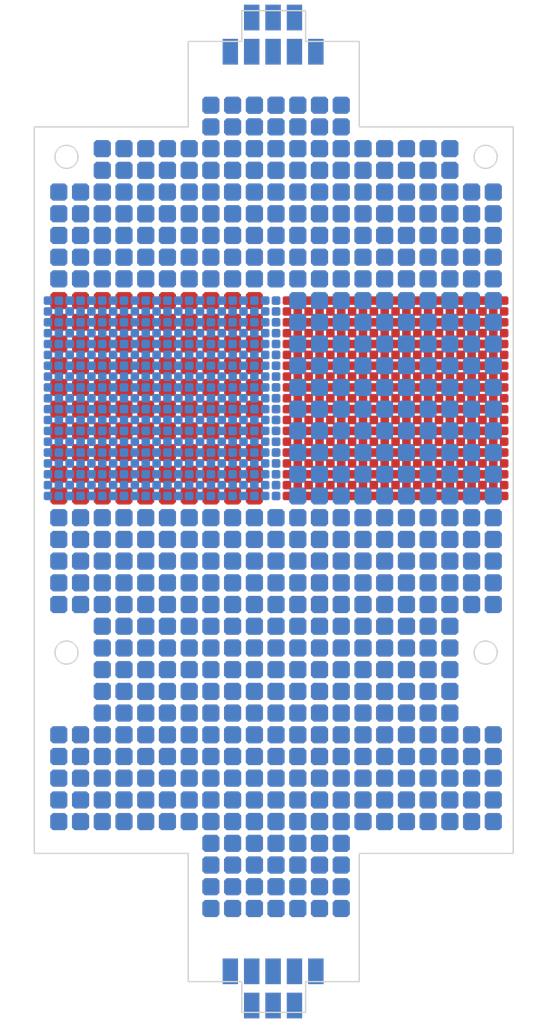
<source format=kicad_pcb>
(kicad_pcb (version 20201002) (generator pcbnew)

  (general
    (thickness 1.6)
  )

  (paper "A4")
  (layers
    (0 "F.Cu" signal)
    (31 "B.Cu" signal)
    (32 "B.Adhes" user "B.Adhesive")
    (33 "F.Adhes" user "F.Adhesive")
    (34 "B.Paste" user)
    (35 "F.Paste" user)
    (36 "B.SilkS" user "B.Silkscreen")
    (37 "F.SilkS" user "F.Silkscreen")
    (38 "B.Mask" user)
    (39 "F.Mask" user)
    (40 "Dwgs.User" user "User.Drawings")
    (41 "Cmts.User" user "User.Comments")
    (42 "Eco1.User" user "User.Eco1")
    (43 "Eco2.User" user "User.Eco2")
    (44 "Edge.Cuts" user)
    (45 "Margin" user)
    (46 "B.CrtYd" user "B.Courtyard")
    (47 "F.CrtYd" user "F.Courtyard")
    (48 "B.Fab" user)
    (49 "F.Fab" user)
  )

  (setup
    (grid_origin 150 100)
    (pcbplotparams
      (layerselection 0x00010fc_ffffffff)
      (usegerberextensions false)
      (usegerberattributes true)
      (usegerberadvancedattributes true)
      (creategerberjobfile true)
      (svguseinch false)
      (svgprecision 6)
      (excludeedgelayer true)
      (linewidth 0.100000)
      (plotframeref false)
      (viasonmask false)
      (mode 1)
      (useauxorigin false)
      (hpglpennumber 1)
      (hpglpenspeed 20)
      (hpglpendiameter 15.000000)
      (psnegative false)
      (psa4output false)
      (plotreference true)
      (plotvalue true)
      (plotinvisibletext false)
      (sketchpadsonfab false)
      (subtractmaskfromsilk false)
      (outputformat 1)
      (mirror false)
      (drillshape 0)
      (scaleselection 1)
      (outputdirectory "gerber")
    )
  )


  (net 0 "")

  (module "common_footprints:5x5_proto_array_2.54" (layer "F.Cu") (tedit 5F85D7D7) (tstamp 03f0c419-f363-4824-9c5b-72a0ef71f2ed)
    (at 170.32 11.1)
    (attr through_hole)
    (fp_text reference "REF**" (at 0 -0.5 unlocked) (layer "F.SilkS") hide
      (effects (font (size 1 1) (thickness 0.15)))
      (tstamp 3aa4a531-174f-40df-a615-534aba2c521e)
    )
    (fp_text value "5x5_proto_array_2.54" (at 0 1 unlocked) (layer "F.Fab") hide
      (effects (font (size 1 1) (thickness 0.15)))
      (tstamp 786e73ca-9dcd-44a8-bf1c-e11e2c4d51d1)
    )
    (pad "0" smd roundrect (at -5.08 2.54) (size 2 2) (layers "F.Cu" "F.Mask") (roundrect_rratio 0.25)
      (chamfer_ratio 0.15) (chamfer top_left top_right bottom_left bottom_right) (tstamp 18a7a44b-e345-45e6-84cb-2222c0bb5f00))
    (pad "0" smd roundrect (at -5.08 -5.08) (size 2 2) (layers "F.Cu" "F.Mask") (roundrect_rratio 0.25)
      (chamfer_ratio 0.15) (chamfer top_left top_right bottom_left bottom_right) (tstamp 1ac8e08a-b284-47fa-a582-9b0e482f5e47))
    (pad "0" smd roundrect (at -5.08 5.08) (size 2 2) (layers "F.Cu" "F.Mask") (roundrect_rratio 0.25)
      (chamfer_ratio 0.15) (chamfer top_left top_right bottom_left bottom_right) (tstamp 6ec61821-f288-49a8-a6c9-bfc1177b36c6))
    (pad "0" smd roundrect (at -5.08 -2.54) (size 2 2) (layers "F.Cu" "F.Mask") (roundrect_rratio 0.25)
      (chamfer_ratio 0.15) (chamfer top_left top_right bottom_left bottom_right) (tstamp 7c370503-9de0-4bcd-8449-13022b5b6b4b))
    (pad "0" smd roundrect (at -5.08 0) (size 2 2) (layers "F.Cu" "F.Mask") (roundrect_rratio 0.25)
      (chamfer_ratio 0.15) (chamfer top_left top_right bottom_left bottom_right) (tstamp ec20d7f3-5124-42fc-9179-7eee823b6d37))
    (pad "1" smd roundrect (at -2.54 2.54) (size 2 2) (layers "F.Cu" "F.Mask") (roundrect_rratio 0.25)
      (chamfer_ratio 0.15) (chamfer top_left top_right bottom_left bottom_right) (tstamp 6539191a-4324-4df8-8527-e1eb817646bc))
    (pad "1" smd roundrect (at -2.54 5.08) (size 2 2) (layers "F.Cu" "F.Mask") (roundrect_rratio 0.25)
      (chamfer_ratio 0.15) (chamfer top_left top_right bottom_left bottom_right) (tstamp b7dfed7c-7737-4bd7-a8aa-50ceac74061a))
    (pad "1" smd roundrect (at -2.54 -5.08) (size 2 2) (layers "F.Cu" "F.Mask") (roundrect_rratio 0.25)
      (chamfer_ratio 0.15) (chamfer top_left top_right bottom_left bottom_right) (tstamp c21e3d31-e8f9-40a2-92a7-6489d8c85870))
    (pad "1" smd roundrect (at -2.54 0) (size 2 2) (layers "F.Cu" "F.Mask") (roundrect_rratio 0.25)
      (chamfer_ratio 0.15) (chamfer top_left top_right bottom_left bottom_right) (tstamp ea42f2b1-9ecc-4f99-97ad-da5dc7ec1f87))
    (pad "1" smd roundrect (at -2.54 -2.54) (size 2 2) (layers "F.Cu" "F.Mask") (roundrect_rratio 0.25)
      (chamfer_ratio 0.15) (chamfer top_left top_right bottom_left bottom_right) (tstamp f0ad05f2-9dd5-4979-aa8d-bed15c5168ba))
    (pad "2" smd roundrect (at 0 -5.08) (size 2 2) (layers "F.Cu" "F.Mask") (roundrect_rratio 0.25)
      (chamfer_ratio 0.15) (chamfer top_left top_right bottom_left bottom_right) (tstamp 3a3491db-936d-44b0-904d-940cfd2923d8))
    (pad "2" smd roundrect (at 0 2.54) (size 2 2) (layers "F.Cu" "F.Mask") (roundrect_rratio 0.25)
      (chamfer_ratio 0.15) (chamfer top_left top_right bottom_left bottom_right) (tstamp 981d7af5-40cf-433c-b99d-54819bf41a6e))
    (pad "2" smd roundrect (at 0 0) (size 2 2) (layers "F.Cu" "F.Mask") (roundrect_rratio 0.25)
      (chamfer_ratio 0.15) (chamfer top_left top_right bottom_left bottom_right) (tstamp 99ae2f98-b57d-4e51-b824-52a4937b3890))
    (pad "2" smd roundrect (at 0 5.08) (size 2 2) (layers "F.Cu" "F.Mask") (roundrect_rratio 0.25)
      (chamfer_ratio 0.15) (chamfer top_left top_right bottom_left bottom_right) (tstamp 9b809df6-79c6-437f-8b31-fcc4209aa7a3))
    (pad "2" smd roundrect (at 0 -2.54) (size 2 2) (layers "F.Cu" "F.Mask") (roundrect_rratio 0.25)
      (chamfer_ratio 0.15) (chamfer top_left top_right bottom_left bottom_right) (tstamp c1788fad-5d9f-49b5-9496-7d58ff4b0229))
    (pad "3" smd roundrect (at 2.54 -5.08) (size 2 2) (layers "F.Cu" "F.Mask") (roundrect_rratio 0.25)
      (chamfer_ratio 0.15) (chamfer top_left top_right bottom_left bottom_right) (tstamp 00e39fd3-ee0e-4104-bdd8-18f07c7b6f7e))
    (pad "3" smd roundrect (at 2.54 0) (size 2 2) (layers "F.Cu" "F.Mask") (roundrect_rratio 0.25)
      (chamfer_ratio 0.15) (chamfer top_left top_right bottom_left bottom_right) (tstamp 49362393-9ee3-4659-8eb4-642721e2c0d3))
    (pad "3" smd roundrect (at 2.54 2.54) (size 2 2) (layers "F.Cu" "F.Mask") (roundrect_rratio 0.25)
      (chamfer_ratio 0.15) (chamfer top_left top_right bottom_left bottom_right) (tstamp 75d21d1d-07e1-4882-83d3-58268e2a8efc))
    (pad "3" smd roundrect (at 2.54 5.08) (size 2 2) (layers "F.Cu" "F.Mask") (roundrect_rratio 0.25)
      (chamfer_ratio 0.15) (chamfer top_left top_right bottom_left bottom_right) (tstamp 8e87f81c-6e19-43d5-a5b5-1c35fd5292dc))
    (pad "3" smd roundrect (at 2.54 -2.54) (size 2 2) (layers "F.Cu" "F.Mask") (roundrect_rratio 0.25)
      (chamfer_ratio 0.15) (chamfer top_left top_right bottom_left bottom_right) (tstamp 8ef6d101-6e98-4e70-b948-4b481f6c8361))
    (pad "4" smd roundrect (at 5.08 -2.54) (size 2 2) (layers "F.Cu" "F.Mask") (roundrect_rratio 0.25)
      (chamfer_ratio 0.15) (chamfer top_left top_right bottom_left bottom_right) (tstamp 048743f5-ac50-4515-b2d0-4cef68893cc3))
    (pad "4" smd roundrect (at 5.08 5.08) (size 2 2) (layers "F.Cu" "F.Mask") (roundrect_rratio 0.25)
      (chamfer_ratio 0.15) (chamfer top_left top_right bottom_left bottom_right) (tstamp 0746267b-b84b-428e-b24e-f32d3b410886))
    (pad "4" smd roundrect (at 5.08 0) (size 2 2) (layers "F.Cu" "F.Mask") (roundrect_rratio 0.25)
      (chamfer_ratio 0.15) (chamfer top_left top_right bottom_left bottom_right) (tstamp 504c43f7-472a-4d07-92aa-208d07573b01))
    (pad "4" smd roundrect (at 5.08 2.54) (size 2 2) (layers "F.Cu" "F.Mask") (roundrect_rratio 0.25)
      (chamfer_ratio 0.15) (chamfer top_left top_right bottom_left bottom_right) (tstamp 583fbdc0-0ac0-4107-816a-c3a0bae6dd12))
    (pad "4" smd roundrect (at 5.08 -5.08) (size 2 2) (layers "F.Cu" "F.Mask") (roundrect_rratio 0.25)
      (chamfer_ratio 0.15) (chamfer top_left top_right bottom_left bottom_right) (tstamp acbd6c8f-f9cf-4dc9-b7dc-c24c741917ef))
  )

  (module "common_footprints:5x5_proto_array_1.27" (layer "F.Cu") (tedit 5F85D7CE) (tstamp 085d434f-68e2-4d8d-9f68-8b81b058a7d2)
    (at 171.59 27.61)
    (attr through_hole)
    (fp_text reference "REF**" (at 0 -0.5 unlocked) (layer "F.SilkS") hide
      (effects (font (size 1 1) (thickness 0.15)))
      (tstamp 0655dc92-4701-49ff-b6e7-6fa8a0339a9d)
    )
    (fp_text value "5x5_proto_array_1.27" (at 0 1 unlocked) (layer "F.Fab")
      (effects (font (size 1 1) (thickness 0.15)))
      (tstamp 1f7a0f4d-adc1-4188-bce2-a907a9e46513)
    )
    (pad "0" smd roundrect (at -2.54 -2.54) (size 1 1) (layers "F.Cu" "F.Mask") (roundrect_rratio 0.25)
      (chamfer_ratio 0.15) (chamfer top_left top_right bottom_left bottom_right) (tstamp 0944a6e1-5266-46cf-a902-9e8ce62d3ab1))
    (pad "0" smd roundrect (at -2.54 0) (size 1 1) (layers "F.Cu" "F.Mask") (roundrect_rratio 0.25)
      (chamfer_ratio 0.15) (chamfer top_left top_right bottom_left bottom_right) (tstamp 3250dcf6-835a-4d98-ab3b-75edd0ae3425))
    (pad "0" smd roundrect (at -2.54 -1.27) (size 1 1) (layers "F.Cu" "F.Mask") (roundrect_rratio 0.25)
      (chamfer_ratio 0.15) (chamfer top_left top_right bottom_left bottom_right) (tstamp 77b4bdee-7d81-4b7f-a933-0156257276a6))
    (pad "0" smd roundrect (at -2.54 2.54) (size 1 1) (layers "F.Cu" "F.Mask") (roundrect_rratio 0.25)
      (chamfer_ratio 0.15) (chamfer top_left top_right bottom_left bottom_right) (tstamp 7f5801bf-8f0c-4ff8-97b3-637295853b58))
    (pad "0" smd roundrect (at -2.54 1.27) (size 1 1) (layers "F.Cu" "F.Mask") (roundrect_rratio 0.25)
      (chamfer_ratio 0.15) (chamfer top_left top_right bottom_left bottom_right) (tstamp 848c08e9-7b28-4d68-bc17-c68a0a9a6a46))
    (pad "1" smd roundrect (at -1.27 -1.27) (size 1 1) (layers "F.Cu" "F.Mask") (roundrect_rratio 0.25)
      (chamfer_ratio 0.15) (chamfer top_left top_right bottom_left bottom_right) (tstamp 0fd97762-2f12-4799-8f1a-53333a743052))
    (pad "1" smd roundrect (at -1.27 2.54) (size 1 1) (layers "F.Cu" "F.Mask") (roundrect_rratio 0.25)
      (chamfer_ratio 0.15) (chamfer top_left top_right bottom_left bottom_right) (tstamp 12d3eaba-d285-4479-9f36-6a3674302e5b))
    (pad "1" smd roundrect (at -1.27 0) (size 1 1) (layers "F.Cu" "F.Mask") (roundrect_rratio 0.25)
      (chamfer_ratio 0.15) (chamfer top_left top_right bottom_left bottom_right) (tstamp 66eec086-1a76-4a2f-85dc-3672e1c6a32e))
    (pad "1" smd roundrect (at -1.27 1.27) (size 1 1) (layers "F.Cu" "F.Mask") (roundrect_rratio 0.25)
      (chamfer_ratio 0.15) (chamfer top_left top_right bottom_left bottom_right) (tstamp 714b2999-d759-448d-9c11-58c5e515564a))
    (pad "1" smd roundrect (at -1.27 -2.54) (size 1 1) (layers "F.Cu" "F.Mask") (roundrect_rratio 0.25)
      (chamfer_ratio 0.15) (chamfer top_left top_right bottom_left bottom_right) (tstamp baea2a64-ab24-44eb-86f3-420d20b7cc1d))
    (pad "2" smd roundrect (at 0 -1.27) (size 1 1) (layers "F.Cu" "F.Mask") (roundrect_rratio 0.25)
      (chamfer_ratio 0.15) (chamfer top_left top_right bottom_left bottom_right) (tstamp 1b65f3aa-e822-4934-bbd1-ce8e9cf806b2))
    (pad "2" smd roundrect (at 0 -2.54) (size 1 1) (layers "F.Cu" "F.Mask") (roundrect_rratio 0.25)
      (chamfer_ratio 0.15) (chamfer top_left top_right bottom_left bottom_right) (tstamp 85355cb5-4119-4198-868c-1218224151c2))
    (pad "2" smd roundrect (at 0 1.27) (size 1 1) (layers "F.Cu" "F.Mask") (roundrect_rratio 0.25)
      (chamfer_ratio 0.15) (chamfer top_left top_right bottom_left bottom_right) (tstamp 8c65f997-3d41-495f-86b3-a5312985130d))
    (pad "2" smd roundrect (at 0 2.54) (size 1 1) (layers "F.Cu" "F.Mask") (roundrect_rratio 0.25)
      (chamfer_ratio 0.15) (chamfer top_left top_right bottom_left bottom_right) (tstamp bf2c0d10-cf7a-49ff-af96-a2aa2e84b37d))
    (pad "2" smd roundrect (at 0 0) (size 1 1) (layers "F.Cu" "F.Mask") (roundrect_rratio 0.25)
      (chamfer_ratio 0.15) (chamfer top_left top_right bottom_left bottom_right) (tstamp e6e5dd5c-1cb8-436c-82c4-59b0560f6a3d))
    (pad "3" smd roundrect (at 1.27 -2.54) (size 1 1) (layers "F.Cu" "F.Mask") (roundrect_rratio 0.25)
      (chamfer_ratio 0.15) (chamfer top_left top_right bottom_left bottom_right) (tstamp 2b59891c-a58f-4125-84d9-e5c7078b9dc9))
    (pad "3" smd roundrect (at 1.27 2.54) (size 1 1) (layers "F.Cu" "F.Mask") (roundrect_rratio 0.25)
      (chamfer_ratio 0.15) (chamfer top_left top_right bottom_left bottom_right) (tstamp 8f2b36a7-2123-466a-b45c-87f4af65b2d9))
    (pad "3" smd roundrect (at 1.27 -1.27) (size 1 1) (layers "F.Cu" "F.Mask") (roundrect_rratio 0.25)
      (chamfer_ratio 0.15) (chamfer top_left top_right bottom_left bottom_right) (tstamp c28a71a5-889a-470f-b988-26fa224b9b9c))
    (pad "3" smd roundrect (at 1.27 0) (size 1 1) (layers "F.Cu" "F.Mask") (roundrect_rratio 0.25)
      (chamfer_ratio 0.15) (chamfer top_left top_right bottom_left bottom_right) (tstamp c33671c5-cf1f-44a2-a649-4272e52b56d1))
    (pad "3" smd roundrect (at 1.27 1.27) (size 1 1) (layers "F.Cu" "F.Mask") (roundrect_rratio 0.25)
      (chamfer_ratio 0.15) (chamfer top_left top_right bottom_left bottom_right) (tstamp e6309315-9e4c-48e2-ba55-d010d06fa39f))
    (pad "4" smd roundrect (at 2.54 0) (size 1 1) (layers "F.Cu" "F.Mask") (roundrect_rratio 0.25)
      (chamfer_ratio 0.15) (chamfer top_left top_right bottom_left bottom_right) (tstamp 1529c766-49c8-44d8-8c9f-58e85773780c))
    (pad "4" smd roundrect (at 2.54 1.27) (size 1 1) (layers "F.Cu" "F.Mask") (roundrect_rratio 0.25)
      (chamfer_ratio 0.15) (chamfer top_left top_right bottom_left bottom_right) (tstamp 4217df6b-fa7a-42bb-9d88-f835b6c0cadd))
    (pad "4" smd roundrect (at 2.54 -1.27) (size 1 1) (layers "F.Cu" "F.Mask") (roundrect_rratio 0.25)
      (chamfer_ratio 0.15) (chamfer top_left top_right bottom_left bottom_right) (tstamp 655ad5c1-ea9d-465f-81f2-c7f4c2baf401))
    (pad "4" smd roundrect (at 2.54 -2.54) (size 1 1) (layers "F.Cu" "F.Mask") (roundrect_rratio 0.25)
      (chamfer_ratio 0.15) (chamfer top_left top_right bottom_left bottom_right) (tstamp aba8524f-8810-40fc-b07f-4dd5625d9600))
    (pad "4" smd roundrect (at 2.54 2.54) (size 1 1) (layers "F.Cu" "F.Mask") (roundrect_rratio 0.25)
      (chamfer_ratio 0.15) (chamfer top_left top_right bottom_left bottom_right) (tstamp b07ed2e2-3399-434a-8e7b-d48c63fe8ef5))
  )

  (module "common_footprints:5x5_proto_array_1.27" (layer "F.Cu") (tedit 5F85D7CE) (tstamp 0e32df20-9abb-462d-a381-236ebabbfafd)
    (at 174.13 39.04)
    (attr through_hole)
    (fp_text reference "REF**" (at 0 -0.5 unlocked) (layer "F.SilkS") hide
      (effects (font (size 1 1) (thickness 0.15)))
      (tstamp 665710d5-73bc-4ba6-a1d7-9f42909a5cd5)
    )
    (fp_text value "5x5_proto_array_1.27" (at 0 1 unlocked) (layer "F.Fab")
      (effects (font (size 1 1) (thickness 0.15)))
      (tstamp 828705c7-630b-45b7-814e-f11c0647c666)
    )
    (pad "0" smd roundrect (at -2.54 -1.27) (size 1 1) (layers "F.Cu" "F.Mask") (roundrect_rratio 0.25)
      (chamfer_ratio 0.15) (chamfer top_left top_right bottom_left bottom_right) (tstamp 46e28d97-89be-4136-a9ad-2d2dcdcc8890))
    (pad "0" smd roundrect (at -2.54 1.27) (size 1 1) (layers "F.Cu" "F.Mask") (roundrect_rratio 0.25)
      (chamfer_ratio 0.15) (chamfer top_left top_right bottom_left bottom_right) (tstamp 635097c4-f3cf-4442-b11e-c1009ed8c448))
    (pad "0" smd roundrect (at -2.54 2.54) (size 1 1) (layers "F.Cu" "F.Mask") (roundrect_rratio 0.25)
      (chamfer_ratio 0.15) (chamfer top_left top_right bottom_left bottom_right) (tstamp 668d9a0c-15ce-4383-8817-3d122d7add34))
    (pad "0" smd roundrect (at -2.54 -2.54) (size 1 1) (layers "F.Cu" "F.Mask") (roundrect_rratio 0.25)
      (chamfer_ratio 0.15) (chamfer top_left top_right bottom_left bottom_right) (tstamp 702ce7c7-4903-40d4-863d-dea79acd7433))
    (pad "0" smd roundrect (at -2.54 0) (size 1 1) (layers "F.Cu" "F.Mask") (roundrect_rratio 0.25)
      (chamfer_ratio 0.15) (chamfer top_left top_right bottom_left bottom_right) (tstamp d4663dc4-3073-4395-898d-6f8710c64d1b))
    (pad "1" smd roundrect (at -1.27 -2.54) (size 1 1) (layers "F.Cu" "F.Mask") (roundrect_rratio 0.25)
      (chamfer_ratio 0.15) (chamfer top_left top_right bottom_left bottom_right) (tstamp 40b4cbd0-1a06-43f3-b92f-816153892fc8))
    (pad "1" smd roundrect (at -1.27 1.27) (size 1 1) (layers "F.Cu" "F.Mask") (roundrect_rratio 0.25)
      (chamfer_ratio 0.15) (chamfer top_left top_right bottom_left bottom_right) (tstamp 7b0ed724-976b-412b-9966-96750da26b6e))
    (pad "1" smd roundrect (at -1.27 2.54) (size 1 1) (layers "F.Cu" "F.Mask") (roundrect_rratio 0.25)
      (chamfer_ratio 0.15) (chamfer top_left top_right bottom_left bottom_right) (tstamp 80626cc3-b6fe-40f0-8157-d41431e6c055))
    (pad "1" smd roundrect (at -1.27 0) (size 1 1) (layers "F.Cu" "F.Mask") (roundrect_rratio 0.25)
      (chamfer_ratio 0.15) (chamfer top_left top_right bottom_left bottom_right) (tstamp 888e8974-ad9a-475e-b13d-d7868d402edd))
    (pad "1" smd roundrect (at -1.27 -1.27) (size 1 1) (layers "F.Cu" "F.Mask") (roundrect_rratio 0.25)
      (chamfer_ratio 0.15) (chamfer top_left top_right bottom_left bottom_right) (tstamp db24139d-5797-424d-9b1c-c5f79af6362c))
    (pad "2" smd roundrect (at 0 -2.54) (size 1 1) (layers "F.Cu" "F.Mask") (roundrect_rratio 0.25)
      (chamfer_ratio 0.15) (chamfer top_left top_right bottom_left bottom_right) (tstamp 249a038b-ec0e-4a85-908b-a7e500306354))
    (pad "2" smd roundrect (at 0 1.27) (size 1 1) (layers "F.Cu" "F.Mask") (roundrect_rratio 0.25)
      (chamfer_ratio 0.15) (chamfer top_left top_right bottom_left bottom_right) (tstamp 48c4c938-b4e7-4e9b-bf3b-a33bc15b3d3c))
    (pad "2" smd roundrect (at 0 2.54) (size 1 1) (layers "F.Cu" "F.Mask") (roundrect_rratio 0.25)
      (chamfer_ratio 0.15) (chamfer top_left top_right bottom_left bottom_right) (tstamp 7c2c63d8-0256-484c-8955-1631f9fd20da))
    (pad "2" smd roundrect (at 0 0) (size 1 1) (layers "F.Cu" "F.Mask") (roundrect_rratio 0.25)
      (chamfer_ratio 0.15) (chamfer top_left top_right bottom_left bottom_right) (tstamp 9f610b21-67dc-426e-bb21-120b44218490))
    (pad "2" smd roundrect (at 0 -1.27) (size 1 1) (layers "F.Cu" "F.Mask") (roundrect_rratio 0.25)
      (chamfer_ratio 0.15) (chamfer top_left top_right bottom_left bottom_right) (tstamp e51f51e1-1dbb-4ac3-9ec3-2ff65393876b))
    (pad "3" smd roundrect (at 1.27 -2.54) (size 1 1) (layers "F.Cu" "F.Mask") (roundrect_rratio 0.25)
      (chamfer_ratio 0.15) (chamfer top_left top_right bottom_left bottom_right) (tstamp 518d0e56-667d-423d-b9f8-9dd39bf37834))
    (pad "3" smd roundrect (at 1.27 -1.27) (size 1 1) (layers "F.Cu" "F.Mask") (roundrect_rratio 0.25)
      (chamfer_ratio 0.15) (chamfer top_left top_right bottom_left bottom_right) (tstamp a3b53382-73cf-4a07-b3cf-e7edb2435c38))
    (pad "3" smd roundrect (at 1.27 0) (size 1 1) (layers "F.Cu" "F.Mask") (roundrect_rratio 0.25)
      (chamfer_ratio 0.15) (chamfer top_left top_right bottom_left bottom_right) (tstamp cd00ec60-8c2e-47c0-a5b3-4e636d9d81f8))
    (pad "3" smd roundrect (at 1.27 1.27) (size 1 1) (layers "F.Cu" "F.Mask") (roundrect_rratio 0.25)
      (chamfer_ratio 0.15) (chamfer top_left top_right bottom_left bottom_right) (tstamp e8a72c6a-0d57-4caa-8480-1bf453495af0))
    (pad "3" smd roundrect (at 1.27 2.54) (size 1 1) (layers "F.Cu" "F.Mask") (roundrect_rratio 0.25)
      (chamfer_ratio 0.15) (chamfer top_left top_right bottom_left bottom_right) (tstamp ea113bae-69e7-4d64-afc8-eda3d2d891bb))
    (pad "4" smd roundrect (at 2.54 0) (size 1 1) (layers "F.Cu" "F.Mask") (roundrect_rratio 0.25)
      (chamfer_ratio 0.15) (chamfer top_left top_right bottom_left bottom_right) (tstamp 2aee3699-dfba-45e9-b5ce-24830d0f5d15))
    (pad "4" smd roundrect (at 2.54 -1.27) (size 1 1) (layers "F.Cu" "F.Mask") (roundrect_rratio 0.25)
      (chamfer_ratio 0.15) (chamfer top_left top_right bottom_left bottom_right) (tstamp 450b2c83-a127-4c4e-ba76-034320aa1cb3))
    (pad "4" smd roundrect (at 2.54 -2.54) (size 1 1) (layers "F.Cu" "F.Mask") (roundrect_rratio 0.25)
      (chamfer_ratio 0.15) (chamfer top_left top_right bottom_left bottom_right) (tstamp 4b252515-c286-494b-800e-44dbcf2ebcd7))
    (pad "4" smd roundrect (at 2.54 1.27) (size 1 1) (layers "F.Cu" "F.Mask") (roundrect_rratio 0.25)
      (chamfer_ratio 0.15) (chamfer top_left top_right bottom_left bottom_right) (tstamp 5abcd5a7-0900-48ba-9647-95f638a64b08))
    (pad "4" smd roundrect (at 2.54 2.54) (size 1 1) (layers "F.Cu" "F.Mask") (roundrect_rratio 0.25)
      (chamfer_ratio 0.15) (chamfer top_left top_right bottom_left bottom_right) (tstamp ffe8dc07-1eee-4615-8a52-7fdcb7cf5cfe))
  )

  (module "common_footprints:5x5_proto_array_1.27" (layer "F.Cu") (tedit 5F85D7CE) (tstamp 10aaa1af-7fd1-4708-80f3-b832c3924c91)
    (at 171.59 39.04)
    (attr through_hole)
    (fp_text reference "REF**" (at 0 -0.5 unlocked) (layer "F.SilkS") hide
      (effects (font (size 1 1) (thickness 0.15)))
      (tstamp 3e424c74-f68d-4fa7-9a54-ae6e4a1da639)
    )
    (fp_text value "5x5_proto_array_1.27" (at 0 1 unlocked) (layer "F.Fab")
      (effects (font (size 1 1) (thickness 0.15)))
      (tstamp 1c2b2237-d895-4751-b233-73a7f7fd6d31)
    )
    (pad "0" smd roundrect (at -2.54 0) (size 1 1) (layers "F.Cu" "F.Mask") (roundrect_rratio 0.25)
      (chamfer_ratio 0.15) (chamfer top_left top_right bottom_left bottom_right) (tstamp 07180455-87dc-4c31-a250-c87757ed20ed))
    (pad "0" smd roundrect (at -2.54 2.54) (size 1 1) (layers "F.Cu" "F.Mask") (roundrect_rratio 0.25)
      (chamfer_ratio 0.15) (chamfer top_left top_right bottom_left bottom_right) (tstamp 9cd0fd3d-3827-44f4-bb0e-df906cbd9419))
    (pad "0" smd roundrect (at -2.54 -1.27) (size 1 1) (layers "F.Cu" "F.Mask") (roundrect_rratio 0.25)
      (chamfer_ratio 0.15) (chamfer top_left top_right bottom_left bottom_right) (tstamp abe83d8f-8452-461c-8570-ecf32425b076))
    (pad "0" smd roundrect (at -2.54 -2.54) (size 1 1) (layers "F.Cu" "F.Mask") (roundrect_rratio 0.25)
      (chamfer_ratio 0.15) (chamfer top_left top_right bottom_left bottom_right) (tstamp c241183f-f6b2-401e-89e8-85ba9de09a5d))
    (pad "0" smd roundrect (at -2.54 1.27) (size 1 1) (layers "F.Cu" "F.Mask") (roundrect_rratio 0.25)
      (chamfer_ratio 0.15) (chamfer top_left top_right bottom_left bottom_right) (tstamp ec7dacfb-bac7-4c43-adc7-fb9d0b60ca4c))
    (pad "1" smd roundrect (at -1.27 -1.27) (size 1 1) (layers "F.Cu" "F.Mask") (roundrect_rratio 0.25)
      (chamfer_ratio 0.15) (chamfer top_left top_right bottom_left bottom_right) (tstamp 086b6ea5-3d9e-42a4-bceb-3c4066396f9f))
    (pad "1" smd roundrect (at -1.27 1.27) (size 1 1) (layers "F.Cu" "F.Mask") (roundrect_rratio 0.25)
      (chamfer_ratio 0.15) (chamfer top_left top_right bottom_left bottom_right) (tstamp 0e482678-0f5d-4187-b4d5-2e1741ab8713))
    (pad "1" smd roundrect (at -1.27 0) (size 1 1) (layers "F.Cu" "F.Mask") (roundrect_rratio 0.25)
      (chamfer_ratio 0.15) (chamfer top_left top_right bottom_left bottom_right) (tstamp 6c7d3ed1-20c2-4bcf-8c19-e80f65c1f241))
    (pad "1" smd roundrect (at -1.27 2.54) (size 1 1) (layers "F.Cu" "F.Mask") (roundrect_rratio 0.25)
      (chamfer_ratio 0.15) (chamfer top_left top_right bottom_left bottom_right) (tstamp 98bef87c-a775-4644-bf1f-e24e68acecee))
    (pad "1" smd roundrect (at -1.27 -2.54) (size 1 1) (layers "F.Cu" "F.Mask") (roundrect_rratio 0.25)
      (chamfer_ratio 0.15) (chamfer top_left top_right bottom_left bottom_right) (tstamp c568bf87-bbb1-46d3-a086-3a5d1161564c))
    (pad "2" smd roundrect (at 0 0) (size 1 1) (layers "F.Cu" "F.Mask") (roundrect_rratio 0.25)
      (chamfer_ratio 0.15) (chamfer top_left top_right bottom_left bottom_right) (tstamp 51b2d005-cf6f-4f68-9517-35da5c11055d))
    (pad "2" smd roundrect (at 0 -1.27) (size 1 1) (layers "F.Cu" "F.Mask") (roundrect_rratio 0.25)
      (chamfer_ratio 0.15) (chamfer top_left top_right bottom_left bottom_right) (tstamp 72fa2973-d941-4146-b403-50bbb396e1ad))
    (pad "2" smd roundrect (at 0 2.54) (size 1 1) (layers "F.Cu" "F.Mask") (roundrect_rratio 0.25)
      (chamfer_ratio 0.15) (chamfer top_left top_right bottom_left bottom_right) (tstamp a623cfd6-e497-4345-8687-90c567b8a661))
    (pad "2" smd roundrect (at 0 1.27) (size 1 1) (layers "F.Cu" "F.Mask") (roundrect_rratio 0.25)
      (chamfer_ratio 0.15) (chamfer top_left top_right bottom_left bottom_right) (tstamp aeee6b56-30da-4458-98f5-cc12752cb69d))
    (pad "2" smd roundrect (at 0 -2.54) (size 1 1) (layers "F.Cu" "F.Mask") (roundrect_rratio 0.25)
      (chamfer_ratio 0.15) (chamfer top_left top_right bottom_left bottom_right) (tstamp ddf5c9bc-3864-4f3a-9511-60ebf7affaf6))
    (pad "3" smd roundrect (at 1.27 -2.54) (size 1 1) (layers "F.Cu" "F.Mask") (roundrect_rratio 0.25)
      (chamfer_ratio 0.15) (chamfer top_left top_right bottom_left bottom_right) (tstamp 6c598646-c88b-4404-94e3-1810ada8df03))
    (pad "3" smd roundrect (at 1.27 0) (size 1 1) (layers "F.Cu" "F.Mask") (roundrect_rratio 0.25)
      (chamfer_ratio 0.15) (chamfer top_left top_right bottom_left bottom_right) (tstamp 98006e97-6b5e-4ebe-8d9b-2bcfd6d16218))
    (pad "3" smd roundrect (at 1.27 -1.27) (size 1 1) (layers "F.Cu" "F.Mask") (roundrect_rratio 0.25)
      (chamfer_ratio 0.15) (chamfer top_left top_right bottom_left bottom_right) (tstamp a9b37bae-4392-4d3d-aab5-70f9b188d49a))
    (pad "3" smd roundrect (at 1.27 1.27) (size 1 1) (layers "F.Cu" "F.Mask") (roundrect_rratio 0.25)
      (chamfer_ratio 0.15) (chamfer top_left top_right bottom_left bottom_right) (tstamp d470f8c3-f56b-44d7-8dc0-f1c94bfe8886))
    (pad "3" smd roundrect (at 1.27 2.54) (size 1 1) (layers "F.Cu" "F.Mask") (roundrect_rratio 0.25)
      (chamfer_ratio 0.15) (chamfer top_left top_right bottom_left bottom_right) (tstamp dc582a81-7cd1-4365-ad3d-2312585939ff))
    (pad "4" smd roundrect (at 2.54 2.54) (size 1 1) (layers "F.Cu" "F.Mask") (roundrect_rratio 0.25)
      (chamfer_ratio 0.15) (chamfer top_left top_right bottom_left bottom_right) (tstamp 260c3dce-bad0-4099-aec3-cdf2f7be1f4a))
    (pad "4" smd roundrect (at 2.54 0) (size 1 1) (layers "F.Cu" "F.Mask") (roundrect_rratio 0.25)
      (chamfer_ratio 0.15) (chamfer top_left top_right bottom_left bottom_right) (tstamp 78eaf93a-d1d5-47c9-b936-57b95cc3870e))
    (pad "4" smd roundrect (at 2.54 -1.27) (size 1 1) (layers "F.Cu" "F.Mask") (roundrect_rratio 0.25)
      (chamfer_ratio 0.15) (chamfer top_left top_right bottom_left bottom_right) (tstamp 9d61710e-8fa4-4973-b3c3-aae639f29dc7))
    (pad "4" smd roundrect (at 2.54 1.27) (size 1 1) (layers "F.Cu" "F.Mask") (roundrect_rratio 0.25)
      (chamfer_ratio 0.15) (chamfer top_left top_right bottom_left bottom_right) (tstamp f3788fe4-a6de-44b8-b66a-eec6f09b23ef))
    (pad "4" smd roundrect (at 2.54 -2.54) (size 1 1) (layers "F.Cu" "F.Mask") (roundrect_rratio 0.25)
      (chamfer_ratio 0.15) (chamfer top_left top_right bottom_left bottom_right) (tstamp fae05ebd-a0f2-4cad-87ae-a6058e61adbf))
  )

  (module "common_footprints:5x5_proto_array_1.27" (layer "F.Cu") (tedit 5F85D7CE) (tstamp 10e2a474-9ba5-4941-b134-7fe570b9e7fb)
    (at 174.13 21.26)
    (attr through_hole)
    (fp_text reference "REF**" (at 0 -0.5 unlocked) (layer "F.SilkS") hide
      (effects (font (size 1 1) (thickness 0.15)))
      (tstamp 88a58684-fcab-44c0-8608-716fd0073cbd)
    )
    (fp_text value "5x5_proto_array_1.27" (at 0 1 unlocked) (layer "F.Fab")
      (effects (font (size 1 1) (thickness 0.15)))
      (tstamp dd97102e-81ab-406a-a0ba-fa154e61c3be)
    )
    (pad "0" smd roundrect (at -2.54 -1.27) (size 1 1) (layers "F.Cu" "F.Mask") (roundrect_rratio 0.25)
      (chamfer_ratio 0.15) (chamfer top_left top_right bottom_left bottom_right) (tstamp 2a0c2d83-d254-4245-8335-06f59bba1643))
    (pad "0" smd roundrect (at -2.54 0) (size 1 1) (layers "F.Cu" "F.Mask") (roundrect_rratio 0.25)
      (chamfer_ratio 0.15) (chamfer top_left top_right bottom_left bottom_right) (tstamp 5d849785-80bc-4cda-add1-31dd72ddd982))
    (pad "0" smd roundrect (at -2.54 -2.54) (size 1 1) (layers "F.Cu" "F.Mask") (roundrect_rratio 0.25)
      (chamfer_ratio 0.15) (chamfer top_left top_right bottom_left bottom_right) (tstamp 90b2836e-9e8e-4e51-b3a6-4c57740c3f1a))
    (pad "0" smd roundrect (at -2.54 1.27) (size 1 1) (layers "F.Cu" "F.Mask") (roundrect_rratio 0.25)
      (chamfer_ratio 0.15) (chamfer top_left top_right bottom_left bottom_right) (tstamp 94fe16d0-b6f7-4dde-a597-850268153d42))
    (pad "0" smd roundrect (at -2.54 2.54) (size 1 1) (layers "F.Cu" "F.Mask") (roundrect_rratio 0.25)
      (chamfer_ratio 0.15) (chamfer top_left top_right bottom_left bottom_right) (tstamp a9341829-9a49-49c2-9f11-2e40def91c5b))
    (pad "1" smd roundrect (at -1.27 -2.54) (size 1 1) (layers "F.Cu" "F.Mask") (roundrect_rratio 0.25)
      (chamfer_ratio 0.15) (chamfer top_left top_right bottom_left bottom_right) (tstamp 4ffc2a39-0d42-417d-a4b9-9982ea0a4000))
    (pad "1" smd roundrect (at -1.27 2.54) (size 1 1) (layers "F.Cu" "F.Mask") (roundrect_rratio 0.25)
      (chamfer_ratio 0.15) (chamfer top_left top_right bottom_left bottom_right) (tstamp 827f7fde-11f9-4d99-ba8a-6dae0ea8b90f))
    (pad "1" smd roundrect (at -1.27 1.27) (size 1 1) (layers "F.Cu" "F.Mask") (roundrect_rratio 0.25)
      (chamfer_ratio 0.15) (chamfer top_left top_right bottom_left bottom_right) (tstamp ac557443-e50c-4c05-8dbf-e4f05c29be3f))
    (pad "1" smd roundrect (at -1.27 0) (size 1 1) (layers "F.Cu" "F.Mask") (roundrect_rratio 0.25)
      (chamfer_ratio 0.15) (chamfer top_left top_right bottom_left bottom_right) (tstamp f1fd9ea5-2808-45dc-88af-4443566a2aef))
    (pad "1" smd roundrect (at -1.27 -1.27) (size 1 1) (layers "F.Cu" "F.Mask") (roundrect_rratio 0.25)
      (chamfer_ratio 0.15) (chamfer top_left top_right bottom_left bottom_right) (tstamp fdbca049-af23-46da-b16f-9a9e76d5de26))
    (pad "2" smd roundrect (at 0 -1.27) (size 1 1) (layers "F.Cu" "F.Mask") (roundrect_rratio 0.25)
      (chamfer_ratio 0.15) (chamfer top_left top_right bottom_left bottom_right) (tstamp 196d56c9-e88b-48f5-b974-c5a0f94725dd))
    (pad "2" smd roundrect (at 0 -2.54) (size 1 1) (layers "F.Cu" "F.Mask") (roundrect_rratio 0.25)
      (chamfer_ratio 0.15) (chamfer top_left top_right bottom_left bottom_right) (tstamp 44fee735-2033-4d78-832b-67a6e3447e16))
    (pad "2" smd roundrect (at 0 0) (size 1 1) (layers "F.Cu" "F.Mask") (roundrect_rratio 0.25)
      (chamfer_ratio 0.15) (chamfer top_left top_right bottom_left bottom_right) (tstamp 60857d62-c0fc-4737-b70e-6fad9cffbaf4))
    (pad "2" smd roundrect (at 0 2.54) (size 1 1) (layers "F.Cu" "F.Mask") (roundrect_rratio 0.25)
      (chamfer_ratio 0.15) (chamfer top_left top_right bottom_left bottom_right) (tstamp 709d4693-705e-4d82-bb6d-cbc7d69f31c1))
    (pad "2" smd roundrect (at 0 1.27) (size 1 1) (layers "F.Cu" "F.Mask") (roundrect_rratio 0.25)
      (chamfer_ratio 0.15) (chamfer top_left top_right bottom_left bottom_right) (tstamp a9081254-3eb8-4e11-910e-61d3ab8e4c8a))
    (pad "3" smd roundrect (at 1.27 1.27) (size 1 1) (layers "F.Cu" "F.Mask") (roundrect_rratio 0.25)
      (chamfer_ratio 0.15) (chamfer top_left top_right bottom_left bottom_right) (tstamp 0cd3d78d-47df-4972-adde-cb8da5b199da))
    (pad "3" smd roundrect (at 1.27 2.54) (size 1 1) (layers "F.Cu" "F.Mask") (roundrect_rratio 0.25)
      (chamfer_ratio 0.15) (chamfer top_left top_right bottom_left bottom_right) (tstamp 0d8494ce-aa68-4046-9620-8c9156c44b8c))
    (pad "3" smd roundrect (at 1.27 0) (size 1 1) (layers "F.Cu" "F.Mask") (roundrect_rratio 0.25)
      (chamfer_ratio 0.15) (chamfer top_left top_right bottom_left bottom_right) (tstamp 1f1f5d71-545c-416f-83d5-f8ea2bd06c33))
    (pad "3" smd roundrect (at 1.27 -2.54) (size 1 1) (layers "F.Cu" "F.Mask") (roundrect_rratio 0.25)
      (chamfer_ratio 0.15) (chamfer top_left top_right bottom_left bottom_right) (tstamp e1839f1f-d9d7-406d-b329-dd99df814674))
    (pad "3" smd roundrect (at 1.27 -1.27) (size 1 1) (layers "F.Cu" "F.Mask") (roundrect_rratio 0.25)
      (chamfer_ratio 0.15) (chamfer top_left top_right bottom_left bottom_right) (tstamp faad712a-dd02-41be-aeea-36bec58c729a))
    (pad "4" smd roundrect (at 2.54 0) (size 1 1) (layers "F.Cu" "F.Mask") (roundrect_rratio 0.25)
      (chamfer_ratio 0.15) (chamfer top_left top_right bottom_left bottom_right) (tstamp 71d57281-9f6d-4bcd-9efc-0c3141c5556c))
    (pad "4" smd roundrect (at 2.54 1.27) (size 1 1) (layers "F.Cu" "F.Mask") (roundrect_rratio 0.25)
      (chamfer_ratio 0.15) (chamfer top_left top_right bottom_left bottom_right) (tstamp 747e2f2c-a6fe-4297-8736-e23f6531a037))
    (pad "4" smd roundrect (at 2.54 -1.27) (size 1 1) (layers "F.Cu" "F.Mask") (roundrect_rratio 0.25)
      (chamfer_ratio 0.15) (chamfer top_left top_right bottom_left bottom_right) (tstamp ac9b55df-a296-490a-8ab2-e70652b4dc23))
    (pad "4" smd roundrect (at 2.54 -2.54) (size 1 1) (layers "F.Cu" "F.Mask") (roundrect_rratio 0.25)
      (chamfer_ratio 0.15) (chamfer top_left top_right bottom_left bottom_right) (tstamp c0d3db2d-876d-48b5-a20a-27c8cafcc945))
    (pad "4" smd roundrect (at 2.54 2.54) (size 1 1) (layers "F.Cu" "F.Mask") (roundrect_rratio 0.25)
      (chamfer_ratio 0.15) (chamfer top_left top_right bottom_left bottom_right) (tstamp dba1d54d-8c9d-4de5-9479-f7ce8a519339))
  )

  (module "common_footprints:5x5_proto_array_2.54" (layer "F.Cu") (tedit 5F85D7D7) (tstamp 17dd19ff-e834-497a-a6bd-3f02257a9e94)
    (at 160.16 61.9)
    (attr through_hole)
    (fp_text reference "REF**" (at 0 -0.5 unlocked) (layer "F.SilkS") hide
      (effects (font (size 1 1) (thickness 0.15)))
      (tstamp 1752b182-0bdb-415f-b27a-655a7f0f8b17)
    )
    (fp_text value "5x5_proto_array_2.54" (at 0 1 unlocked) (layer "F.Fab") hide
      (effects (font (size 1 1) (thickness 0.15)))
      (tstamp bb1e07ef-19fd-425f-ae96-d69cf6d24bbd)
    )
    (pad "0" smd roundrect (at -5.08 0) (size 2 2) (layers "F.Cu" "F.Mask") (roundrect_rratio 0.25)
      (chamfer_ratio 0.15) (chamfer top_left top_right bottom_left bottom_right) (tstamp 098f7862-8bf2-4f01-9aae-cde3924aa4da))
    (pad "0" smd roundrect (at -5.08 -2.54) (size 2 2) (layers "F.Cu" "F.Mask") (roundrect_rratio 0.25)
      (chamfer_ratio 0.15) (chamfer top_left top_right bottom_left bottom_right) (tstamp 4e35006e-031b-4154-a8d6-312231d8b3be))
    (pad "0" smd roundrect (at -5.08 5.08) (size 2 2) (layers "F.Cu" "F.Mask") (roundrect_rratio 0.25)
      (chamfer_ratio 0.15) (chamfer top_left top_right bottom_left bottom_right) (tstamp 939ce3f9-2c5a-466e-8025-05a8e17768e1))
    (pad "0" smd roundrect (at -5.08 2.54) (size 2 2) (layers "F.Cu" "F.Mask") (roundrect_rratio 0.25)
      (chamfer_ratio 0.15) (chamfer top_left top_right bottom_left bottom_right) (tstamp a52ccc0e-aba9-4ae4-8c26-18eb6abe1149))
    (pad "0" smd roundrect (at -5.08 -5.08) (size 2 2) (layers "F.Cu" "F.Mask") (roundrect_rratio 0.25)
      (chamfer_ratio 0.15) (chamfer top_left top_right bottom_left bottom_right) (tstamp db6c2201-1bd8-411a-a392-437e6d816f3b))
    (pad "1" smd roundrect (at -2.54 2.54) (size 2 2) (layers "F.Cu" "F.Mask") (roundrect_rratio 0.25)
      (chamfer_ratio 0.15) (chamfer top_left top_right bottom_left bottom_right) (tstamp 21f3e78a-35db-4ee7-bc6f-81bf86447e1b))
    (pad "1" smd roundrect (at -2.54 5.08) (size 2 2) (layers "F.Cu" "F.Mask") (roundrect_rratio 0.25)
      (chamfer_ratio 0.15) (chamfer top_left top_right bottom_left bottom_right) (tstamp 37bee6d6-fb30-4123-9c6b-57c7053fd961))
    (pad "1" smd roundrect (at -2.54 -5.08) (size 2 2) (layers "F.Cu" "F.Mask") (roundrect_rratio 0.25)
      (chamfer_ratio 0.15) (chamfer top_left top_right bottom_left bottom_right) (tstamp 92b2c829-4359-47ae-841e-47a716ba267f))
    (pad "1" smd roundrect (at -2.54 -2.54) (size 2 2) (layers "F.Cu" "F.Mask") (roundrect_rratio 0.25)
      (chamfer_ratio 0.15) (chamfer top_left top_right bottom_left bottom_right) (tstamp c483544f-1fd2-474e-b3bf-09b7b34fb76d))
    (pad "1" smd roundrect (at -2.54 0) (size 2 2) (layers "F.Cu" "F.Mask") (roundrect_rratio 0.25)
      (chamfer_ratio 0.15) (chamfer top_left top_right bottom_left bottom_right) (tstamp d59f5c4a-7478-402f-85f6-ea4ec8a4c53b))
    (pad "2" smd roundrect (at 0 2.54) (size 2 2) (layers "F.Cu" "F.Mask") (roundrect_rratio 0.25)
      (chamfer_ratio 0.15) (chamfer top_left top_right bottom_left bottom_right) (tstamp 5645c4e3-c66a-4b64-9f4c-a72ac80f663a))
    (pad "2" smd roundrect (at 0 0) (size 2 2) (layers "F.Cu" "F.Mask") (roundrect_rratio 0.25)
      (chamfer_ratio 0.15) (chamfer top_left top_right bottom_left bottom_right) (tstamp 900ccf9c-8530-4c10-9741-7acf344f4981))
    (pad "2" smd roundrect (at 0 -2.54) (size 2 2) (layers "F.Cu" "F.Mask") (roundrect_rratio 0.25)
      (chamfer_ratio 0.15) (chamfer top_left top_right bottom_left bottom_right) (tstamp bb9cb026-6d80-4ba4-901a-1e011fe555f2))
    (pad "2" smd roundrect (at 0 -5.08) (size 2 2) (layers "F.Cu" "F.Mask") (roundrect_rratio 0.25)
      (chamfer_ratio 0.15) (chamfer top_left top_right bottom_left bottom_right) (tstamp d86e45ab-8ffc-4394-988b-17d25e5331d6))
    (pad "2" smd roundrect (at 0 5.08) (size 2 2) (layers "F.Cu" "F.Mask") (roundrect_rratio 0.25)
      (chamfer_ratio 0.15) (chamfer top_left top_right bottom_left bottom_right) (tstamp db772ed4-cb6c-4b6f-8e52-f2a9ff8a16c9))
    (pad "3" smd roundrect (at 2.54 2.54) (size 2 2) (layers "F.Cu" "F.Mask") (roundrect_rratio 0.25)
      (chamfer_ratio 0.15) (chamfer top_left top_right bottom_left bottom_right) (tstamp 04c557b1-2e26-4a02-b9f5-08eb7dd185a4))
    (pad "3" smd roundrect (at 2.54 -5.08) (size 2 2) (layers "F.Cu" "F.Mask") (roundrect_rratio 0.25)
      (chamfer_ratio 0.15) (chamfer top_left top_right bottom_left bottom_right) (tstamp 4523ee3e-7097-4385-8143-1e5058622d72))
    (pad "3" smd roundrect (at 2.54 -2.54) (size 2 2) (layers "F.Cu" "F.Mask") (roundrect_rratio 0.25)
      (chamfer_ratio 0.15) (chamfer top_left top_right bottom_left bottom_right) (tstamp 6562b2a3-a573-47eb-9282-94d5fa33775e))
    (pad "3" smd roundrect (at 2.54 0) (size 2 2) (layers "F.Cu" "F.Mask") (roundrect_rratio 0.25)
      (chamfer_ratio 0.15) (chamfer top_left top_right bottom_left bottom_right) (tstamp 941774e3-8e63-4e6a-963b-02db342954ca))
    (pad "3" smd roundrect (at 2.54 5.08) (size 2 2) (layers "F.Cu" "F.Mask") (roundrect_rratio 0.25)
      (chamfer_ratio 0.15) (chamfer top_left top_right bottom_left bottom_right) (tstamp e35050b0-2373-47f0-9424-bfba2eb31670))
    (pad "4" smd roundrect (at 5.08 2.54) (size 2 2) (layers "F.Cu" "F.Mask") (roundrect_rratio 0.25)
      (chamfer_ratio 0.15) (chamfer top_left top_right bottom_left bottom_right) (tstamp 1f7b565a-c87c-4754-817c-8cc367cc9b52))
    (pad "4" smd roundrect (at 5.08 0) (size 2 2) (layers "F.Cu" "F.Mask") (roundrect_rratio 0.25)
      (chamfer_ratio 0.15) (chamfer top_left top_right bottom_left bottom_right) (tstamp 301293ad-c71a-4ba7-9f85-135562f2354d))
    (pad "4" smd roundrect (at 5.08 -5.08) (size 2 2) (layers "F.Cu" "F.Mask") (roundrect_rratio 0.25)
      (chamfer_ratio 0.15) (chamfer top_left top_right bottom_left bottom_right) (tstamp 51f1e8d9-262e-4047-9b9a-76064379cfff))
    (pad "4" smd roundrect (at 5.08 -2.54) (size 2 2) (layers "F.Cu" "F.Mask") (roundrect_rratio 0.25)
      (chamfer_ratio 0.15) (chamfer top_left top_right bottom_left bottom_right) (tstamp 744961df-e016-4289-9d50-d3a9b11245d8))
    (pad "4" smd roundrect (at 5.08 5.08) (size 2 2) (layers "F.Cu" "F.Mask") (roundrect_rratio 0.25)
      (chamfer_ratio 0.15) (chamfer top_left top_right bottom_left bottom_right) (tstamp 8be80915-e84d-41e9-a790-57b368de933f))
  )

  (module "common_footprints:5x5_proto_array_2.54" (layer "F.Cu") (tedit 5F85D7D7) (tstamp 19652673-011b-4df6-bb8e-c2d31692a4d4)
    (at 152.54 0.94)
    (attr through_hole)
    (fp_text reference "REF**" (at 0 -0.5 unlocked) (layer "F.SilkS") hide
      (effects (font (size 1 1) (thickness 0.15)))
      (tstamp 3ae3316f-e367-43f3-8f29-1e41f48e4ddf)
    )
    (fp_text value "5x5_proto_array_2.54" (at 0 1 unlocked) (layer "F.Fab") hide
      (effects (font (size 1 1) (thickness 0.15)))
      (tstamp 7c3f9a1e-934d-4009-90be-1c605a95d3d7)
    )
    (pad "0" smd roundrect (at -5.08 5.08) (size 2 2) (layers "F.Cu" "F.Mask") (roundrect_rratio 0.25)
      (chamfer_ratio 0.15) (chamfer top_left top_right bottom_left bottom_right) (tstamp 0ac65d9c-269e-4869-ba52-a60d17be49a6))
    (pad "0" smd roundrect (at -5.08 0) (size 2 2) (layers "F.Cu" "F.Mask") (roundrect_rratio 0.25)
      (chamfer_ratio 0.15) (chamfer top_left top_right bottom_left bottom_right) (tstamp 0e4f391e-d722-444c-b063-810f81232a57))
    (pad "0" smd roundrect (at -5.08 2.54) (size 2 2) (layers "F.Cu" "F.Mask") (roundrect_rratio 0.25)
      (chamfer_ratio 0.15) (chamfer top_left top_right bottom_left bottom_right) (tstamp 7c0e853a-c789-4815-9e72-78a63573fa91))
    (pad "0" smd roundrect (at -5.08 -2.54) (size 2 2) (layers "F.Cu" "F.Mask") (roundrect_rratio 0.25)
      (chamfer_ratio 0.15) (chamfer top_left top_right bottom_left bottom_right) (tstamp c0375e5d-25a5-42ae-a5d9-f671f0ab3918))
    (pad "0" smd roundrect (at -5.08 -5.08) (size 2 2) (layers "F.Cu" "F.Mask") (roundrect_rratio 0.25)
      (chamfer_ratio 0.15) (chamfer top_left top_right bottom_left bottom_right) (tstamp d96def9f-2de9-408c-a0e1-fc599318f272))
    (pad "1" smd roundrect (at -2.54 5.08) (size 2 2) (layers "F.Cu" "F.Mask") (roundrect_rratio 0.25)
      (chamfer_ratio 0.15) (chamfer top_left top_right bottom_left bottom_right) (tstamp 51eeeae0-cec5-43d5-af41-ecdea5e39cbd))
    (pad "1" smd roundrect (at -2.54 2.54) (size 2 2) (layers "F.Cu" "F.Mask") (roundrect_rratio 0.25)
      (chamfer_ratio 0.15) (chamfer top_left top_right bottom_left bottom_right) (tstamp 53d2aac5-1723-48e1-a774-2e871669403b))
    (pad "1" smd roundrect (at -2.54 0) (size 2 2) (layers "F.Cu" "F.Mask") (roundrect_rratio 0.25)
      (chamfer_ratio 0.15) (chamfer top_left top_right bottom_left bottom_right) (tstamp 6d729fe0-2895-4e8c-b0a0-6b1da2257d43))
    (pad "1" smd roundrect (at -2.54 -5.08) (size 2 2) (layers "F.Cu" "F.Mask") (roundrect_rratio 0.25)
      (chamfer_ratio 0.15) (chamfer top_left top_right bottom_left bottom_right) (tstamp e32e51fd-3545-4f3f-a50e-4371383951f3))
    (pad "1" smd roundrect (at -2.54 -2.54) (size 2 2) (layers "F.Cu" "F.Mask") (roundrect_rratio 0.25)
      (chamfer_ratio 0.15) (chamfer top_left top_right bottom_left bottom_right) (tstamp fea98a7a-2b92-49e9-99bf-b087749148db))
    (pad "2" smd roundrect (at 0 -2.54) (size 2 2) (layers "F.Cu" "F.Mask") (roundrect_rratio 0.25)
      (chamfer_ratio 0.15) (chamfer top_left top_right bottom_left bottom_right) (tstamp 2cf6336e-3142-42ae-815e-678ca2d9b5d5))
    (pad "2" smd roundrect (at 0 2.54) (size 2 2) (layers "F.Cu" "F.Mask") (roundrect_rratio 0.25)
      (chamfer_ratio 0.15) (chamfer top_left top_right bottom_left bottom_right) (tstamp 3658c0d7-b4a5-44bd-b03f-df93a92e4bfd))
    (pad "2" smd roundrect (at 0 -5.08) (size 2 2) (layers "F.Cu" "F.Mask") (roundrect_rratio 0.25)
      (chamfer_ratio 0.15) (chamfer top_left top_right bottom_left bottom_right) (tstamp 610db5a7-f191-4a34-b7be-4218b28b05bf))
    (pad "2" smd roundrect (at 0 0) (size 2 2) (layers "F.Cu" "F.Mask") (roundrect_rratio 0.25)
      (chamfer_ratio 0.15) (chamfer top_left top_right bottom_left bottom_right) (tstamp d5cb14e3-b922-4348-8bcc-31b4370b9825))
    (pad "2" smd roundrect (at 0 5.08) (size 2 2) (layers "F.Cu" "F.Mask") (roundrect_rratio 0.25)
      (chamfer_ratio 0.15) (chamfer top_left top_right bottom_left bottom_right) (tstamp d8d5556a-7f35-4be7-bc82-e4c1c6fd99f1))
    (pad "3" smd roundrect (at 2.54 2.54) (size 2 2) (layers "F.Cu" "F.Mask") (roundrect_rratio 0.25)
      (chamfer_ratio 0.15) (chamfer top_left top_right bottom_left bottom_right) (tstamp 18c26aad-c2de-4c00-93af-f953bdc733f0))
    (pad "3" smd roundrect (at 2.54 -5.08) (size 2 2) (layers "F.Cu" "F.Mask") (roundrect_rratio 0.25)
      (chamfer_ratio 0.15) (chamfer top_left top_right bottom_left bottom_right) (tstamp 6476dc35-423d-40db-b912-c85fc9c278d4))
    (pad "3" smd roundrect (at 2.54 0) (size 2 2) (layers "F.Cu" "F.Mask") (roundrect_rratio 0.25)
      (chamfer_ratio 0.15) (chamfer top_left top_right bottom_left bottom_right) (tstamp 905c7ee9-1292-418c-a658-ffab24ece730))
    (pad "3" smd roundrect (at 2.54 -2.54) (size 2 2) (layers "F.Cu" "F.Mask") (roundrect_rratio 0.25)
      (chamfer_ratio 0.15) (chamfer top_left top_right bottom_left bottom_right) (tstamp b54f82e3-7aba-46b9-971b-0cde82be73f5))
    (pad "3" smd roundrect (at 2.54 5.08) (size 2 2) (layers "F.Cu" "F.Mask") (roundrect_rratio 0.25)
      (chamfer_ratio 0.15) (chamfer top_left top_right bottom_left bottom_right) (tstamp eee838b9-0962-4e7e-b9c4-216428d6351d))
    (pad "4" smd roundrect (at 5.08 -2.54) (size 2 2) (layers "F.Cu" "F.Mask") (roundrect_rratio 0.25)
      (chamfer_ratio 0.15) (chamfer top_left top_right bottom_left bottom_right) (tstamp 2cee396a-62c9-4409-b8c3-1f4e68a3b8b2))
    (pad "4" smd roundrect (at 5.08 5.08) (size 2 2) (layers "F.Cu" "F.Mask") (roundrect_rratio 0.25)
      (chamfer_ratio 0.15) (chamfer top_left top_right bottom_left bottom_right) (tstamp 7a34d072-b503-4526-a3e7-b55db5855615))
    (pad "4" smd roundrect (at 5.08 -5.08) (size 2 2) (layers "F.Cu" "F.Mask") (roundrect_rratio 0.25)
      (chamfer_ratio 0.15) (chamfer top_left top_right bottom_left bottom_right) (tstamp 820ea043-016d-4be4-85b0-bffc740e7ead))
    (pad "4" smd roundrect (at 5.08 2.54) (size 2 2) (layers "F.Cu" "F.Mask") (roundrect_rratio 0.25)
      (chamfer_ratio 0.15) (chamfer top_left top_right bottom_left bottom_right) (tstamp a7ccc5bc-7911-4cae-b180-e855534b9cb7))
    (pad "4" smd roundrect (at 5.08 0) (size 2 2) (layers "F.Cu" "F.Mask") (roundrect_rratio 0.25)
      (chamfer_ratio 0.15) (chamfer top_left top_right bottom_left bottom_right) (tstamp ad9fd838-1eb2-48b5-bd73-27532bfc38e0))
  )

  (module "common_footprints:5x5_proto_array_2.54" (layer "F.Cu") (tedit 5F85D7D7) (tstamp 232d1987-5de4-481e-a07b-bd5d87250007)
    (at 155.08 49.2)
    (attr through_hole)
    (fp_text reference "REF**" (at 0 -0.5 unlocked) (layer "F.SilkS") hide
      (effects (font (size 1 1) (thickness 0.15)))
      (tstamp 7bc05c3d-a160-43f2-bd0d-c37719d3f3dc)
    )
    (fp_text value "5x5_proto_array_2.54" (at 0 1 unlocked) (layer "F.Fab") hide
      (effects (font (size 1 1) (thickness 0.15)))
      (tstamp 2cf439d4-d9ce-400e-8489-da6db2f58845)
    )
    (pad "0" smd roundrect (at -5.08 5.08) (size 2 2) (layers "F.Cu" "F.Mask") (roundrect_rratio 0.25)
      (chamfer_ratio 0.15) (chamfer top_left top_right bottom_left bottom_right) (tstamp 1b85bb01-e00a-481a-90c8-7450918a0339))
    (pad "0" smd roundrect (at -5.08 -2.54) (size 2 2) (layers "F.Cu" "F.Mask") (roundrect_rratio 0.25)
      (chamfer_ratio 0.15) (chamfer top_left top_right bottom_left bottom_right) (tstamp 6e78aefc-32aa-41aa-84ca-b516e5f97b0f))
    (pad "0" smd roundrect (at -5.08 -5.08) (size 2 2) (layers "F.Cu" "F.Mask") (roundrect_rratio 0.25)
      (chamfer_ratio 0.15) (chamfer top_left top_right bottom_left bottom_right) (tstamp 78416a31-b4fd-49e7-a73f-96e4c3573cee))
    (pad "0" smd roundrect (at -5.08 2.54) (size 2 2) (layers "F.Cu" "F.Mask") (roundrect_rratio 0.25)
      (chamfer_ratio 0.15) (chamfer top_left top_right bottom_left bottom_right) (tstamp 8e3f4242-719f-411d-bb56-3fd18f58214f))
    (pad "0" smd roundrect (at -5.08 0) (size 2 2) (layers "F.Cu" "F.Mask") (roundrect_rratio 0.25)
      (chamfer_ratio 0.15) (chamfer top_left top_right bottom_left bottom_right) (tstamp 9ab5449b-7695-4aa3-8881-dd62cab06d4a))
    (pad "1" smd roundrect (at -2.54 -5.08) (size 2 2) (layers "F.Cu" "F.Mask") (roundrect_rratio 0.25)
      (chamfer_ratio 0.15) (chamfer top_left top_right bottom_left bottom_right) (tstamp 45f0ae3a-07a3-4c8f-b4fa-94dbe7c5b1e9))
    (pad "1" smd roundrect (at -2.54 -2.54) (size 2 2) (layers "F.Cu" "F.Mask") (roundrect_rratio 0.25)
      (chamfer_ratio 0.15) (chamfer top_left top_right bottom_left bottom_right) (tstamp 8bfe4a0b-e6f1-4090-b85e-3474175e7528))
    (pad "1" smd roundrect (at -2.54 2.54) (size 2 2) (layers "F.Cu" "F.Mask") (roundrect_rratio 0.25)
      (chamfer_ratio 0.15) (chamfer top_left top_right bottom_left bottom_right) (tstamp a22297b2-77e4-4110-95f9-eb8ef2ab14b8))
    (pad "1" smd roundrect (at -2.54 0) (size 2 2) (layers "F.Cu" "F.Mask") (roundrect_rratio 0.25)
      (chamfer_ratio 0.15) (chamfer top_left top_right bottom_left bottom_right) (tstamp acc68b71-4e45-45aa-bb9f-06c90cc71144))
    (pad "1" smd roundrect (at -2.54 5.08) (size 2 2) (layers "F.Cu" "F.Mask") (roundrect_rratio 0.25)
      (chamfer_ratio 0.15) (chamfer top_left top_right bottom_left bottom_right) (tstamp f1606d06-fb12-404b-82dc-54a3447d0b0f))
    (pad "2" smd roundrect (at 0 -2.54) (size 2 2) (layers "F.Cu" "F.Mask") (roundrect_rratio 0.25)
      (chamfer_ratio 0.15) (chamfer top_left top_right bottom_left bottom_right) (tstamp 0059abba-1f4f-406a-83ec-18a9316a678d))
    (pad "2" smd roundrect (at 0 -5.08) (size 2 2) (layers "F.Cu" "F.Mask") (roundrect_rratio 0.25)
      (chamfer_ratio 0.15) (chamfer top_left top_right bottom_left bottom_right) (tstamp 152773c9-be5c-423d-a236-c0a17bb72154))
    (pad "2" smd roundrect (at 0 2.54) (size 2 2) (layers "F.Cu" "F.Mask") (roundrect_rratio 0.25)
      (chamfer_ratio 0.15) (chamfer top_left top_right bottom_left bottom_right) (tstamp 50fd87c4-0eac-4c66-b764-78df4a45942a))
    (pad "2" smd roundrect (at 0 0) (size 2 2) (layers "F.Cu" "F.Mask") (roundrect_rratio 0.25)
      (chamfer_ratio 0.15) (chamfer top_left top_right bottom_left bottom_right) (tstamp 7c16509f-a1c2-4f5f-ab4c-b5a496dec1fa))
    (pad "2" smd roundrect (at 0 5.08) (size 2 2) (layers "F.Cu" "F.Mask") (roundrect_rratio 0.25)
      (chamfer_ratio 0.15) (chamfer top_left top_right bottom_left bottom_right) (tstamp 89e1cf6c-3974-4f93-a80a-9ced1707dcd2))
    (pad "3" smd roundrect (at 2.54 2.54) (size 2 2) (layers "F.Cu" "F.Mask") (roundrect_rratio 0.25)
      (chamfer_ratio 0.15) (chamfer top_left top_right bottom_left bottom_right) (tstamp 143a1a26-717e-4713-b147-e1790cd93454))
    (pad "3" smd roundrect (at 2.54 -5.08) (size 2 2) (layers "F.Cu" "F.Mask") (roundrect_rratio 0.25)
      (chamfer_ratio 0.15) (chamfer top_left top_right bottom_left bottom_right) (tstamp 8fdd5a1f-a189-4a47-b0a6-74a6e42143d0))
    (pad "3" smd roundrect (at 2.54 5.08) (size 2 2) (layers "F.Cu" "F.Mask") (roundrect_rratio 0.25)
      (chamfer_ratio 0.15) (chamfer top_left top_right bottom_left bottom_right) (tstamp 945abe48-f780-43b5-bab1-b9a26cd9829f))
    (pad "3" smd roundrect (at 2.54 -2.54) (size 2 2) (layers "F.Cu" "F.Mask") (roundrect_rratio 0.25)
      (chamfer_ratio 0.15) (chamfer top_left top_right bottom_left bottom_right) (tstamp 9ccd846e-3c9a-4fc6-9680-e50a8260bac3))
    (pad "3" smd roundrect (at 2.54 0) (size 2 2) (layers "F.Cu" "F.Mask") (roundrect_rratio 0.25)
      (chamfer_ratio 0.15) (chamfer top_left top_right bottom_left bottom_right) (tstamp ad914954-7b0e-450a-930a-0eae8939ff77))
    (pad "4" smd roundrect (at 5.08 -2.54) (size 2 2) (layers "F.Cu" "F.Mask") (roundrect_rratio 0.25)
      (chamfer_ratio 0.15) (chamfer top_left top_right bottom_left bottom_right) (tstamp 68defd8a-87fa-489d-a48e-850cf727f579))
    (pad "4" smd roundrect (at 5.08 0) (size 2 2) (layers "F.Cu" "F.Mask") (roundrect_rratio 0.25)
      (chamfer_ratio 0.15) (chamfer top_left top_right bottom_left bottom_right) (tstamp 7983013a-3d03-4964-b5a7-1d207fd127e6))
    (pad "4" smd roundrect (at 5.08 2.54) (size 2 2) (layers "F.Cu" "F.Mask") (roundrect_rratio 0.25)
      (chamfer_ratio 0.15) (chamfer top_left top_right bottom_left bottom_right) (tstamp a36f252a-14f4-46fe-b277-a05c0e7a40be))
    (pad "4" smd roundrect (at 5.08 -5.08) (size 2 2) (layers "F.Cu" "F.Mask") (roundrect_rratio 0.25)
      (chamfer_ratio 0.15) (chamfer top_left top_right bottom_left bottom_right) (tstamp e4ee97a8-7145-4894-8a03-96fe5673ed02))
    (pad "4" smd roundrect (at 5.08 5.08) (size 2 2) (layers "F.Cu" "F.Mask") (roundrect_rratio 0.25)
      (chamfer_ratio 0.15) (chamfer top_left top_right bottom_left bottom_right) (tstamp eab5cd3c-9de9-4983-b172-584eb5c5f322))
  )

  (module "common_footprints:5x5_proto_array_2.54" (layer "F.Cu") (tedit 5F85D7D7) (tstamp 23e16ae1-22f2-449f-9984-a97860da898f)
    (at 160.16 6.02)
    (attr through_hole)
    (fp_text reference "REF**" (at 0 -0.5 unlocked) (layer "F.SilkS") hide
      (effects (font (size 1 1) (thickness 0.15)))
      (tstamp e81768c2-9d25-401b-b1ef-19dffa1078b6)
    )
    (fp_text value "5x5_proto_array_2.54" (at 0 1 unlocked) (layer "F.Fab") hide
      (effects (font (size 1 1) (thickness 0.15)))
      (tstamp f6fb672d-7927-4165-b85b-a39795e142af)
    )
    (pad "0" smd roundrect (at -5.08 -2.54) (size 2 2) (layers "F.Cu" "F.Mask") (roundrect_rratio 0.25)
      (chamfer_ratio 0.15) (chamfer top_left top_right bottom_left bottom_right) (tstamp 194971c7-516f-4041-b1f0-4c489229d03c))
    (pad "0" smd roundrect (at -5.08 2.54) (size 2 2) (layers "F.Cu" "F.Mask") (roundrect_rratio 0.25)
      (chamfer_ratio 0.15) (chamfer top_left top_right bottom_left bottom_right) (tstamp 46914a0d-415c-4194-a3ed-f2dea8324258))
    (pad "0" smd roundrect (at -5.08 0) (size 2 2) (layers "F.Cu" "F.Mask") (roundrect_rratio 0.25)
      (chamfer_ratio 0.15) (chamfer top_left top_right bottom_left bottom_right) (tstamp 819052f9-fbdc-4a8c-b33f-8fba90dcc210))
    (pad "0" smd roundrect (at -5.08 5.08) (size 2 2) (layers "F.Cu" "F.Mask") (roundrect_rratio 0.25)
      (chamfer_ratio 0.15) (chamfer top_left top_right bottom_left bottom_right) (tstamp be74010e-9db4-4291-873c-160137bdb523))
    (pad "0" smd roundrect (at -5.08 -5.08) (size 2 2) (layers "F.Cu" "F.Mask") (roundrect_rratio 0.25)
      (chamfer_ratio 0.15) (chamfer top_left top_right bottom_left bottom_right) (tstamp fde95c02-32ad-47e9-bc86-a05b52a2e2ba))
    (pad "1" smd roundrect (at -2.54 5.08) (size 2 2) (layers "F.Cu" "F.Mask") (roundrect_rratio 0.25)
      (chamfer_ratio 0.15) (chamfer top_left top_right bottom_left bottom_right) (tstamp 1cb2d554-7453-494c-aa22-ac08db0676b4))
    (pad "1" smd roundrect (at -2.54 -5.08) (size 2 2) (layers "F.Cu" "F.Mask") (roundrect_rratio 0.25)
      (chamfer_ratio 0.15) (chamfer top_left top_right bottom_left bottom_right) (tstamp 2e1ecdc2-b2e3-4afe-8fe2-462cf403755c))
    (pad "1" smd roundrect (at -2.54 2.54) (size 2 2) (layers "F.Cu" "F.Mask") (roundrect_rratio 0.25)
      (chamfer_ratio 0.15) (chamfer top_left top_right bottom_left bottom_right) (tstamp c4e753b8-1c6a-4f23-8ea0-371bfdad440a))
    (pad "1" smd roundrect (at -2.54 -2.54) (size 2 2) (layers "F.Cu" "F.Mask") (roundrect_rratio 0.25)
      (chamfer_ratio 0.15) (chamfer top_left top_right bottom_left bottom_right) (tstamp ebc64cb9-b9a3-4124-a4e6-6b616560ee23))
    (pad "1" smd roundrect (at -2.54 0) (size 2 2) (layers "F.Cu" "F.Mask") (roundrect_rratio 0.25)
      (chamfer_ratio 0.15) (chamfer top_left top_right bottom_left bottom_right) (tstamp f32ba006-da1a-4dd5-8fd2-d0b2d83c7b78))
    (pad "2" smd roundrect (at 0 0) (size 2 2) (layers "F.Cu" "F.Mask") (roundrect_rratio 0.25)
      (chamfer_ratio 0.15) (chamfer top_left top_right bottom_left bottom_right) (tstamp 2851d831-2872-46ab-bccb-93c9ee6a0271))
    (pad "2" smd roundrect (at 0 -5.08) (size 2 2) (layers "F.Cu" "F.Mask") (roundrect_rratio 0.25)
      (chamfer_ratio 0.15) (chamfer top_left top_right bottom_left bottom_right) (tstamp 29e74bda-669c-4cf4-9674-e8aebc0e8613))
    (pad "2" smd roundrect (at 0 2.54) (size 2 2) (layers "F.Cu" "F.Mask") (roundrect_rratio 0.25)
      (chamfer_ratio 0.15) (chamfer top_left top_right bottom_left bottom_right) (tstamp 61133197-f3a5-435c-a750-e6748ec09bee))
    (pad "2" smd roundrect (at 0 5.08) (size 2 2) (layers "F.Cu" "F.Mask") (roundrect_rratio 0.25)
      (chamfer_ratio 0.15) (chamfer top_left top_right bottom_left bottom_right) (tstamp 8f111770-f0b5-407a-bbea-f2e85e1c2edd))
    (pad "2" smd roundrect (at 0 -2.54) (size 2 2) (layers "F.Cu" "F.Mask") (roundrect_rratio 0.25)
      (chamfer_ratio 0.15) (chamfer top_left top_right bottom_left bottom_right) (tstamp aa942447-fe04-408d-850b-aadaedfabf37))
    (pad "3" smd roundrect (at 2.54 2.54) (size 2 2) (layers "F.Cu" "F.Mask") (roundrect_rratio 0.25)
      (chamfer_ratio 0.15) (chamfer top_left top_right bottom_left bottom_right) (tstamp 3e674e8a-6f30-4ff3-9ea7-cf34c4a36f62))
    (pad "3" smd roundrect (at 2.54 -5.08) (size 2 2) (layers "F.Cu" "F.Mask") (roundrect_rratio 0.25)
      (chamfer_ratio 0.15) (chamfer top_left top_right bottom_left bottom_right) (tstamp 407a007c-50c9-4558-a989-bfe7a39dfb17))
    (pad "3" smd roundrect (at 2.54 5.08) (size 2 2) (layers "F.Cu" "F.Mask") (roundrect_rratio 0.25)
      (chamfer_ratio 0.15) (chamfer top_left top_right bottom_left bottom_right) (tstamp 496c9038-622a-4d69-a326-bdd640e17d05))
    (pad "3" smd roundrect (at 2.54 -2.54) (size 2 2) (layers "F.Cu" "F.Mask") (roundrect_rratio 0.25)
      (chamfer_ratio 0.15) (chamfer top_left top_right bottom_left bottom_right) (tstamp c4390ec1-bb00-428d-a684-39e9f020d9f1))
    (pad "3" smd roundrect (at 2.54 0) (size 2 2) (layers "F.Cu" "F.Mask") (roundrect_rratio 0.25)
      (chamfer_ratio 0.15) (chamfer top_left top_right bottom_left bottom_right) (tstamp d8d219ac-8b04-46af-9e66-a787c29c6f14))
    (pad "4" smd roundrect (at 5.08 -2.54) (size 2 2) (layers "F.Cu" "F.Mask") (roundrect_rratio 0.25)
      (chamfer_ratio 0.15) (chamfer top_left top_right bottom_left bottom_right) (tstamp 746f0e0e-cc5e-47ce-80a4-faf5f28ae768))
    (pad "4" smd roundrect (at 5.08 2.54) (size 2 2) (layers "F.Cu" "F.Mask") (roundrect_rratio 0.25)
      (chamfer_ratio 0.15) (chamfer top_left top_right bottom_left bottom_right) (tstamp b522f9c7-a3c0-4f96-b2e3-6d89ac73d676))
    (pad "4" smd roundrect (at 5.08 0) (size 2 2) (layers "F.Cu" "F.Mask") (roundrect_rratio 0.25)
      (chamfer_ratio 0.15) (chamfer top_left top_right bottom_left bottom_right) (tstamp ca419a94-1404-4c3f-a378-f7a75fda1fdb))
    (pad "4" smd roundrect (at 5.08 5.08) (size 2 2) (layers "F.Cu" "F.Mask") (roundrect_rratio 0.25)
      (chamfer_ratio 0.15) (chamfer top_left top_right bottom_left bottom_right) (tstamp cbabfc53-0704-4194-bb24-52bc1ce01a48))
    (pad "4" smd roundrect (at 5.08 -5.08) (size 2 2) (layers "F.Cu" "F.Mask") (roundrect_rratio 0.25)
      (chamfer_ratio 0.15) (chamfer top_left top_right bottom_left bottom_right) (tstamp f100f850-c8e2-495f-8b3c-1cb3ee35c3ac))
  )

  (module "common_footprints:5x5_proto_array_1.27" (layer "F.Cu") (tedit 5F85D7CE) (tstamp 25e7b2b9-2214-4a15-af86-cec99311dbfd)
    (at 165.24 39.04)
    (attr through_hole)
    (fp_text reference "REF**" (at 0 -0.5 unlocked) (layer "F.SilkS") hide
      (effects (font (size 1 1) (thickness 0.15)))
      (tstamp 15da96ee-cec9-4b1a-9ffa-3ffdc3b01262)
    )
    (fp_text value "5x5_proto_array_1.27" (at 0 1 unlocked) (layer "F.Fab")
      (effects (font (size 1 1) (thickness 0.15)))
      (tstamp 097a194e-9f95-4b0e-9864-7fb936b1a32d)
    )
    (pad "0" smd roundrect (at -2.54 0) (size 1 1) (layers "F.Cu" "F.Mask") (roundrect_rratio 0.25)
      (chamfer_ratio 0.15) (chamfer top_left top_right bottom_left bottom_right) (tstamp 0e46dc16-08d9-4a40-ac06-adf527cd4a1f))
    (pad "0" smd roundrect (at -2.54 1.27) (size 1 1) (layers "F.Cu" "F.Mask") (roundrect_rratio 0.25)
      (chamfer_ratio 0.15) (chamfer top_left top_right bottom_left bottom_right) (tstamp 24dd7539-7be4-4025-8365-af2b1f2f5b78))
    (pad "0" smd roundrect (at -2.54 2.54) (size 1 1) (layers "F.Cu" "F.Mask") (roundrect_rratio 0.25)
      (chamfer_ratio 0.15) (chamfer top_left top_right bottom_left bottom_right) (tstamp 734d37eb-c95c-4eba-97a6-f47cf236af5f))
    (pad "0" smd roundrect (at -2.54 -1.27) (size 1 1) (layers "F.Cu" "F.Mask") (roundrect_rratio 0.25)
      (chamfer_ratio 0.15) (chamfer top_left top_right bottom_left bottom_right) (tstamp e1517cbc-fab4-457d-81ae-3d161bfc3d15))
    (pad "0" smd roundrect (at -2.54 -2.54) (size 1 1) (layers "F.Cu" "F.Mask") (roundrect_rratio 0.25)
      (chamfer_ratio 0.15) (chamfer top_left top_right bottom_left bottom_right) (tstamp f9642719-b6a5-4368-8bfe-8dc6f04fdf4f))
    (pad "1" smd roundrect (at -1.27 -2.54) (size 1 1) (layers "F.Cu" "F.Mask") (roundrect_rratio 0.25)
      (chamfer_ratio 0.15) (chamfer top_left top_right bottom_left bottom_right) (tstamp 6640e94a-2a48-4f3e-bf0c-6c40857d9cb9))
    (pad "1" smd roundrect (at -1.27 1.27) (size 1 1) (layers "F.Cu" "F.Mask") (roundrect_rratio 0.25)
      (chamfer_ratio 0.15) (chamfer top_left top_right bottom_left bottom_right) (tstamp 7546dc0a-1cf3-4749-8a90-b98765db0fda))
    (pad "1" smd roundrect (at -1.27 0) (size 1 1) (layers "F.Cu" "F.Mask") (roundrect_rratio 0.25)
      (chamfer_ratio 0.15) (chamfer top_left top_right bottom_left bottom_right) (tstamp 84078e1a-5c7d-42e7-954e-a44c4ca2316c))
    (pad "1" smd roundrect (at -1.27 -1.27) (size 1 1) (layers "F.Cu" "F.Mask") (roundrect_rratio 0.25)
      (chamfer_ratio 0.15) (chamfer top_left top_right bottom_left bottom_right) (tstamp b465589d-3117-47db-b8f2-c6d2f3a9ef81))
    (pad "1" smd roundrect (at -1.27 2.54) (size 1 1) (layers "F.Cu" "F.Mask") (roundrect_rratio 0.25)
      (chamfer_ratio 0.15) (chamfer top_left top_right bottom_left bottom_right) (tstamp bc0b7302-35da-4b1d-a28b-0c6bef9735ef))
    (pad "2" smd roundrect (at 0 1.27) (size 1 1) (layers "F.Cu" "F.Mask") (roundrect_rratio 0.25)
      (chamfer_ratio 0.15) (chamfer top_left top_right bottom_left bottom_right) (tstamp 58738654-25ee-40f2-af04-c7be7055e058))
    (pad "2" smd roundrect (at 0 -1.27) (size 1 1) (layers "F.Cu" "F.Mask") (roundrect_rratio 0.25)
      (chamfer_ratio 0.15) (chamfer top_left top_right bottom_left bottom_right) (tstamp 5fc0f046-7cae-488c-97e8-40aa9b5c9e75))
    (pad "2" smd roundrect (at 0 -2.54) (size 1 1) (layers "F.Cu" "F.Mask") (roundrect_rratio 0.25)
      (chamfer_ratio 0.15) (chamfer top_left top_right bottom_left bottom_right) (tstamp bb028fb1-766e-42bc-a5b8-092585fe6b26))
    (pad "2" smd roundrect (at 0 2.54) (size 1 1) (layers "F.Cu" "F.Mask") (roundrect_rratio 0.25)
      (chamfer_ratio 0.15) (chamfer top_left top_right bottom_left bottom_right) (tstamp fa21216d-2abb-4e91-b6d3-6a88af88a0ff))
    (pad "2" smd roundrect (at 0 0) (size 1 1) (layers "F.Cu" "F.Mask") (roundrect_rratio 0.25)
      (chamfer_ratio 0.15) (chamfer top_left top_right bottom_left bottom_right) (tstamp ff94426f-5ce6-4ea4-a463-f39f9219f06a))
    (pad "3" smd roundrect (at 1.27 1.27) (size 1 1) (layers "F.Cu" "F.Mask") (roundrect_rratio 0.25)
      (chamfer_ratio 0.15) (chamfer top_left top_right bottom_left bottom_right) (tstamp 14861e64-182e-46e1-bd60-a61b670e1486))
    (pad "3" smd roundrect (at 1.27 -1.27) (size 1 1) (layers "F.Cu" "F.Mask") (roundrect_rratio 0.25)
      (chamfer_ratio 0.15) (chamfer top_left top_right bottom_left bottom_right) (tstamp 56a0bef0-22ec-44f5-99d8-f12de146ea40))
    (pad "3" smd roundrect (at 1.27 0) (size 1 1) (layers "F.Cu" "F.Mask") (roundrect_rratio 0.25)
      (chamfer_ratio 0.15) (chamfer top_left top_right bottom_left bottom_right) (tstamp 605b7f7b-ceaa-45c8-bceb-b82a8eded75e))
    (pad "3" smd roundrect (at 1.27 -2.54) (size 1 1) (layers "F.Cu" "F.Mask") (roundrect_rratio 0.25)
      (chamfer_ratio 0.15) (chamfer top_left top_right bottom_left bottom_right) (tstamp 8cab561e-3ba0-4960-ae1d-7304a9861ba2))
    (pad "3" smd roundrect (at 1.27 2.54) (size 1 1) (layers "F.Cu" "F.Mask") (roundrect_rratio 0.25)
      (chamfer_ratio 0.15) (chamfer top_left top_right bottom_left bottom_right) (tstamp a5e57c74-379e-4f34-bdef-3156fd345d6e))
    (pad "4" smd roundrect (at 2.54 0) (size 1 1) (layers "F.Cu" "F.Mask") (roundrect_rratio 0.25)
      (chamfer_ratio 0.15) (chamfer top_left top_right bottom_left bottom_right) (tstamp 159ac4d0-fd43-4979-b0d2-000a25cafd0a))
    (pad "4" smd roundrect (at 2.54 1.27) (size 1 1) (layers "F.Cu" "F.Mask") (roundrect_rratio 0.25)
      (chamfer_ratio 0.15) (chamfer top_left top_right bottom_left bottom_right) (tstamp 1e31838c-fdd6-4794-8838-acca045352ef))
    (pad "4" smd roundrect (at 2.54 -1.27) (size 1 1) (layers "F.Cu" "F.Mask") (roundrect_rratio 0.25)
      (chamfer_ratio 0.15) (chamfer top_left top_right bottom_left bottom_right) (tstamp 8746c171-ccc4-4df0-8c4d-52136d4aa356))
    (pad "4" smd roundrect (at 2.54 -2.54) (size 1 1) (layers "F.Cu" "F.Mask") (roundrect_rratio 0.25)
      (chamfer_ratio 0.15) (chamfer top_left top_right bottom_left bottom_right) (tstamp bfd12eda-f5d4-483d-b608-59a660c06d29))
    (pad "4" smd roundrect (at 2.54 2.54) (size 1 1) (layers "F.Cu" "F.Mask") (roundrect_rratio 0.25)
      (chamfer_ratio 0.15) (chamfer top_left top_right bottom_left bottom_right) (tstamp d377fd42-4844-4d69-8f02-2379a4e89ef5))
  )

  (module "common_footprints:5x5_proto_array_2.54" (layer "F.Cu") (tedit 5F85D7D7) (tstamp 2994418c-8e49-4cbb-8a81-e7e2f12b3abc)
    (at 147.46 84.76)
    (attr through_hole)
    (fp_text reference "REF**" (at 0 -0.5 unlocked) (layer "F.SilkS") hide
      (effects (font (size 1 1) (thickness 0.15)))
      (tstamp 9706196e-d061-49be-a0dc-e81c1f0f198d)
    )
    (fp_text value "5x5_proto_array_2.54" (at 0 1 unlocked) (layer "F.Fab") hide
      (effects (font (size 1 1) (thickness 0.15)))
      (tstamp 79275e73-b13c-41ec-865f-3f63d2c80907)
    )
    (pad "0" smd roundrect (at -5.08 -2.54) (size 2 2) (layers "F.Cu" "F.Mask") (roundrect_rratio 0.25)
      (chamfer_ratio 0.15) (chamfer top_left top_right bottom_left bottom_right) (tstamp 5957dd2a-5fb6-44fd-96af-cf44766f35c5))
    (pad "0" smd roundrect (at -5.08 5.08) (size 2 2) (layers "F.Cu" "F.Mask") (roundrect_rratio 0.25)
      (chamfer_ratio 0.15) (chamfer top_left top_right bottom_left bottom_right) (tstamp a7d26bfc-5e96-4a61-bbd7-9fd2a392b094))
    (pad "0" smd roundrect (at -5.08 -5.08) (size 2 2) (layers "F.Cu" "F.Mask") (roundrect_rratio 0.25)
      (chamfer_ratio 0.15) (chamfer top_left top_right bottom_left bottom_right) (tstamp b34bed96-02b3-4943-8a4f-f38086d65615))
    (pad "0" smd roundrect (at -5.08 2.54) (size 2 2) (layers "F.Cu" "F.Mask") (roundrect_rratio 0.25)
      (chamfer_ratio 0.15) (chamfer top_left top_right bottom_left bottom_right) (tstamp bade0780-9fa8-4851-83b2-eb1b518ca26c))
    (pad "0" smd roundrect (at -5.08 0) (size 2 2) (layers "F.Cu" "F.Mask") (roundrect_rratio 0.25)
      (chamfer_ratio 0.15) (chamfer top_left top_right bottom_left bottom_right) (tstamp d64b9015-b6ec-481f-96c3-a9bab4f8cb04))
    (pad "1" smd roundrect (at -2.54 0) (size 2 2) (layers "F.Cu" "F.Mask") (roundrect_rratio 0.25)
      (chamfer_ratio 0.15) (chamfer top_left top_right bottom_left bottom_right) (tstamp 3937ef0b-2a85-4bc5-ad4c-c2501368effb))
    (pad "1" smd roundrect (at -2.54 -2.54) (size 2 2) (layers "F.Cu" "F.Mask") (roundrect_rratio 0.25)
      (chamfer_ratio 0.15) (chamfer top_left top_right bottom_left bottom_right) (tstamp 4599a44e-741f-402e-8672-75cffa4751bb))
    (pad "1" smd roundrect (at -2.54 -5.08) (size 2 2) (layers "F.Cu" "F.Mask") (roundrect_rratio 0.25)
      (chamfer_ratio 0.15) (chamfer top_left top_right bottom_left bottom_right) (tstamp 5c7f024d-d922-40de-9c2e-828706b0b382))
    (pad "1" smd roundrect (at -2.54 5.08) (size 2 2) (layers "F.Cu" "F.Mask") (roundrect_rratio 0.25)
      (chamfer_ratio 0.15) (chamfer top_left top_right bottom_left bottom_right) (tstamp 641b940d-fac9-4809-9f2e-4b68851e7b76))
    (pad "1" smd roundrect (at -2.54 2.54) (size 2 2) (layers "F.Cu" "F.Mask") (roundrect_rratio 0.25)
      (chamfer_ratio 0.15) (chamfer top_left top_right bottom_left bottom_right) (tstamp 9a80b417-90d4-40fe-9de1-391307544ee3))
    (pad "2" smd roundrect (at 0 5.08) (size 2 2) (layers "F.Cu" "F.Mask") (roundrect_rratio 0.25)
      (chamfer_ratio 0.15) (chamfer top_left top_right bottom_left bottom_right) (tstamp 10c8043b-bf32-4333-a312-b59579d7ddce))
    (pad "2" smd roundrect (at 0 -5.08) (size 2 2) (layers "F.Cu" "F.Mask") (roundrect_rratio 0.25)
      (chamfer_ratio 0.15) (chamfer top_left top_right bottom_left bottom_right) (tstamp 38026098-9554-4e3c-a4f8-594d0f0d23f2))
    (pad "2" smd roundrect (at 0 2.54) (size 2 2) (layers "F.Cu" "F.Mask") (roundrect_rratio 0.25)
      (chamfer_ratio 0.15) (chamfer top_left top_right bottom_left bottom_right) (tstamp 4c231102-bb2f-4f15-96e8-4dda912756b9))
    (pad "2" smd roundrect (at 0 -2.54) (size 2 2) (layers "F.Cu" "F.Mask") (roundrect_rratio 0.25)
      (chamfer_ratio 0.15) (chamfer top_left top_right bottom_left bottom_right) (tstamp 8914062d-7d6a-46bf-b319-0be1432160cc))
    (pad "2" smd roundrect (at 0 0) (size 2 2) (layers "F.Cu" "F.Mask") (roundrect_rratio 0.25)
      (chamfer_ratio 0.15) (chamfer top_left top_right bottom_left bottom_right) (tstamp c0ff44a2-c84c-4775-ae86-f53e5c87d0fa))
    (pad "3" smd roundrect (at 2.54 5.08) (size 2 2) (layers "F.Cu" "F.Mask") (roundrect_rratio 0.25)
      (chamfer_ratio 0.15) (chamfer top_left top_right bottom_left bottom_right) (tstamp 0d7a8b21-886f-4a8e-a3bd-23a69d0ebab0))
    (pad "3" smd roundrect (at 2.54 0) (size 2 2) (layers "F.Cu" "F.Mask") (roundrect_rratio 0.25)
      (chamfer_ratio 0.15) (chamfer top_left top_right bottom_left bottom_right) (tstamp 158d8c0b-f0a7-40c4-886d-58a34c89dcc2))
    (pad "3" smd roundrect (at 2.54 2.54) (size 2 2) (layers "F.Cu" "F.Mask") (roundrect_rratio 0.25)
      (chamfer_ratio 0.15) (chamfer top_left top_right bottom_left bottom_right) (tstamp 356e48cd-08a9-44e3-ba2c-6a103e3a0cb8))
    (pad "3" smd roundrect (at 2.54 -5.08) (size 2 2) (layers "F.Cu" "F.Mask") (roundrect_rratio 0.25)
      (chamfer_ratio 0.15) (chamfer top_left top_right bottom_left bottom_right) (tstamp 8aa94e20-1bf7-428d-8d5c-dff1f99c63ba))
    (pad "3" smd roundrect (at 2.54 -2.54) (size 2 2) (layers "F.Cu" "F.Mask") (roundrect_rratio 0.25)
      (chamfer_ratio 0.15) (chamfer top_left top_right bottom_left bottom_right) (tstamp dac7f890-833a-410e-ac46-037c882c8c13))
    (pad "4" smd roundrect (at 5.08 -2.54) (size 2 2) (layers "F.Cu" "F.Mask") (roundrect_rratio 0.25)
      (chamfer_ratio 0.15) (chamfer top_left top_right bottom_left bottom_right) (tstamp 5bafe53d-a2c6-470c-97a8-0a720c89bb0f))
    (pad "4" smd roundrect (at 5.08 -5.08) (size 2 2) (layers "F.Cu" "F.Mask") (roundrect_rratio 0.25)
      (chamfer_ratio 0.15) (chamfer top_left top_right bottom_left bottom_right) (tstamp 5f273412-29de-48b0-8ff5-dbbd3be9b03f))
    (pad "4" smd roundrect (at 5.08 0) (size 2 2) (layers "F.Cu" "F.Mask") (roundrect_rratio 0.25)
      (chamfer_ratio 0.15) (chamfer top_left top_right bottom_left bottom_right) (tstamp 6db7a9af-4b0c-438e-ba7a-e815d5bcc1e7))
    (pad "4" smd roundrect (at 5.08 5.08) (size 2 2) (layers "F.Cu" "F.Mask") (roundrect_rratio 0.25)
      (chamfer_ratio 0.15) (chamfer top_left top_right bottom_left bottom_right) (tstamp 83dafadb-702f-4bc2-86b8-7d1a13e2d7d1))
    (pad "4" smd roundrect (at 5.08 2.54) (size 2 2) (layers "F.Cu" "F.Mask") (roundrect_rratio 0.25)
      (chamfer_ratio 0.15) (chamfer top_left top_right bottom_left bottom_right) (tstamp f9941ba4-a25d-4476-a50d-b0535ff90e49))
  )

  (module "common_footprints:5x5_proto_array_2.54" (layer "F.Cu") (tedit 5F85D7D7) (tstamp 2ea9fcdf-9d90-49d1-b1d4-34787ccd4bd9)
    (at 167.78 11.1)
    (attr through_hole)
    (fp_text reference "REF**" (at 0 -0.5 unlocked) (layer "F.SilkS") hide
      (effects (font (size 1 1) (thickness 0.15)))
      (tstamp bc919939-db3a-4510-94d5-64f7bf1cf8c7)
    )
    (fp_text value "5x5_proto_array_2.54" (at 0 1 unlocked) (layer "F.Fab") hide
      (effects (font (size 1 1) (thickness 0.15)))
      (tstamp 1c2e4edb-e0f2-469d-a2d7-3e476ad734e9)
    )
    (pad "0" smd roundrect (at -5.08 -5.08) (size 2 2) (layers "F.Cu" "F.Mask") (roundrect_rratio 0.25)
      (chamfer_ratio 0.15) (chamfer top_left top_right bottom_left bottom_right) (tstamp 2c76df36-b2d4-421a-acaf-d321b34d9642))
    (pad "0" smd roundrect (at -5.08 0) (size 2 2) (layers "F.Cu" "F.Mask") (roundrect_rratio 0.25)
      (chamfer_ratio 0.15) (chamfer top_left top_right bottom_left bottom_right) (tstamp 96e49369-b5c5-4939-923d-2d87006aceee))
    (pad "0" smd roundrect (at -5.08 5.08) (size 2 2) (layers "F.Cu" "F.Mask") (roundrect_rratio 0.25)
      (chamfer_ratio 0.15) (chamfer top_left top_right bottom_left bottom_right) (tstamp ab31829b-ced9-4a82-b61f-4c2914dd01c5))
    (pad "0" smd roundrect (at -5.08 2.54) (size 2 2) (layers "F.Cu" "F.Mask") (roundrect_rratio 0.25)
      (chamfer_ratio 0.15) (chamfer top_left top_right bottom_left bottom_right) (tstamp ae41f2e6-8bb5-4bcd-93ea-a1a9dd91821b))
    (pad "0" smd roundrect (at -5.08 -2.54) (size 2 2) (layers "F.Cu" "F.Mask") (roundrect_rratio 0.25)
      (chamfer_ratio 0.15) (chamfer top_left top_right bottom_left bottom_right) (tstamp b6c9847b-f758-437b-bb64-74cbaa38d7bb))
    (pad "1" smd roundrect (at -2.54 -2.54) (size 2 2) (layers "F.Cu" "F.Mask") (roundrect_rratio 0.25)
      (chamfer_ratio 0.15) (chamfer top_left top_right bottom_left bottom_right) (tstamp 18f8febf-a4a9-4c04-a906-bd26402c494f))
    (pad "1" smd roundrect (at -2.54 -5.08) (size 2 2) (layers "F.Cu" "F.Mask") (roundrect_rratio 0.25)
      (chamfer_ratio 0.15) (chamfer top_left top_right bottom_left bottom_right) (tstamp 1c8f3b6a-3369-4e3b-813e-60c30adf7fd7))
    (pad "1" smd roundrect (at -2.54 0) (size 2 2) (layers "F.Cu" "F.Mask") (roundrect_rratio 0.25)
      (chamfer_ratio 0.15) (chamfer top_left top_right bottom_left bottom_right) (tstamp 49453f44-79b1-453c-bee4-612b5c0e1c38))
    (pad "1" smd roundrect (at -2.54 5.08) (size 2 2) (layers "F.Cu" "F.Mask") (roundrect_rratio 0.25)
      (chamfer_ratio 0.15) (chamfer top_left top_right bottom_left bottom_right) (tstamp a4cc0751-8b93-469b-995c-d4a6be759b79))
    (pad "1" smd roundrect (at -2.54 2.54) (size 2 2) (layers "F.Cu" "F.Mask") (roundrect_rratio 0.25)
      (chamfer_ratio 0.15) (chamfer top_left top_right bottom_left bottom_right) (tstamp c6dfa0d2-366a-433a-aa57-708ce1110f6c))
    (pad "2" smd roundrect (at 0 5.08) (size 2 2) (layers "F.Cu" "F.Mask") (roundrect_rratio 0.25)
      (chamfer_ratio 0.15) (chamfer top_left top_right bottom_left bottom_right) (tstamp 02f2e8f6-0e7a-4d65-a93b-3aec9bef82c7))
    (pad "2" smd roundrect (at 0 2.54) (size 2 2) (layers "F.Cu" "F.Mask") (roundrect_rratio 0.25)
      (chamfer_ratio 0.15) (chamfer top_left top_right bottom_left bottom_right) (tstamp 32596fe5-1e78-4237-897c-a5d403d44642))
    (pad "2" smd roundrect (at 0 -5.08) (size 2 2) (layers "F.Cu" "F.Mask") (roundrect_rratio 0.25)
      (chamfer_ratio 0.15) (chamfer top_left top_right bottom_left bottom_right) (tstamp 65ec2425-ea74-4f08-8e9f-23c947c22f07))
    (pad "2" smd roundrect (at 0 -2.54) (size 2 2) (layers "F.Cu" "F.Mask") (roundrect_rratio 0.25)
      (chamfer_ratio 0.15) (chamfer top_left top_right bottom_left bottom_right) (tstamp 89c264bb-fcad-4831-b899-20d10ad52fdf))
    (pad "2" smd roundrect (at 0 0) (size 2 2) (layers "F.Cu" "F.Mask") (roundrect_rratio 0.25)
      (chamfer_ratio 0.15) (chamfer top_left top_right bottom_left bottom_right) (tstamp dc8f2ce9-c5c5-4828-9687-05b0c001588d))
    (pad "3" smd roundrect (at 2.54 -2.54) (size 2 2) (layers "F.Cu" "F.Mask") (roundrect_rratio 0.25)
      (chamfer_ratio 0.15) (chamfer top_left top_right bottom_left bottom_right) (tstamp 06486a10-e85e-4b34-93ad-ce8e44b2bd37))
    (pad "3" smd roundrect (at 2.54 0) (size 2 2) (layers "F.Cu" "F.Mask") (roundrect_rratio 0.25)
      (chamfer_ratio 0.15) (chamfer top_left top_right bottom_left bottom_right) (tstamp 3cb7e159-ca72-4f01-80cd-ac1bbbd15584))
    (pad "3" smd roundrect (at 2.54 5.08) (size 2 2) (layers "F.Cu" "F.Mask") (roundrect_rratio 0.25)
      (chamfer_ratio 0.15) (chamfer top_left top_right bottom_left bottom_right) (tstamp 8f30e061-3bfe-4d79-b870-2ebf36f91bf1))
    (pad "3" smd roundrect (at 2.54 2.54) (size 2 2) (layers "F.Cu" "F.Mask") (roundrect_rratio 0.25)
      (chamfer_ratio 0.15) (chamfer top_left top_right bottom_left bottom_right) (tstamp 9c268eee-e2ea-49f4-ab0b-2e2f9d5ea067))
    (pad "3" smd roundrect (at 2.54 -5.08) (size 2 2) (layers "F.Cu" "F.Mask") (roundrect_rratio 0.25)
      (chamfer_ratio 0.15) (chamfer top_left top_right bottom_left bottom_right) (tstamp f928b63c-2e6c-41c5-9948-4f227ff8394e))
    (pad "4" smd roundrect (at 5.08 0) (size 2 2) (layers "F.Cu" "F.Mask") (roundrect_rratio 0.25)
      (chamfer_ratio 0.15) (chamfer top_left top_right bottom_left bottom_right) (tstamp 07b84644-087a-46cd-a9fa-b457e61d1482))
    (pad "4" smd roundrect (at 5.08 -2.54) (size 2 2) (layers "F.Cu" "F.Mask") (roundrect_rratio 0.25)
      (chamfer_ratio 0.15) (chamfer top_left top_right bottom_left bottom_right) (tstamp 1b3985f1-9655-48d0-92b0-ecf096fdcd39))
    (pad "4" smd roundrect (at 5.08 5.08) (size 2 2) (layers "F.Cu" "F.Mask") (roundrect_rratio 0.25)
      (chamfer_ratio 0.15) (chamfer top_left top_right bottom_left bottom_right) (tstamp 585a2543-0f87-434c-b32b-5e4815e5327f))
    (pad "4" smd roundrect (at 5.08 2.54) (size 2 2) (layers "F.Cu" "F.Mask") (roundrect_rratio 0.25)
      (chamfer_ratio 0.15) (chamfer top_left top_right bottom_left bottom_right) (tstamp 65c6e449-00b5-44d0-984e-1c2595e85cf6))
    (pad "4" smd roundrect (at 5.08 -5.08) (size 2 2) (layers "F.Cu" "F.Mask") (roundrect_rratio 0.25)
      (chamfer_ratio 0.15) (chamfer top_left top_right bottom_left bottom_right) (tstamp a4426825-ecec-43ef-878e-5e1d9d956353))
  )

  (module "common_footprints:5x5_proto_array_2.54" (layer "F.Cu") (tedit 5F85D7D7) (tstamp 32c2f019-8544-40a2-8bd2-7e85e847b950)
    (at 142.38 23.8)
    (attr through_hole)
    (fp_text reference "REF**" (at 0 -0.5 unlocked) (layer "F.SilkS") hide
      (effects (font (size 1 1) (thickness 0.15)))
      (tstamp 910e776d-956e-46a7-a7df-8ebeeb74fe18)
    )
    (fp_text value "5x5_proto_array_2.54" (at 0 1 unlocked) (layer "F.Fab") hide
      (effects (font (size 1 1) (thickness 0.15)))
      (tstamp 8030d733-55df-48e4-8229-f7031f7c951b)
    )
    (pad "0" smd roundrect (at -5.08 5.08) (size 2 2) (layers "F.Cu" "F.Mask") (roundrect_rratio 0.25)
      (chamfer_ratio 0.15) (chamfer top_left top_right bottom_left bottom_right) (tstamp 51ae50f7-719e-4626-94cb-b92ee1371ed7))
    (pad "0" smd roundrect (at -5.08 2.54) (size 2 2) (layers "F.Cu" "F.Mask") (roundrect_rratio 0.25)
      (chamfer_ratio 0.15) (chamfer top_left top_right bottom_left bottom_right) (tstamp 6415d0ad-b5d3-4eb0-9d67-ec4e19c82339))
    (pad "0" smd roundrect (at -5.08 -5.08) (size 2 2) (layers "F.Cu" "F.Mask") (roundrect_rratio 0.25)
      (chamfer_ratio 0.15) (chamfer top_left top_right bottom_left bottom_right) (tstamp a2f76e93-ccbf-4737-b976-c2656f3eb5f6))
    (pad "0" smd roundrect (at -5.08 -2.54) (size 2 2) (layers "F.Cu" "F.Mask") (roundrect_rratio 0.25)
      (chamfer_ratio 0.15) (chamfer top_left top_right bottom_left bottom_right) (tstamp c8a2fa6e-bd69-40a2-9602-3767bae2c7c3))
    (pad "0" smd roundrect (at -5.08 0) (size 2 2) (layers "F.Cu" "F.Mask") (roundrect_rratio 0.25)
      (chamfer_ratio 0.15) (chamfer top_left top_right bottom_left bottom_right) (tstamp d383ef36-7abd-4af4-9657-f2ca518416ac))
    (pad "1" smd roundrect (at -2.54 2.54) (size 2 2) (layers "F.Cu" "F.Mask") (roundrect_rratio 0.25)
      (chamfer_ratio 0.15) (chamfer top_left top_right bottom_left bottom_right) (tstamp 32f54336-f174-4866-a1e7-052c6a63023e))
    (pad "1" smd roundrect (at -2.54 -2.54) (size 2 2) (layers "F.Cu" "F.Mask") (roundrect_rratio 0.25)
      (chamfer_ratio 0.15) (chamfer top_left top_right bottom_left bottom_right) (tstamp 4a9697ab-7bb6-495b-951f-0e0f6d9cd0ef))
    (pad "1" smd roundrect (at -2.54 5.08) (size 2 2) (layers "F.Cu" "F.Mask") (roundrect_rratio 0.25)
      (chamfer_ratio 0.15) (chamfer top_left top_right bottom_left bottom_right) (tstamp 50cddeeb-6552-45d5-b867-21363f2b430c))
    (pad "1" smd roundrect (at -2.54 -5.08) (size 2 2) (layers "F.Cu" "F.Mask") (roundrect_rratio 0.25)
      (chamfer_ratio 0.15) (chamfer top_left top_right bottom_left bottom_right) (tstamp 5fcc15f9-7d5a-4ac8-a8f0-f2e87a9bbc75))
    (pad "1" smd roundrect (at -2.54 0) (size 2 2) (layers "F.Cu" "F.Mask") (roundrect_rratio 0.25)
      (chamfer_ratio 0.15) (chamfer top_left top_right bottom_left bottom_right) (tstamp a972d7ca-c942-45bd-bc5d-c8682830a201))
    (pad "2" smd roundrect (at 0 2.54) (size 2 2) (layers "F.Cu" "F.Mask") (roundrect_rratio 0.25)
      (chamfer_ratio 0.15) (chamfer top_left top_right bottom_left bottom_right) (tstamp 3d7d9b91-41a7-43f1-93be-6f7c9eae1899))
    (pad "2" smd roundrect (at 0 -5.08) (size 2 2) (layers "F.Cu" "F.Mask") (roundrect_rratio 0.25)
      (chamfer_ratio 0.15) (chamfer top_left top_right bottom_left bottom_right) (tstamp 790d7e90-43c9-4ddb-a95c-dd7a566f6266))
    (pad "2" smd roundrect (at 0 -2.54) (size 2 2) (layers "F.Cu" "F.Mask") (roundrect_rratio 0.25)
      (chamfer_ratio 0.15) (chamfer top_left top_right bottom_left bottom_right) (tstamp f283dbb5-88d3-4146-91a2-dbae648a3ad0))
    (pad "2" smd roundrect (at 0 0) (size 2 2) (layers "F.Cu" "F.Mask") (roundrect_rratio 0.25)
      (chamfer_ratio 0.15) (chamfer top_left top_right bottom_left bottom_right) (tstamp fc4247a6-464a-420e-a80f-9778dc8e1373))
    (pad "2" smd roundrect (at 0 5.08) (size 2 2) (layers "F.Cu" "F.Mask") (roundrect_rratio 0.25)
      (chamfer_ratio 0.15) (chamfer top_left top_right bottom_left bottom_right) (tstamp fe67a3bf-a02d-4f41-9c70-a16c63e0f74d))
    (pad "3" smd roundrect (at 2.54 2.54) (size 2 2) (layers "F.Cu" "F.Mask") (roundrect_rratio 0.25)
      (chamfer_ratio 0.15) (chamfer top_left top_right bottom_left bottom_right) (tstamp 37afc28d-d1c1-4ba1-a914-74e76464a35e))
    (pad "3" smd roundrect (at 2.54 5.08) (size 2 2) (layers "F.Cu" "F.Mask") (roundrect_rratio 0.25)
      (chamfer_ratio 0.15) (chamfer top_left top_right bottom_left bottom_right) (tstamp 52da9292-c52c-4af0-bfe7-db45f6cd160d))
    (pad "3" smd roundrect (at 2.54 -5.08) (size 2 2) (layers "F.Cu" "F.Mask") (roundrect_rratio 0.25)
      (chamfer_ratio 0.15) (chamfer top_left top_right bottom_left bottom_right) (tstamp 82cb869e-9aba-46df-88c6-3943ee35558d))
    (pad "3" smd roundrect (at 2.54 -2.54) (size 2 2) (layers "F.Cu" "F.Mask") (roundrect_rratio 0.25)
      (chamfer_ratio 0.15) (chamfer top_left top_right bottom_left bottom_right) (tstamp 9617a80c-f1a5-4c17-91a7-fc01d6964249))
    (pad "3" smd roundrect (at 2.54 0) (size 2 2) (layers "F.Cu" "F.Mask") (roundrect_rratio 0.25)
      (chamfer_ratio 0.15) (chamfer top_left top_right bottom_left bottom_right) (tstamp b8899502-a7e1-442b-90e7-d5bceb793ec0))
    (pad "4" smd roundrect (at 5.08 -5.08) (size 2 2) (layers "F.Cu" "F.Mask") (roundrect_rratio 0.25)
      (chamfer_ratio 0.15) (chamfer top_left top_right bottom_left bottom_right) (tstamp 1a32e4ec-4d28-445b-85db-d1650bc3708f))
    (pad "4" smd roundrect (at 5.08 -2.54) (size 2 2) (layers "F.Cu" "F.Mask") (roundrect_rratio 0.25)
      (chamfer_ratio 0.15) (chamfer top_left top_right bottom_left bottom_right) (tstamp 49831754-1c6a-4357-bc9f-81272ae8633f))
    (pad "4" smd roundrect (at 5.08 5.08) (size 2 2) (layers "F.Cu" "F.Mask") (roundrect_rratio 0.25)
      (chamfer_ratio 0.15) (chamfer top_left top_right bottom_left bottom_right) (tstamp b74ab8f5-29b3-47a8-8737-6b6ae01dc48f))
    (pad "4" smd roundrect (at 5.08 2.54) (size 2 2) (layers "F.Cu" "F.Mask") (roundrect_rratio 0.25)
      (chamfer_ratio 0.15) (chamfer top_left top_right bottom_left bottom_right) (tstamp da0a92f1-ab52-48c7-90cd-80a9c075f8f6))
    (pad "4" smd roundrect (at 5.08 0) (size 2 2) (layers "F.Cu" "F.Mask") (roundrect_rratio 0.25)
      (chamfer_ratio 0.15) (chamfer top_left top_right bottom_left bottom_right) (tstamp f2e9e9ee-d203-4f45-a741-5c27c56a0776))
  )

  (module "common_footprints:5x5_proto_array_1.27" (layer "F.Cu") (tedit 5F85D7CE) (tstamp 3f10576a-2427-4864-a088-c6068b6ce1ca)
    (at 174.13 33.96)
    (attr through_hole)
    (fp_text reference "REF**" (at 0 -0.5 unlocked) (layer "F.SilkS") hide
      (effects (font (size 1 1) (thickness 0.15)))
      (tstamp cf7b9483-3f6b-4e2b-9f3e-94c6ffab8e28)
    )
    (fp_text value "5x5_proto_array_1.27" (at 0 1 unlocked) (layer "F.Fab")
      (effects (font (size 1 1) (thickness 0.15)))
      (tstamp 7b56fb94-ea2c-4869-988e-c117789681df)
    )
    (pad "0" smd roundrect (at -2.54 1.27) (size 1 1) (layers "F.Cu" "F.Mask") (roundrect_rratio 0.25)
      (chamfer_ratio 0.15) (chamfer top_left top_right bottom_left bottom_right) (tstamp 050409ec-bafd-4e69-a0c3-dde8f6b54fa0))
    (pad "0" smd roundrect (at -2.54 0) (size 1 1) (layers "F.Cu" "F.Mask") (roundrect_rratio 0.25)
      (chamfer_ratio 0.15) (chamfer top_left top_right bottom_left bottom_right) (tstamp 2a47f57e-e355-4d23-b70d-677769fe4c39))
    (pad "0" smd roundrect (at -2.54 -2.54) (size 1 1) (layers "F.Cu" "F.Mask") (roundrect_rratio 0.25)
      (chamfer_ratio 0.15) (chamfer top_left top_right bottom_left bottom_right) (tstamp 6b07581b-9808-4c07-8871-d236d228386c))
    (pad "0" smd roundrect (at -2.54 -1.27) (size 1 1) (layers "F.Cu" "F.Mask") (roundrect_rratio 0.25)
      (chamfer_ratio 0.15) (chamfer top_left top_right bottom_left bottom_right) (tstamp 787123e3-e22b-4730-ba1c-70b748664c55))
    (pad "0" smd roundrect (at -2.54 2.54) (size 1 1) (layers "F.Cu" "F.Mask") (roundrect_rratio 0.25)
      (chamfer_ratio 0.15) (chamfer top_left top_right bottom_left bottom_right) (tstamp ff89f8cd-324b-4f8a-9a24-7b3710ae431e))
    (pad "1" smd roundrect (at -1.27 1.27) (size 1 1) (layers "F.Cu" "F.Mask") (roundrect_rratio 0.25)
      (chamfer_ratio 0.15) (chamfer top_left top_right bottom_left bottom_right) (tstamp 02117245-bc22-4fdc-84b7-0021ece30e60))
    (pad "1" smd roundrect (at -1.27 0) (size 1 1) (layers "F.Cu" "F.Mask") (roundrect_rratio 0.25)
      (chamfer_ratio 0.15) (chamfer top_left top_right bottom_left bottom_right) (tstamp 0c74e262-4407-437f-a4ac-db28fd926d08))
    (pad "1" smd roundrect (at -1.27 -2.54) (size 1 1) (layers "F.Cu" "F.Mask") (roundrect_rratio 0.25)
      (chamfer_ratio 0.15) (chamfer top_left top_right bottom_left bottom_right) (tstamp cfc0324e-72eb-4968-8458-a1d972cf3973))
    (pad "1" smd roundrect (at -1.27 2.54) (size 1 1) (layers "F.Cu" "F.Mask") (roundrect_rratio 0.25)
      (chamfer_ratio 0.15) (chamfer top_left top_right bottom_left bottom_right) (tstamp f015f177-0b88-43d8-8be1-788e3e0246b7))
    (pad "1" smd roundrect (at -1.27 -1.27) (size 1 1) (layers "F.Cu" "F.Mask") (roundrect_rratio 0.25)
      (chamfer_ratio 0.15) (chamfer top_left top_right bottom_left bottom_right) (tstamp fd48bc2a-74c6-417c-810d-7ddc0de1d8d1))
    (pad "2" smd roundrect (at 0 0) (size 1 1) (layers "F.Cu" "F.Mask") (roundrect_rratio 0.25)
      (chamfer_ratio 0.15) (chamfer top_left top_right bottom_left bottom_right) (tstamp 319a1f55-63ac-43ab-a46c-faa17b6d4028))
    (pad "2" smd roundrect (at 0 2.54) (size 1 1) (layers "F.Cu" "F.Mask") (roundrect_rratio 0.25)
      (chamfer_ratio 0.15) (chamfer top_left top_right bottom_left bottom_right) (tstamp 495123bf-4aeb-4f32-a649-7ba32115cab8))
    (pad "2" smd roundrect (at 0 -1.27) (size 1 1) (layers "F.Cu" "F.Mask") (roundrect_rratio 0.25)
      (chamfer_ratio 0.15) (chamfer top_left top_right bottom_left bottom_right) (tstamp 9bdc0194-983b-414d-8ec0-cef1fd93480b))
    (pad "2" smd roundrect (at 0 1.27) (size 1 1) (layers "F.Cu" "F.Mask") (roundrect_rratio 0.25)
      (chamfer_ratio 0.15) (chamfer top_left top_right bottom_left bottom_right) (tstamp bb7d257c-332f-4fec-aec8-ea58c2c26752))
    (pad "2" smd roundrect (at 0 -2.54) (size 1 1) (layers "F.Cu" "F.Mask") (roundrect_rratio 0.25)
      (chamfer_ratio 0.15) (chamfer top_left top_right bottom_left bottom_right) (tstamp c72c5add-7969-4895-8844-7e5d4b283f43))
    (pad "3" smd roundrect (at 1.27 1.27) (size 1 1) (layers "F.Cu" "F.Mask") (roundrect_rratio 0.25)
      (chamfer_ratio 0.15) (chamfer top_left top_right bottom_left bottom_right) (tstamp 007b0d24-21a6-4e5c-8258-8cd38486df61))
    (pad "3" smd roundrect (at 1.27 2.54) (size 1 1) (layers "F.Cu" "F.Mask") (roundrect_rratio 0.25)
      (chamfer_ratio 0.15) (chamfer top_left top_right bottom_left bottom_right) (tstamp 2271fabd-2f31-4888-a580-6440e60571bc))
    (pad "3" smd roundrect (at 1.27 -2.54) (size 1 1) (layers "F.Cu" "F.Mask") (roundrect_rratio 0.25)
      (chamfer_ratio 0.15) (chamfer top_left top_right bottom_left bottom_right) (tstamp 52125a6c-cb52-4fda-a149-994642b7ca51))
    (pad "3" smd roundrect (at 1.27 -1.27) (size 1 1) (layers "F.Cu" "F.Mask") (roundrect_rratio 0.25)
      (chamfer_ratio 0.15) (chamfer top_left top_right bottom_left bottom_right) (tstamp 7ee513f9-772b-4c89-866a-4399f3ff2871))
    (pad "3" smd roundrect (at 1.27 0) (size 1 1) (layers "F.Cu" "F.Mask") (roundrect_rratio 0.25)
      (chamfer_ratio 0.15) (chamfer top_left top_right bottom_left bottom_right) (tstamp 8b01b4b2-128d-49cb-b31e-cc2543074928))
    (pad "4" smd roundrect (at 2.54 0) (size 1 1) (layers "F.Cu" "F.Mask") (roundrect_rratio 0.25)
      (chamfer_ratio 0.15) (chamfer top_left top_right bottom_left bottom_right) (tstamp 07863043-41c5-4303-8f09-3d65b735837c))
    (pad "4" smd roundrect (at 2.54 -2.54) (size 1 1) (layers "F.Cu" "F.Mask") (roundrect_rratio 0.25)
      (chamfer_ratio 0.15) (chamfer top_left top_right bottom_left bottom_right) (tstamp 3840f8d2-bdbb-4469-b480-e6307bd6b5a3))
    (pad "4" smd roundrect (at 2.54 1.27) (size 1 1) (layers "F.Cu" "F.Mask") (roundrect_rratio 0.25)
      (chamfer_ratio 0.15) (chamfer top_left top_right bottom_left bottom_right) (tstamp 946de5c7-a794-4d9c-bcf9-f163f2cfe690))
    (pad "4" smd roundrect (at 2.54 -1.27) (size 1 1) (layers "F.Cu" "F.Mask") (roundrect_rratio 0.25)
      (chamfer_ratio 0.15) (chamfer top_left top_right bottom_left bottom_right) (tstamp aef6ad56-fd73-4681-9cc8-e940c806b433))
    (pad "4" smd roundrect (at 2.54 2.54) (size 1 1) (layers "F.Cu" "F.Mask") (roundrect_rratio 0.25)
      (chamfer_ratio 0.15) (chamfer top_left top_right bottom_left bottom_right) (tstamp cbbf069a-036e-4a1f-952e-70e55104d1f2))
  )

  (module "common_footprints:5x5_proto_array_2.54" (layer "F.Cu") (tedit 5F85D7D7) (tstamp 3f1c58bc-74f9-480c-9239-7ac362554794)
    (at 157.62 49.2)
    (attr through_hole)
    (fp_text reference "REF**" (at 0 -0.5 unlocked) (layer "F.SilkS") hide
      (effects (font (size 1 1) (thickness 0.15)))
      (tstamp 3fff5b0d-299f-4a1b-aa45-aa24f96a1e8f)
    )
    (fp_text value "5x5_proto_array_2.54" (at 0 1 unlocked) (layer "F.Fab") hide
      (effects (font (size 1 1) (thickness 0.15)))
      (tstamp 025a91a3-4eaa-4170-98b3-e82bfeb6a23a)
    )
    (pad "0" smd roundrect (at -5.08 2.54) (size 2 2) (layers "F.Cu" "F.Mask") (roundrect_rratio 0.25)
      (chamfer_ratio 0.15) (chamfer top_left top_right bottom_left bottom_right) (tstamp 06a994ca-b2f1-4e3d-97fc-ba7909c5b03a))
    (pad "0" smd roundrect (at -5.08 0) (size 2 2) (layers "F.Cu" "F.Mask") (roundrect_rratio 0.25)
      (chamfer_ratio 0.15) (chamfer top_left top_right bottom_left bottom_right) (tstamp 08a08014-ae3e-4e31-8508-5544391f17ed))
    (pad "0" smd roundrect (at -5.08 -2.54) (size 2 2) (layers "F.Cu" "F.Mask") (roundrect_rratio 0.25)
      (chamfer_ratio 0.15) (chamfer top_left top_right bottom_left bottom_right) (tstamp 9d7ba4d7-c0f0-443c-ae10-11854673465e))
    (pad "0" smd roundrect (at -5.08 5.08) (size 2 2) (layers "F.Cu" "F.Mask") (roundrect_rratio 0.25)
      (chamfer_ratio 0.15) (chamfer top_left top_right bottom_left bottom_right) (tstamp b53efc9f-5c6b-46b5-97cc-055d4a8fa517))
    (pad "0" smd roundrect (at -5.08 -5.08) (size 2 2) (layers "F.Cu" "F.Mask") (roundrect_rratio 0.25)
      (chamfer_ratio 0.15) (chamfer top_left top_right bottom_left bottom_right) (tstamp febda7e6-8892-40ad-a2d8-2d1098b78f60))
    (pad "1" smd roundrect (at -2.54 -5.08) (size 2 2) (layers "F.Cu" "F.Mask") (roundrect_rratio 0.25)
      (chamfer_ratio 0.15) (chamfer top_left top_right bottom_left bottom_right) (tstamp 080d65cd-9d2b-4a91-ad10-449e429e2f82))
    (pad "1" smd roundrect (at -2.54 2.54) (size 2 2) (layers "F.Cu" "F.Mask") (roundrect_rratio 0.25)
      (chamfer_ratio 0.15) (chamfer top_left top_right bottom_left bottom_right) (tstamp 3643046e-25ec-4cd8-9b82-14005069fade))
    (pad "1" smd roundrect (at -2.54 5.08) (size 2 2) (layers "F.Cu" "F.Mask") (roundrect_rratio 0.25)
      (chamfer_ratio 0.15) (chamfer top_left top_right bottom_left bottom_right) (tstamp 8e2f072e-b52f-4edd-978f-dae2389b1dce))
    (pad "1" smd roundrect (at -2.54 -2.54) (size 2 2) (layers "F.Cu" "F.Mask") (roundrect_rratio 0.25)
      (chamfer_ratio 0.15) (chamfer top_left top_right bottom_left bottom_right) (tstamp c13f7da5-31d3-4980-8b29-5b05bf73905a))
    (pad "1" smd roundrect (at -2.54 0) (size 2 2) (layers "F.Cu" "F.Mask") (roundrect_rratio 0.25)
      (chamfer_ratio 0.15) (chamfer top_left top_right bottom_left bottom_right) (tstamp f30d0cdc-b1e5-4a1d-99a3-2297fcde2e30))
    (pad "2" smd roundrect (at 0 -2.54) (size 2 2) (layers "F.Cu" "F.Mask") (roundrect_rratio 0.25)
      (chamfer_ratio 0.15) (chamfer top_left top_right bottom_left bottom_right) (tstamp 25d60a1a-d34c-4c3a-a31f-24da0147a436))
    (pad "2" smd roundrect (at 0 0) (size 2 2) (layers "F.Cu" "F.Mask") (roundrect_rratio 0.25)
      (chamfer_ratio 0.15) (chamfer top_left top_right bottom_left bottom_right) (tstamp 512c382a-9856-4034-905e-07c6c09c5bf1))
    (pad "2" smd roundrect (at 0 -5.08) (size 2 2) (layers "F.Cu" "F.Mask") (roundrect_rratio 0.25)
      (chamfer_ratio 0.15) (chamfer top_left top_right bottom_left bottom_right) (tstamp a7b7bf1e-74d5-437a-93ce-c3a89652b27a))
    (pad "2" smd roundrect (at 0 5.08) (size 2 2) (layers "F.Cu" "F.Mask") (roundrect_rratio 0.25)
      (chamfer_ratio 0.15) (chamfer top_left top_right bottom_left bottom_right) (tstamp ddb36946-1244-4a87-8880-18e90d420aea))
    (pad "2" smd roundrect (at 0 2.54) (size 2 2) (layers "F.Cu" "F.Mask") (roundrect_rratio 0.25)
      (chamfer_ratio 0.15) (chamfer top_left top_right bottom_left bottom_right) (tstamp ec3f8b03-6e20-476f-b4fe-02bc73821029))
    (pad "3" smd roundrect (at 2.54 0) (size 2 2) (layers "F.Cu" "F.Mask") (roundrect_rratio 0.25)
      (chamfer_ratio 0.15) (chamfer top_left top_right bottom_left bottom_right) (tstamp 3506719a-bd75-418b-8432-1fcb6f01b89a))
    (pad "3" smd roundrect (at 2.54 2.54) (size 2 2) (layers "F.Cu" "F.Mask") (roundrect_rratio 0.25)
      (chamfer_ratio 0.15) (chamfer top_left top_right bottom_left bottom_right) (tstamp 5eb045fd-35d4-4d16-95fe-d7ad2e7825dc))
    (pad "3" smd roundrect (at 2.54 -5.08) (size 2 2) (layers "F.Cu" "F.Mask") (roundrect_rratio 0.25)
      (chamfer_ratio 0.15) (chamfer top_left top_right bottom_left bottom_right) (tstamp a168185f-5644-4852-990f-dca4f763a53e))
    (pad "3" smd roundrect (at 2.54 5.08) (size 2 2) (layers "F.Cu" "F.Mask") (roundrect_rratio 0.25)
      (chamfer_ratio 0.15) (chamfer top_left top_right bottom_left bottom_right) (tstamp c32a5457-5e67-4eca-97e6-6e8975422103))
    (pad "3" smd roundrect (at 2.54 -2.54) (size 2 2) (layers "F.Cu" "F.Mask") (roundrect_rratio 0.25)
      (chamfer_ratio 0.15) (chamfer top_left top_right bottom_left bottom_right) (tstamp cb9ffa35-d004-4f6a-8cbb-412564cbf873))
    (pad "4" smd roundrect (at 5.08 5.08) (size 2 2) (layers "F.Cu" "F.Mask") (roundrect_rratio 0.25)
      (chamfer_ratio 0.15) (chamfer top_left top_right bottom_left bottom_right) (tstamp 23b7bf0b-3183-4396-b1d4-6908c0915e73))
    (pad "4" smd roundrect (at 5.08 -5.08) (size 2 2) (layers "F.Cu" "F.Mask") (roundrect_rratio 0.25)
      (chamfer_ratio 0.15) (chamfer top_left top_right bottom_left bottom_right) (tstamp 346d7a81-dc0f-4c40-84ba-f7c97280484a))
    (pad "4" smd roundrect (at 5.08 0) (size 2 2) (layers "F.Cu" "F.Mask") (roundrect_rratio 0.25)
      (chamfer_ratio 0.15) (chamfer top_left top_right bottom_left bottom_right) (tstamp ac74758e-0cf0-43bc-9ece-de8824b06159))
    (pad "4" smd roundrect (at 5.08 2.54) (size 2 2) (layers "F.Cu" "F.Mask") (roundrect_rratio 0.25)
      (chamfer_ratio 0.15) (chamfer top_left top_right bottom_left bottom_right) (tstamp d2c58fa4-0e81-4a95-ab6f-2308cc0a5a63))
    (pad "4" smd roundrect (at 5.08 -2.54) (size 2 2) (layers "F.Cu" "F.Mask") (roundrect_rratio 0.25)
      (chamfer_ratio 0.15) (chamfer top_left top_right bottom_left bottom_right) (tstamp d9814c2a-402e-4565-bc3d-c56a91b476e0))
  )

  (module "common_footprints:5x5_proto_array_1.27" (layer "F.Cu") (tedit 5F85D7CE) (tstamp 403baa3c-cd47-42e3-ad78-52fa5a2b628d)
    (at 158.89 27.61)
    (attr through_hole)
    (fp_text reference "REF**" (at 0 -0.5 unlocked) (layer "F.SilkS") hide
      (effects (font (size 1 1) (thickness 0.15)))
      (tstamp 71087712-f21f-4d55-8de8-b0e6070dd28c)
    )
    (fp_text value "5x5_proto_array_1.27" (at 0 1 unlocked) (layer "F.Fab")
      (effects (font (size 1 1) (thickness 0.15)))
      (tstamp a1aa8ea6-dc85-4f4c-9e50-2b101bb7fd8b)
    )
    (pad "0" smd roundrect (at -2.54 1.27) (size 1 1) (layers "F.Cu" "F.Mask") (roundrect_rratio 0.25)
      (chamfer_ratio 0.15) (chamfer top_left top_right bottom_left bottom_right) (tstamp 302dee5f-fab4-44d7-a9bf-f4cba8efc64f))
    (pad "0" smd roundrect (at -2.54 2.54) (size 1 1) (layers "F.Cu" "F.Mask") (roundrect_rratio 0.25)
      (chamfer_ratio 0.15) (chamfer top_left top_right bottom_left bottom_right) (tstamp 5fe937a0-265e-48c8-b424-477fd07e001a))
    (pad "0" smd roundrect (at -2.54 0) (size 1 1) (layers "F.Cu" "F.Mask") (roundrect_rratio 0.25)
      (chamfer_ratio 0.15) (chamfer top_left top_right bottom_left bottom_right) (tstamp d4667116-ca55-444c-b0c5-2afc75f1448f))
    (pad "0" smd roundrect (at -2.54 -2.54) (size 1 1) (layers "F.Cu" "F.Mask") (roundrect_rratio 0.25)
      (chamfer_ratio 0.15) (chamfer top_left top_right bottom_left bottom_right) (tstamp ed983960-34aa-437f-958c-d060fd06f858))
    (pad "0" smd roundrect (at -2.54 -1.27) (size 1 1) (layers "F.Cu" "F.Mask") (roundrect_rratio 0.25)
      (chamfer_ratio 0.15) (chamfer top_left top_right bottom_left bottom_right) (tstamp fcd0b522-b8f0-4fb3-90b1-27ac8cd9a7ae))
    (pad "1" smd roundrect (at -1.27 1.27) (size 1 1) (layers "F.Cu" "F.Mask") (roundrect_rratio 0.25)
      (chamfer_ratio 0.15) (chamfer top_left top_right bottom_left bottom_right) (tstamp 25154e03-ec17-45ee-b721-ace5370ee622))
    (pad "1" smd roundrect (at -1.27 -1.27) (size 1 1) (layers "F.Cu" "F.Mask") (roundrect_rratio 0.25)
      (chamfer_ratio 0.15) (chamfer top_left top_right bottom_left bottom_right) (tstamp 2ad57143-f044-433c-bfe1-bac34585e5a7))
    (pad "1" smd roundrect (at -1.27 -2.54) (size 1 1) (layers "F.Cu" "F.Mask") (roundrect_rratio 0.25)
      (chamfer_ratio 0.15) (chamfer top_left top_right bottom_left bottom_right) (tstamp 597cddd0-8138-4263-b542-fb20cf13c96b))
    (pad "1" smd roundrect (at -1.27 0) (size 1 1) (layers "F.Cu" "F.Mask") (roundrect_rratio 0.25)
      (chamfer_ratio 0.15) (chamfer top_left top_right bottom_left bottom_right) (tstamp 5c8a21b1-aa55-44b6-b2c1-2cbd31a22359))
    (pad "1" smd roundrect (at -1.27 2.54) (size 1 1) (layers "F.Cu" "F.Mask") (roundrect_rratio 0.25)
      (chamfer_ratio 0.15) (chamfer top_left top_right bottom_left bottom_right) (tstamp 6cf1b4e9-c5ba-4634-bcdb-70b1510ccabf))
    (pad "2" smd roundrect (at 0 -1.27) (size 1 1) (layers "F.Cu" "F.Mask") (roundrect_rratio 0.25)
      (chamfer_ratio 0.15) (chamfer top_left top_right bottom_left bottom_right) (tstamp b859cd8e-7551-4a70-9d7f-037cacbe60a9))
    (pad "2" smd roundrect (at 0 0) (size 1 1) (layers "F.Cu" "F.Mask") (roundrect_rratio 0.25)
      (chamfer_ratio 0.15) (chamfer top_left top_right bottom_left bottom_right) (tstamp c6ed8cab-45e0-479e-b831-e9e4e1dc5cb4))
    (pad "2" smd roundrect (at 0 2.54) (size 1 1) (layers "F.Cu" "F.Mask") (roundrect_rratio 0.25)
      (chamfer_ratio 0.15) (chamfer top_left top_right bottom_left bottom_right) (tstamp d746ece6-c367-4c45-820f-3b2e6a5a52a8))
    (pad "2" smd roundrect (at 0 1.27) (size 1 1) (layers "F.Cu" "F.Mask") (roundrect_rratio 0.25)
      (chamfer_ratio 0.15) (chamfer top_left top_right bottom_left bottom_right) (tstamp ed15e707-02c4-49d9-8a62-2eea3edaf5e1))
    (pad "2" smd roundrect (at 0 -2.54) (size 1 1) (layers "F.Cu" "F.Mask") (roundrect_rratio 0.25)
      (chamfer_ratio 0.15) (chamfer top_left top_right bottom_left bottom_right) (tstamp fee62906-971d-4280-8fd4-92490ea31827))
    (pad "3" smd roundrect (at 1.27 2.54) (size 1 1) (layers "F.Cu" "F.Mask") (roundrect_rratio 0.25)
      (chamfer_ratio 0.15) (chamfer top_left top_right bottom_left bottom_right) (tstamp 13657812-a757-47f6-816f-64b392099f04))
    (pad "3" smd roundrect (at 1.27 -2.54) (size 1 1) (layers "F.Cu" "F.Mask") (roundrect_rratio 0.25)
      (chamfer_ratio 0.15) (chamfer top_left top_right bottom_left bottom_right) (tstamp 955a8dfc-0897-4c41-9726-00cc9a232238))
    (pad "3" smd roundrect (at 1.27 0) (size 1 1) (layers "F.Cu" "F.Mask") (roundrect_rratio 0.25)
      (chamfer_ratio 0.15) (chamfer top_left top_right bottom_left bottom_right) (tstamp 96da91c3-a63d-4a23-8675-6155ed4daa30))
    (pad "3" smd roundrect (at 1.27 1.27) (size 1 1) (layers "F.Cu" "F.Mask") (roundrect_rratio 0.25)
      (chamfer_ratio 0.15) (chamfer top_left top_right bottom_left bottom_right) (tstamp bab8e3b6-fc86-4814-a687-b99e38167384))
    (pad "3" smd roundrect (at 1.27 -1.27) (size 1 1) (layers "F.Cu" "F.Mask") (roundrect_rratio 0.25)
      (chamfer_ratio 0.15) (chamfer top_left top_right bottom_left bottom_right) (tstamp e86e070e-12e0-4111-a994-bfb8292555c9))
    (pad "4" smd roundrect (at 2.54 -2.54) (size 1 1) (layers "F.Cu" "F.Mask") (roundrect_rratio 0.25)
      (chamfer_ratio 0.15) (chamfer top_left top_right bottom_left bottom_right) (tstamp 050038f1-f52a-4c10-937f-fd102325bd9f))
    (pad "4" smd roundrect (at 2.54 2.54) (size 1 1) (layers "F.Cu" "F.Mask") (roundrect_rratio 0.25)
      (chamfer_ratio 0.15) (chamfer top_left top_right bottom_left bottom_right) (tstamp 086e4f49-7d12-47ee-8aca-90836a1a0721))
    (pad "4" smd roundrect (at 2.54 0) (size 1 1) (layers "F.Cu" "F.Mask") (roundrect_rratio 0.25)
      (chamfer_ratio 0.15) (chamfer top_left top_right bottom_left bottom_right) (tstamp 5bd3ee48-b89d-4afd-8b1e-8f891fe6d99e))
    (pad "4" smd roundrect (at 2.54 1.27) (size 1 1) (layers "F.Cu" "F.Mask") (roundrect_rratio 0.25)
      (chamfer_ratio 0.15) (chamfer top_left top_right bottom_left bottom_right) (tstamp e90186a1-f0f2-4159-98a5-3219faf6bed0))
    (pad "4" smd roundrect (at 2.54 -1.27) (size 1 1) (layers "F.Cu" "F.Mask") (roundrect_rratio 0.25)
      (chamfer_ratio 0.15) (chamfer top_left top_right bottom_left bottom_right) (tstamp ec50fc6e-e0b8-472c-84bb-6f5d4c4c7984))
  )

  (module "common_footprints:5x5_proto_array_2.54" (layer "F.Cu") (tedit 5F85D7D7) (tstamp 40b9243d-048d-4cf6-a53f-c60bbab120f7)
    (at 170.32 49.2)
    (attr through_hole)
    (fp_text reference "REF**" (at 0 -0.5 unlocked) (layer "F.SilkS") hide
      (effects (font (size 1 1) (thickness 0.15)))
      (tstamp 3d15840f-62a6-4560-b033-bc081ce8a2bc)
    )
    (fp_text value "5x5_proto_array_2.54" (at 0 1 unlocked) (layer "F.Fab") hide
      (effects (font (size 1 1) (thickness 0.15)))
      (tstamp 13de297b-d5fa-4d8a-af17-d10a0ce0449e)
    )
    (pad "0" smd roundrect (at -5.08 -2.54) (size 2 2) (layers "F.Cu" "F.Mask") (roundrect_rratio 0.25)
      (chamfer_ratio 0.15) (chamfer top_left top_right bottom_left bottom_right) (tstamp 2db8dc37-6ec8-4ffd-94b5-d87b2e8d7e7b))
    (pad "0" smd roundrect (at -5.08 -5.08) (size 2 2) (layers "F.Cu" "F.Mask") (roundrect_rratio 0.25)
      (chamfer_ratio 0.15) (chamfer top_left top_right bottom_left bottom_right) (tstamp 3542b3ae-916f-425d-b5e5-0bbe5be48f62))
    (pad "0" smd roundrect (at -5.08 0) (size 2 2) (layers "F.Cu" "F.Mask") (roundrect_rratio 0.25)
      (chamfer_ratio 0.15) (chamfer top_left top_right bottom_left bottom_right) (tstamp 5db88fa4-1232-4a43-8e96-b5d78a07c889))
    (pad "0" smd roundrect (at -5.08 5.08) (size 2 2) (layers "F.Cu" "F.Mask") (roundrect_rratio 0.25)
      (chamfer_ratio 0.15) (chamfer top_left top_right bottom_left bottom_right) (tstamp bcf2d839-7b3f-4fbd-a8f4-f8d8ed0db7c2))
    (pad "0" smd roundrect (at -5.08 2.54) (size 2 2) (layers "F.Cu" "F.Mask") (roundrect_rratio 0.25)
      (chamfer_ratio 0.15) (chamfer top_left top_right bottom_left bottom_right) (tstamp e10a0d1c-5053-4d36-9c76-136c47e8db88))
    (pad "1" smd roundrect (at -2.54 -5.08) (size 2 2) (layers "F.Cu" "F.Mask") (roundrect_rratio 0.25)
      (chamfer_ratio 0.15) (chamfer top_left top_right bottom_left bottom_right) (tstamp 4a04e9e7-9cf5-4adf-8661-beb9ac144ba9))
    (pad "1" smd roundrect (at -2.54 2.54) (size 2 2) (layers "F.Cu" "F.Mask") (roundrect_rratio 0.25)
      (chamfer_ratio 0.15) (chamfer top_left top_right bottom_left bottom_right) (tstamp 5de87f97-179b-4389-bf3a-0b4e9210f567))
    (pad "1" smd roundrect (at -2.54 -2.54) (size 2 2) (layers "F.Cu" "F.Mask") (roundrect_rratio 0.25)
      (chamfer_ratio 0.15) (chamfer top_left top_right bottom_left bottom_right) (tstamp 7ad87f4d-5848-401b-9dc5-872d6221d110))
    (pad "1" smd roundrect (at -2.54 5.08) (size 2 2) (layers "F.Cu" "F.Mask") (roundrect_rratio 0.25)
      (chamfer_ratio 0.15) (chamfer top_left top_right bottom_left bottom_right) (tstamp 8a3008fb-0a52-435d-802c-a66835a64688))
    (pad "1" smd roundrect (at -2.54 0) (size 2 2) (layers "F.Cu" "F.Mask") (roundrect_rratio 0.25)
      (chamfer_ratio 0.15) (chamfer top_left top_right bottom_left bottom_right) (tstamp b7a1684a-f106-44ad-bda0-d6181ed08fe8))
    (pad "2" smd roundrect (at 0 -2.54) (size 2 2) (layers "F.Cu" "F.Mask") (roundrect_rratio 0.25)
      (chamfer_ratio 0.15) (chamfer top_left top_right bottom_left bottom_right) (tstamp 189d2d90-3a88-4edd-b122-19a0af7a5f1d))
    (pad "2" smd roundrect (at 0 5.08) (size 2 2) (layers "F.Cu" "F.Mask") (roundrect_rratio 0.25)
      (chamfer_ratio 0.15) (chamfer top_left top_right bottom_left bottom_right) (tstamp 2bc3a720-413b-4bd2-a289-f5f7d3478a1d))
    (pad "2" smd roundrect (at 0 2.54) (size 2 2) (layers "F.Cu" "F.Mask") (roundrect_rratio 0.25)
      (chamfer_ratio 0.15) (chamfer top_left top_right bottom_left bottom_right) (tstamp a827bbe8-813d-4c7a-8e3f-39d2e678752e))
    (pad "2" smd roundrect (at 0 0) (size 2 2) (layers "F.Cu" "F.Mask") (roundrect_rratio 0.25)
      (chamfer_ratio 0.15) (chamfer top_left top_right bottom_left bottom_right) (tstamp b27bccb6-5ed7-49bd-8398-c03d69038ff6))
    (pad "2" smd roundrect (at 0 -5.08) (size 2 2) (layers "F.Cu" "F.Mask") (roundrect_rratio 0.25)
      (chamfer_ratio 0.15) (chamfer top_left top_right bottom_left bottom_right) (tstamp cc78be33-f51a-4f4e-891c-806802aa339d))
    (pad "3" smd roundrect (at 2.54 0) (size 2 2) (layers "F.Cu" "F.Mask") (roundrect_rratio 0.25)
      (chamfer_ratio 0.15) (chamfer top_left top_right bottom_left bottom_right) (tstamp 614968c5-ab39-4d3e-83dc-d8cd44525c9e))
    (pad "3" smd roundrect (at 2.54 -5.08) (size 2 2) (layers "F.Cu" "F.Mask") (roundrect_rratio 0.25)
      (chamfer_ratio 0.15) (chamfer top_left top_right bottom_left bottom_right) (tstamp 70da3021-598f-4e1a-b986-a095e7cef489))
    (pad "3" smd roundrect (at 2.54 -2.54) (size 2 2) (layers "F.Cu" "F.Mask") (roundrect_rratio 0.25)
      (chamfer_ratio 0.15) (chamfer top_left top_right bottom_left bottom_right) (tstamp 7498191d-6a6f-4855-851c-04f9995aeff1))
    (pad "3" smd roundrect (at 2.54 5.08) (size 2 2) (layers "F.Cu" "F.Mask") (roundrect_rratio 0.25)
      (chamfer_ratio 0.15) (chamfer top_left top_right bottom_left bottom_right) (tstamp 74c736a4-b6e4-482c-860e-c5cd5fe65997))
    (pad "3" smd roundrect (at 2.54 2.54) (size 2 2) (layers "F.Cu" "F.Mask") (roundrect_rratio 0.25)
      (chamfer_ratio 0.15) (chamfer top_left top_right bottom_left bottom_right) (tstamp b060c558-782d-4365-8a3a-435e48da77ab))
    (pad "4" smd roundrect (at 5.08 -5.08) (size 2 2) (layers "F.Cu" "F.Mask") (roundrect_rratio 0.25)
      (chamfer_ratio 0.15) (chamfer top_left top_right bottom_left bottom_right) (tstamp 1fb2ad6d-67fc-47e3-89ba-dff635daecf2))
    (pad "4" smd roundrect (at 5.08 5.08) (size 2 2) (layers "F.Cu" "F.Mask") (roundrect_rratio 0.25)
      (chamfer_ratio 0.15) (chamfer top_left top_right bottom_left bottom_right) (tstamp 5c7ea48f-cc58-4865-92f8-5589531869ad))
    (pad "4" smd roundrect (at 5.08 2.54) (size 2 2) (layers "F.Cu" "F.Mask") (roundrect_rratio 0.25)
      (chamfer_ratio 0.15) (chamfer top_left top_right bottom_left bottom_right) (tstamp 6ff5c092-e6e6-47bd-9000-23ef28f67f85))
    (pad "4" smd roundrect (at 5.08 -2.54) (size 2 2) (layers "F.Cu" "F.Mask") (roundrect_rratio 0.25)
      (chamfer_ratio 0.15) (chamfer top_left top_right bottom_left bottom_right) (tstamp af9fc9d5-aa98-4368-b2f4-4d7bf97d4040))
    (pad "4" smd roundrect (at 5.08 0) (size 2 2) (layers "F.Cu" "F.Mask") (roundrect_rratio 0.25)
      (chamfer_ratio 0.15) (chamfer top_left top_right bottom_left bottom_right) (tstamp eb821835-c2c6-460f-801d-1c853ad6c8ce))
  )

  (module "common_footprints:8mm_plug" (layer "F.Cu") (tedit 5F85D873) (tstamp 4106fec8-e953-431e-a514-2cfc9e53194d)
    (at 149.65 -12.4 180)
    (attr through_hole)
    (fp_text reference "REF**" (at 0 -0.5 180 unlocked) (layer "F.SilkS") hide
      (effects (font (size 1 1) (thickness 0.15)))
      (tstamp 8b323cd6-c28c-4cde-b213-f5a67a6a8cec)
    )
    (fp_text value "8mm_plug" (at 0 1 180 unlocked) (layer "F.Fab")
      (effects (font (size 1 1) (thickness 0.15)))
      (tstamp f321853d-a3d0-4b2b-b1a8-be85b31c0f22)
    )
    (fp_text user "${REF}" (at 0 2.5 180 unlocked) (layer "F.Fab")
      (effects (font (size 1 1) (thickness 0.15)))
      (tstamp 3db9dd6a-9ac2-42d2-8443-8f2ea2cc1d7f)
    )
    (fp_line (start -4 0.8) (end 4 0.8) (layer "Dwgs.User") (width 0.12) (tstamp 52f2d8aa-c097-47f8-a4f4-13a9c2a9455c))
    (fp_line (start 7.5 -0.8) (end -7.5 -0.8) (layer "Dwgs.User") (width 0.12) (tstamp d794e7c0-395e-412c-85bc-f61001b1e30d))
    (fp_rect (start -7.5 0) (end 7.5 -5.6) (layer "Dwgs.User") (width 0.1) (tstamp 9d16a00b-f812-4518-a7c9-3937b62e10e0))
    (fp_rect (start -4 0) (end 4 4) (layer "Dwgs.User") (width 0.1) (tstamp 9dde2b0d-b4f7-4d80-86e4-dc09bfd481d6))
    (pad "1" smd rect (at -5 -2 180) (size 1.8 3) (layers "F.Cu" "F.Mask") (tstamp c3d96cba-13ac-48ff-a1d9-434a3d3775b6))
    (pad "2" smd rect (at -2.5 -2 180) (size 1.8 3) (layers "F.Cu" "F.Mask") (tstamp 46990e00-447c-4900-bd09-8ce37549a86e))
    (pad "3" smd rect (at 0 -2 180) (size 1.8 3) (layers "F.Cu" "F.Mask") (tstamp 5824925b-766d-4420-ba78-8b7d4bfb4e88))
    (pad "4" smd rect (at 2.5 -2 180) (size 1.8 3) (layers "F.Cu" "F.Mask") (tstamp 35f50c53-de0f-4509-b06d-a0a47426391e))
    (pad "5" smd rect (at 5 -2 180) (size 1.8 3) (layers "F.Cu" "F.Mask") (tstamp 3e9bfa34-a12b-4357-ab7e-3ebc4c843b22))
    (pad "6" smd rect (at 5 -2 180) (size 1.8 3) (layers "B.Cu" "B.Mask") (tstamp 94a4913d-0d62-496c-8bb1-593e610f20d8))
    (pad "7" smd rect (at 2.5 -2 180) (size 1.8 3) (layers "B.Cu" "B.Mask") (tstamp d28a8de4-656d-431a-b6da-c8e7ba680ed2))
    (pad "8" smd rect (at 0 -2 180) (size 1.8 3) (layers "B.Cu" "B.Mask") (tstamp 94848fd9-7a7e-43de-8cc2-a616b133d2a6))
    (pad "9" smd rect (at -2.5 -2 180) (size 1.8 3) (layers "B.Cu" "B.Mask") (tstamp 0d25dba2-fb59-45be-8f26-12539b84f165))
    (pad "10" smd rect (at -5 -2 180) (size 1.8 3) (layers "B.Cu" "B.Mask") (tstamp 212ee019-30ce-41ba-870d-c420db1d3834))
    (pad "11" smd rect (at -2.5 2 180) (size 1.8 3) (layers "F.Cu" "F.Mask") (tstamp cdf71006-4aae-4780-a15e-73d744ebf080))
    (pad "12" smd rect (at 0 2 180) (size 1.8 3) (layers "F.Cu" "F.Mask") (tstamp c101351b-a5e5-46f0-8f3d-707c2a1040e6))
    (pad "13" smd rect (at 2.5 2 180) (size 1.8 3) (layers "F.Cu" "F.Mask") (tstamp ef406e22-019f-4b5e-8f16-69b95739e52a))
    (pad "14" smd rect (at 2.5 2 180) (size 1.8 3) (layers "B.Cu" "B.Mask") (tstamp 86ae7ede-6e16-47b3-a151-282fa708c29b))
    (pad "15" smd rect (at 0 2 180) (size 1.8 3) (layers "B.Cu" "B.Mask") (tstamp 2380f517-1c9a-4f53-97e1-5162ccf04b6a))
    (pad "16" smd rect (at -2.5 2 180) (size 1.8 3) (layers "B.Cu" "B.Mask") (tstamp 2cb0014d-ec98-4877-ac6f-ae54e9bbf32d))
  )

  (module "common_footprints:5x5_proto_array_2.54" (layer "F.Cu") (tedit 5F85D7D7) (tstamp 437065ab-04f1-480f-94bb-af9fc69d6704)
    (at 147.46 0.94)
    (attr through_hole)
    (fp_text reference "REF**" (at 0 -0.5 unlocked) (layer "F.SilkS") hide
      (effects (font (size 1 1) (thickness 0.15)))
      (tstamp ff1c5b47-d7e5-495e-9645-25a171f1889a)
    )
    (fp_text value "5x5_proto_array_2.54" (at 0 1 unlocked) (layer "F.Fab") hide
      (effects (font (size 1 1) (thickness 0.15)))
      (tstamp 9e61ee49-44f5-4232-a2f6-f73e81adc10d)
    )
    (pad "0" smd roundrect (at -5.08 0) (size 2 2) (layers "F.Cu" "F.Mask") (roundrect_rratio 0.25)
      (chamfer_ratio 0.15) (chamfer top_left top_right bottom_left bottom_right) (tstamp 293b505e-e421-4b6b-a9e5-81033515920a))
    (pad "0" smd roundrect (at -5.08 -5.08) (size 2 2) (layers "F.Cu" "F.Mask") (roundrect_rratio 0.25)
      (chamfer_ratio 0.15) (chamfer top_left top_right bottom_left bottom_right) (tstamp 98b0a8b4-9019-49c1-ac0f-ec4acec084bd))
    (pad "0" smd roundrect (at -5.08 5.08) (size 2 2) (layers "F.Cu" "F.Mask") (roundrect_rratio 0.25)
      (chamfer_ratio 0.15) (chamfer top_left top_right bottom_left bottom_right) (tstamp be91fbe0-c84a-43e5-92a9-566e7c96ec00))
    (pad "0" smd roundrect (at -5.08 2.54) (size 2 2) (layers "F.Cu" "F.Mask") (roundrect_rratio 0.25)
      (chamfer_ratio 0.15) (chamfer top_left top_right bottom_left bottom_right) (tstamp c00ced10-041b-435c-9223-c298605648e7))
    (pad "0" smd roundrect (at -5.08 -2.54) (size 2 2) (layers "F.Cu" "F.Mask") (roundrect_rratio 0.25)
      (chamfer_ratio 0.15) (chamfer top_left top_right bottom_left bottom_right) (tstamp d7045fe2-f981-4f50-88b3-f33cf33ea7b6))
    (pad "1" smd roundrect (at -2.54 -2.54) (size 2 2) (layers "F.Cu" "F.Mask") (roundrect_rratio 0.25)
      (chamfer_ratio 0.15) (chamfer top_left top_right bottom_left bottom_right) (tstamp 80dddb2c-0bdc-4dff-8104-4f9946a35a2b))
    (pad "1" smd roundrect (at -2.54 0) (size 2 2) (layers "F.Cu" "F.Mask") (roundrect_rratio 0.25)
      (chamfer_ratio 0.15) (chamfer top_left top_right bottom_left bottom_right) (tstamp 8bb25fdb-c4dd-4b25-b995-65f2b3c2b392))
    (pad "1" smd roundrect (at -2.54 -5.08) (size 2 2) (layers "F.Cu" "F.Mask") (roundrect_rratio 0.25)
      (chamfer_ratio 0.15) (chamfer top_left top_right bottom_left bottom_right) (tstamp d277e41a-0071-4fb4-a211-0c2aecc3f102))
    (pad "1" smd roundrect (at -2.54 5.08) (size 2 2) (layers "F.Cu" "F.Mask") (roundrect_rratio 0.25)
      (chamfer_ratio 0.15) (chamfer top_left top_right bottom_left bottom_right) (tstamp e48951b6-ac35-4945-bf71-1b9e81129e2d))
    (pad "1" smd roundrect (at -2.54 2.54) (size 2 2) (layers "F.Cu" "F.Mask") (roundrect_rratio 0.25)
      (chamfer_ratio 0.15) (chamfer top_left top_right bottom_left bottom_right) (tstamp fa1d0d18-1913-429f-9491-76ae1483b1bd))
    (pad "2" smd roundrect (at 0 -2.54) (size 2 2) (layers "F.Cu" "F.Mask") (roundrect_rratio 0.25)
      (chamfer_ratio 0.15) (chamfer top_left top_right bottom_left bottom_right) (tstamp 6adf8ba2-f4af-4cc2-9170-6f22d04a59ee))
    (pad "2" smd roundrect (at 0 2.54) (size 2 2) (layers "F.Cu" "F.Mask") (roundrect_rratio 0.25)
      (chamfer_ratio 0.15) (chamfer top_left top_right bottom_left bottom_right) (tstamp 7b18cb3f-bf0b-43ca-bde0-3b75dafa2430))
    (pad "2" smd roundrect (at 0 -5.08) (size 2 2) (layers "F.Cu" "F.Mask") (roundrect_rratio 0.25)
      (chamfer_ratio 0.15) (chamfer top_left top_right bottom_left bottom_right) (tstamp ac8ec471-e566-41ef-803e-a890f473972c))
    (pad "2" smd roundrect (at 0 5.08) (size 2 2) (layers "F.Cu" "F.Mask") (roundrect_rratio 0.25)
      (chamfer_ratio 0.15) (chamfer top_left top_right bottom_left bottom_right) (tstamp b79fc948-c9da-4cd8-a0bf-a9e3755462ed))
    (pad "2" smd roundrect (at 0 0) (size 2 2) (layers "F.Cu" "F.Mask") (roundrect_rratio 0.25)
      (chamfer_ratio 0.15) (chamfer top_left top_right bottom_left bottom_right) (tstamp de6aeeb8-7d26-41b0-bec3-17aae3378d5c))
    (pad "3" smd roundrect (at 2.54 -2.54) (size 2 2) (layers "F.Cu" "F.Mask") (roundrect_rratio 0.25)
      (chamfer_ratio 0.15) (chamfer top_left top_right bottom_left bottom_right) (tstamp 447e8e82-f8f0-450a-99f4-e5cb0c95fb33))
    (pad "3" smd roundrect (at 2.54 -5.08) (size 2 2) (layers "F.Cu" "F.Mask") (roundrect_rratio 0.25)
      (chamfer_ratio 0.15) (chamfer top_left top_right bottom_left bottom_right) (tstamp 44ecd885-68ae-4b94-b959-92a391aedae7))
    (pad "3" smd roundrect (at 2.54 2.54) (size 2 2) (layers "F.Cu" "F.Mask") (roundrect_rratio 0.25)
      (chamfer_ratio 0.15) (chamfer top_left top_right bottom_left bottom_right) (tstamp 572cc92f-8cc4-4a4f-b1cc-57446f0371e7))
    (pad "3" smd roundrect (at 2.54 5.08) (size 2 2) (layers "F.Cu" "F.Mask") (roundrect_rratio 0.25)
      (chamfer_ratio 0.15) (chamfer top_left top_right bottom_left bottom_right) (tstamp b6348e5a-8c08-4cc0-ab83-fa0b4dd9de09))
    (pad "3" smd roundrect (at 2.54 0) (size 2 2) (layers "F.Cu" "F.Mask") (roundrect_rratio 0.25)
      (chamfer_ratio 0.15) (chamfer top_left top_right bottom_left bottom_right) (tstamp f94ab452-d25d-4c2c-9b90-f2274a2208fe))
    (pad "4" smd roundrect (at 5.08 -2.54) (size 2 2) (layers "F.Cu" "F.Mask") (roundrect_rratio 0.25)
      (chamfer_ratio 0.15) (chamfer top_left top_right bottom_left bottom_right) (tstamp 0d7af147-2feb-48ec-809d-b0d8aff2b965))
    (pad "4" smd roundrect (at 5.08 5.08) (size 2 2) (layers "F.Cu" "F.Mask") (roundrect_rratio 0.25)
      (chamfer_ratio 0.15) (chamfer top_left top_right bottom_left bottom_right) (tstamp 2f76441b-997c-4f87-b9bd-31a7e3c80a90))
    (pad "4" smd roundrect (at 5.08 -5.08) (size 2 2) (layers "F.Cu" "F.Mask") (roundrect_rratio 0.25)
      (chamfer_ratio 0.15) (chamfer top_left top_right bottom_left bottom_right) (tstamp 5ad4d7bf-5af8-4d1d-99d5-31674b46ca9d))
    (pad "4" smd roundrect (at 5.08 2.54) (size 2 2) (layers "F.Cu" "F.Mask") (roundrect_rratio 0.25)
      (chamfer_ratio 0.15) (chamfer top_left top_right bottom_left bottom_right) (tstamp 96a2e30f-f0cb-436d-a9dd-bdc12556d33b))
    (pad "4" smd roundrect (at 5.08 0) (size 2 2) (layers "F.Cu" "F.Mask") (roundrect_rratio 0.25)
      (chamfer_ratio 0.15) (chamfer top_left top_right bottom_left bottom_right) (tstamp d71f89a2-f63d-420b-b478-e9c1fe37fa67))
  )

  (module "common_footprints:5x5_proto_array_2.54" (layer "F.Cu") (tedit 5F85D7D7) (tstamp 4478ea87-8f0b-479d-8432-9e401350d718)
    (at 155.08 11.1)
    (attr through_hole)
    (fp_text reference "REF**" (at 0 -0.5 unlocked) (layer "F.SilkS") hide
      (effects (font (size 1 1) (thickness 0.15)))
      (tstamp 0c701e71-b965-4122-a1c1-8ed5da09754c)
    )
    (fp_text value "5x5_proto_array_2.54" (at 0 1 unlocked) (layer "F.Fab") hide
      (effects (font (size 1 1) (thickness 0.15)))
      (tstamp 3a084d9f-f79f-4314-80c8-79f677a1bda2)
    )
    (pad "0" smd roundrect (at -5.08 5.08) (size 2 2) (layers "F.Cu" "F.Mask") (roundrect_rratio 0.25)
      (chamfer_ratio 0.15) (chamfer top_left top_right bottom_left bottom_right) (tstamp 30cf9e4a-a75e-490b-a010-ed9cabebf9d2))
    (pad "0" smd roundrect (at -5.08 -5.08) (size 2 2) (layers "F.Cu" "F.Mask") (roundrect_rratio 0.25)
      (chamfer_ratio 0.15) (chamfer top_left top_right bottom_left bottom_right) (tstamp 5f9b9087-9bb7-419b-af2c-0ce3f08fa328))
    (pad "0" smd roundrect (at -5.08 0) (size 2 2) (layers "F.Cu" "F.Mask") (roundrect_rratio 0.25)
      (chamfer_ratio 0.15) (chamfer top_left top_right bottom_left bottom_right) (tstamp 78876cec-59eb-4ebe-a1f6-48b97189f2d1))
    (pad "0" smd roundrect (at -5.08 -2.54) (size 2 2) (layers "F.Cu" "F.Mask") (roundrect_rratio 0.25)
      (chamfer_ratio 0.15) (chamfer top_left top_right bottom_left bottom_right) (tstamp c88fb858-d88b-47b5-91ef-7126fe7d6966))
    (pad "0" smd roundrect (at -5.08 2.54) (size 2 2) (layers "F.Cu" "F.Mask") (roundrect_rratio 0.25)
      (chamfer_ratio 0.15) (chamfer top_left top_right bottom_left bottom_right) (tstamp f05add24-0415-469f-83f7-e400be2edba3))
    (pad "1" smd roundrect (at -2.54 -2.54) (size 2 2) (layers "F.Cu" "F.Mask") (roundrect_rratio 0.25)
      (chamfer_ratio 0.15) (chamfer top_left top_right bottom_left bottom_right) (tstamp 366720bb-b982-4f69-8985-53462cddaa0e))
    (pad "1" smd roundrect (at -2.54 0) (size 2 2) (layers "F.Cu" "F.Mask") (roundrect_rratio 0.25)
      (chamfer_ratio 0.15) (chamfer top_left top_right bottom_left bottom_right) (tstamp 644d5418-abe7-4301-b807-61c38a9c2804))
    (pad "1" smd roundrect (at -2.54 2.54) (size 2 2) (layers "F.Cu" "F.Mask") (roundrect_rratio 0.25)
      (chamfer_ratio 0.15) (chamfer top_left top_right bottom_left bottom_right) (tstamp 866b1aec-aa52-4451-b032-8fbabde48cee))
    (pad "1" smd roundrect (at -2.54 -5.08) (size 2 2) (layers "F.Cu" "F.Mask") (roundrect_rratio 0.25)
      (chamfer_ratio 0.15) (chamfer top_left top_right bottom_left bottom_right) (tstamp c79725ce-e229-44c5-9e77-428c4f131dda))
    (pad "1" smd roundrect (at -2.54 5.08) (size 2 2) (layers "F.Cu" "F.Mask") (roundrect_rratio 0.25)
      (chamfer_ratio 0.15) (chamfer top_left top_right bottom_left bottom_right) (tstamp dc5d51d4-5c8d-44b2-b9ef-28e13914822c))
    (pad "2" smd roundrect (at 0 -2.54) (size 2 2) (layers "F.Cu" "F.Mask") (roundrect_rratio 0.25)
      (chamfer_ratio 0.15) (chamfer top_left top_right bottom_left bottom_right) (tstamp 2ec6b0f2-045c-4efe-97da-c6f6ac6c6ad4))
    (pad "2" smd roundrect (at 0 2.54) (size 2 2) (layers "F.Cu" "F.Mask") (roundrect_rratio 0.25)
      (chamfer_ratio 0.15) (chamfer top_left top_right bottom_left bottom_right) (tstamp 33796ce2-0a15-43ce-b96f-ba431e32a32d))
    (pad "2" smd roundrect (at 0 0) (size 2 2) (layers "F.Cu" "F.Mask") (roundrect_rratio 0.25)
      (chamfer_ratio 0.15) (chamfer top_left top_right bottom_left bottom_right) (tstamp 52b3bc33-b6c1-45fc-8d71-d15d12a74aba))
    (pad "2" smd roundrect (at 0 5.08) (size 2 2) (layers "F.Cu" "F.Mask") (roundrect_rratio 0.25)
      (chamfer_ratio 0.15) (chamfer top_left top_right bottom_left bottom_right) (tstamp 8e98e883-0c73-44f9-8359-913e61ee319f))
    (pad "2" smd roundrect (at 0 -5.08) (size 2 2) (layers "F.Cu" "F.Mask") (roundrect_rratio 0.25)
      (chamfer_ratio 0.15) (chamfer top_left top_right bottom_left bottom_right) (tstamp be661825-fb10-4e4c-ae52-8804e572022f))
    (pad "3" smd roundrect (at 2.54 0) (size 2 2) (layers "F.Cu" "F.Mask") (roundrect_rratio 0.25)
      (chamfer_ratio 0.15) (chamfer top_left top_right bottom_left bottom_right) (tstamp 0349c9d4-452d-4100-a329-72ed9c0919fa))
    (pad "3" smd roundrect (at 2.54 -2.54) (size 2 2) (layers "F.Cu" "F.Mask") (roundrect_rratio 0.25)
      (chamfer_ratio 0.15) (chamfer top_left top_right bottom_left bottom_right) (tstamp 538eff32-8678-4a05-9034-614ba1e04bca))
    (pad "3" smd roundrect (at 2.54 5.08) (size 2 2) (layers "F.Cu" "F.Mask") (roundrect_rratio 0.25)
      (chamfer_ratio 0.15) (chamfer top_left top_right bottom_left bottom_right) (tstamp 62bef8ed-3561-417e-8299-63c8b7aad2af))
    (pad "3" smd roundrect (at 2.54 -5.08) (size 2 2) (layers "F.Cu" "F.Mask") (roundrect_rratio 0.25)
      (chamfer_ratio 0.15) (chamfer top_left top_right bottom_left bottom_right) (tstamp c230bcb7-b082-4c20-9f13-58ed6c0aa24c))
    (pad "3" smd roundrect (at 2.54 2.54) (size 2 2) (layers "F.Cu" "F.Mask") (roundrect_rratio 0.25)
      (chamfer_ratio 0.15) (chamfer top_left top_right bottom_left bottom_right) (tstamp c7abf5eb-19fe-4c30-9ea8-a769df7affca))
    (pad "4" smd roundrect (at 5.08 -5.08) (size 2 2) (layers "F.Cu" "F.Mask") (roundrect_rratio 0.25)
      (chamfer_ratio 0.15) (chamfer top_left top_right bottom_left bottom_right) (tstamp 229d89ae-1b67-4c58-8692-b4cf23d2339b))
    (pad "4" smd roundrect (at 5.08 -2.54) (size 2 2) (layers "F.Cu" "F.Mask") (roundrect_rratio 0.25)
      (chamfer_ratio 0.15) (chamfer top_left top_right bottom_left bottom_right) (tstamp 8db8e78a-449b-4140-90d6-945608c5d4f7))
    (pad "4" smd roundrect (at 5.08 2.54) (size 2 2) (layers "F.Cu" "F.Mask") (roundrect_rratio 0.25)
      (chamfer_ratio 0.15) (chamfer top_left top_right bottom_left bottom_right) (tstamp 948d5081-66c8-4bff-9432-46caee10fc77))
    (pad "4" smd roundrect (at 5.08 0) (size 2 2) (layers "F.Cu" "F.Mask") (roundrect_rratio 0.25)
      (chamfer_ratio 0.15) (chamfer top_left top_right bottom_left bottom_right) (tstamp 965921c5-1751-488c-9a79-ed739e20de0d))
    (pad "4" smd roundrect (at 5.08 5.08) (size 2 2) (layers "F.Cu" "F.Mask") (roundrect_rratio 0.25)
      (chamfer_ratio 0.15) (chamfer top_left top_right bottom_left bottom_right) (tstamp c8ece861-58dc-408b-b10f-fd3e94e37aa1))
  )

  (module "common_footprints:5x5_proto_array_1.27" (layer "F.Cu") (tedit 5F85D7CE) (tstamp 59d637ed-80bc-44e6-a92c-86632aa35f7f)
    (at 158.89 39.04)
    (attr through_hole)
    (fp_text reference "REF**" (at 0 -0.5 unlocked) (layer "F.SilkS") hide
      (effects (font (size 1 1) (thickness 0.15)))
      (tstamp d7f4ff9d-4b4e-4b35-a3c1-add470a68dc7)
    )
    (fp_text value "5x5_proto_array_1.27" (at 0 1 unlocked) (layer "F.Fab")
      (effects (font (size 1 1) (thickness 0.15)))
      (tstamp f933c244-4b3f-4545-b004-73df95370594)
    )
    (pad "0" smd roundrect (at -2.54 -2.54) (size 1 1) (layers "F.Cu" "F.Mask") (roundrect_rratio 0.25)
      (chamfer_ratio 0.15) (chamfer top_left top_right bottom_left bottom_right) (tstamp 159498e5-8f08-4e07-b60d-628c30649595))
    (pad "0" smd roundrect (at -2.54 2.54) (size 1 1) (layers "F.Cu" "F.Mask") (roundrect_rratio 0.25)
      (chamfer_ratio 0.15) (chamfer top_left top_right bottom_left bottom_right) (tstamp 1aab1493-ad5b-407d-8d63-af7a3cdf36ed))
    (pad "0" smd roundrect (at -2.54 1.27) (size 1 1) (layers "F.Cu" "F.Mask") (roundrect_rratio 0.25)
      (chamfer_ratio 0.15) (chamfer top_left top_right bottom_left bottom_right) (tstamp 327eb72d-fb2c-4a85-92a0-1d7eb22a7b6a))
    (pad "0" smd roundrect (at -2.54 0) (size 1 1) (layers "F.Cu" "F.Mask") (roundrect_rratio 0.25)
      (chamfer_ratio 0.15) (chamfer top_left top_right bottom_left bottom_right) (tstamp 45be025a-8e76-418c-87fb-3ffe8e1a0d0d))
    (pad "0" smd roundrect (at -2.54 -1.27) (size 1 1) (layers "F.Cu" "F.Mask") (roundrect_rratio 0.25)
      (chamfer_ratio 0.15) (chamfer top_left top_right bottom_left bottom_right) (tstamp 9506cb64-2997-414b-af8b-22d2f593a5b1))
    (pad "1" smd roundrect (at -1.27 -2.54) (size 1 1) (layers "F.Cu" "F.Mask") (roundrect_rratio 0.25)
      (chamfer_ratio 0.15) (chamfer top_left top_right bottom_left bottom_right) (tstamp 2cce65c8-2c73-4fe4-a260-82af1c65f1da))
    (pad "1" smd roundrect (at -1.27 2.54) (size 1 1) (layers "F.Cu" "F.Mask") (roundrect_rratio 0.25)
      (chamfer_ratio 0.15) (chamfer top_left top_right bottom_left bottom_right) (tstamp 30756ac1-b928-46a5-b6c0-7beba62ca4fa))
    (pad "1" smd roundrect (at -1.27 -1.27) (size 1 1) (layers "F.Cu" "F.Mask") (roundrect_rratio 0.25)
      (chamfer_ratio 0.15) (chamfer top_left top_right bottom_left bottom_right) (tstamp 6efd9569-300a-4725-8459-c60f29ea1c8d))
    (pad "1" smd roundrect (at -1.27 0) (size 1 1) (layers "F.Cu" "F.Mask") (roundrect_rratio 0.25)
      (chamfer_ratio 0.15) (chamfer top_left top_right bottom_left bottom_right) (tstamp d4a78d61-478c-4d2e-bd66-9be9e43b41c2))
    (pad "1" smd roundrect (at -1.27 1.27) (size 1 1) (layers "F.Cu" "F.Mask") (roundrect_rratio 0.25)
      (chamfer_ratio 0.15) (chamfer top_left top_right bottom_left bottom_right) (tstamp e136b464-af76-411b-a5c1-11a252992506))
    (pad "2" smd roundrect (at 0 -2.54) (size 1 1) (layers "F.Cu" "F.Mask") (roundrect_rratio 0.25)
      (chamfer_ratio 0.15) (chamfer top_left top_right bottom_left bottom_right) (tstamp 2d99d446-0461-43b4-8b6f-f64e81a69541))
    (pad "2" smd roundrect (at 0 0) (size 1 1) (layers "F.Cu" "F.Mask") (roundrect_rratio 0.25)
      (chamfer_ratio 0.15) (chamfer top_left top_right bottom_left bottom_right) (tstamp 3c509127-bebb-473f-91e0-1810d6ca6310))
    (pad "2" smd roundrect (at 0 -1.27) (size 1 1) (layers "F.Cu" "F.Mask") (roundrect_rratio 0.25)
      (chamfer_ratio 0.15) (chamfer top_left top_right bottom_left bottom_right) (tstamp 53b525ed-6b0c-447c-bc13-571dad85b30b))
    (pad "2" smd roundrect (at 0 2.54) (size 1 1) (layers "F.Cu" "F.Mask") (roundrect_rratio 0.25)
      (chamfer_ratio 0.15) (chamfer top_left top_right bottom_left bottom_right) (tstamp 5b086e72-e1e1-46c1-80a1-0e96e1974d34))
    (pad "2" smd roundrect (at 0 1.27) (size 1 1) (layers "F.Cu" "F.Mask") (roundrect_rratio 0.25)
      (chamfer_ratio 0.15) (chamfer top_left top_right bottom_left bottom_right) (tstamp 5d51fc3e-ccf8-4f6b-aa8a-073eafef7c2b))
    (pad "3" smd roundrect (at 1.27 -1.27) (size 1 1) (layers "F.Cu" "F.Mask") (roundrect_rratio 0.25)
      (chamfer_ratio 0.15) (chamfer top_left top_right bottom_left bottom_right) (tstamp 0349975d-0cb9-4816-a897-9721397dfaa5))
    (pad "3" smd roundrect (at 1.27 2.54) (size 1 1) (layers "F.Cu" "F.Mask") (roundrect_rratio 0.25)
      (chamfer_ratio 0.15) (chamfer top_left top_right bottom_left bottom_right) (tstamp 23a9943a-cd7a-412b-bc3a-cb9df3264f5d))
    (pad "3" smd roundrect (at 1.27 0) (size 1 1) (layers "F.Cu" "F.Mask") (roundrect_rratio 0.25)
      (chamfer_ratio 0.15) (chamfer top_left top_right bottom_left bottom_right) (tstamp 2b8b7278-e623-48ce-a670-7dac26f564aa))
    (pad "3" smd roundrect (at 1.27 -2.54) (size 1 1) (layers "F.Cu" "F.Mask") (roundrect_rratio 0.25)
      (chamfer_ratio 0.15) (chamfer top_left top_right bottom_left bottom_right) (tstamp 332311b0-5439-4d17-a1d5-bba70b151109))
    (pad "3" smd roundrect (at 1.27 1.27) (size 1 1) (layers "F.Cu" "F.Mask") (roundrect_rratio 0.25)
      (chamfer_ratio 0.15) (chamfer top_left top_right bottom_left bottom_right) (tstamp fdbea009-068f-4855-ac92-0b86b4fdb841))
    (pad "4" smd roundrect (at 2.54 2.54) (size 1 1) (layers "F.Cu" "F.Mask") (roundrect_rratio 0.25)
      (chamfer_ratio 0.15) (chamfer top_left top_right bottom_left bottom_right) (tstamp 61f54b09-c25a-4a71-8061-8d85464f9fdb))
    (pad "4" smd roundrect (at 2.54 0) (size 1 1) (layers "F.Cu" "F.Mask") (roundrect_rratio 0.25)
      (chamfer_ratio 0.15) (chamfer top_left top_right bottom_left bottom_right) (tstamp 9d2bbc5a-c921-4a18-813c-0eadac4a50d2))
    (pad "4" smd roundrect (at 2.54 -1.27) (size 1 1) (layers "F.Cu" "F.Mask") (roundrect_rratio 0.25)
      (chamfer_ratio 0.15) (chamfer top_left top_right bottom_left bottom_right) (tstamp d0f64cba-0a06-4c45-8f5e-30430c872ae5))
    (pad "4" smd roundrect (at 2.54 1.27) (size 1 1) (layers "F.Cu" "F.Mask") (roundrect_rratio 0.25)
      (chamfer_ratio 0.15) (chamfer top_left top_right bottom_left bottom_right) (tstamp e9fdd7a3-89fd-4d0f-b5e6-df0f6744b6f5))
    (pad "4" smd roundrect (at 2.54 -2.54) (size 1 1) (layers "F.Cu" "F.Mask") (roundrect_rratio 0.25)
      (chamfer_ratio 0.15) (chamfer top_left top_right bottom_left bottom_right) (tstamp fb19a6aa-f2cd-48b7-820b-ab3b92ec0ad0))
  )

  (module "common_footprints:5x5_proto_array_1.27" (layer "F.Cu") (tedit 5F85D7CE) (tstamp 5dbde840-8210-497a-b2fc-1170cfc5a7f2)
    (at 152.54 21.26)
    (attr through_hole)
    (fp_text reference "REF**" (at 0 -0.5 unlocked) (layer "F.SilkS") hide
      (effects (font (size 1 1) (thickness 0.15)))
      (tstamp 00a29010-d6c3-4aab-97e6-6315e93bbc79)
    )
    (fp_text value "5x5_proto_array_1.27" (at 0 1 unlocked) (layer "F.Fab")
      (effects (font (size 1 1) (thickness 0.15)))
      (tstamp 5acc085a-c583-4943-bb8b-d4dd05aea4f8)
    )
    (pad "0" smd roundrect (at -2.54 1.27) (size 1 1) (layers "F.Cu" "F.Mask") (roundrect_rratio 0.25)
      (chamfer_ratio 0.15) (chamfer top_left top_right bottom_left bottom_right) (tstamp 5f3342f0-e5d2-40f8-8d42-90872b079024))
    (pad "0" smd roundrect (at -2.54 2.54) (size 1 1) (layers "F.Cu" "F.Mask") (roundrect_rratio 0.25)
      (chamfer_ratio 0.15) (chamfer top_left top_right bottom_left bottom_right) (tstamp 6c2f7e60-1a20-4c3d-8d36-8b555e18cf8f))
    (pad "0" smd roundrect (at -2.54 -1.27) (size 1 1) (layers "F.Cu" "F.Mask") (roundrect_rratio 0.25)
      (chamfer_ratio 0.15) (chamfer top_left top_right bottom_left bottom_right) (tstamp 6e5b0043-5516-422d-9d7b-f53ca28fa1b2))
    (pad "0" smd roundrect (at -2.54 -2.54) (size 1 1) (layers "F.Cu" "F.Mask") (roundrect_rratio 0.25)
      (chamfer_ratio 0.15) (chamfer top_left top_right bottom_left bottom_right) (tstamp 7c64206c-a2c5-4de7-960b-34a840c0f4ec))
    (pad "0" smd roundrect (at -2.54 0) (size 1 1) (layers "F.Cu" "F.Mask") (roundrect_rratio 0.25)
      (chamfer_ratio 0.15) (chamfer top_left top_right bottom_left bottom_right) (tstamp 9dba7fec-c5c0-41c7-b3d1-5506e7a6c70e))
    (pad "1" smd roundrect (at -1.27 0) (size 1 1) (layers "F.Cu" "F.Mask") (roundrect_rratio 0.25)
      (chamfer_ratio 0.15) (chamfer top_left top_right bottom_left bottom_right) (tstamp 3456f5fe-1310-4c63-95c9-b11b7ac0a30d))
    (pad "1" smd roundrect (at -1.27 -1.27) (size 1 1) (layers "F.Cu" "F.Mask") (roundrect_rratio 0.25)
      (chamfer_ratio 0.15) (chamfer top_left top_right bottom_left bottom_right) (tstamp 3d958deb-b715-4465-a4d6-912b5e4b61a1))
    (pad "1" smd roundrect (at -1.27 2.54) (size 1 1) (layers "F.Cu" "F.Mask") (roundrect_rratio 0.25)
      (chamfer_ratio 0.15) (chamfer top_left top_right bottom_left bottom_right) (tstamp 47f53566-7b6d-4acd-8bc5-b2f1fdf14d96))
    (pad "1" smd roundrect (at -1.27 -2.54) (size 1 1) (layers "F.Cu" "F.Mask") (roundrect_rratio 0.25)
      (chamfer_ratio 0.15) (chamfer top_left top_right bottom_left bottom_right) (tstamp 4c8259d4-5c74-4586-817a-66f7c76cdea3))
    (pad "1" smd roundrect (at -1.27 1.27) (size 1 1) (layers "F.Cu" "F.Mask") (roundrect_rratio 0.25)
      (chamfer_ratio 0.15) (chamfer top_left top_right bottom_left bottom_right) (tstamp 95ad5fc4-2b47-4c14-a05d-c2f593333bc8))
    (pad "2" smd roundrect (at 0 2.54) (size 1 1) (layers "F.Cu" "F.Mask") (roundrect_rratio 0.25)
      (chamfer_ratio 0.15) (chamfer top_left top_right bottom_left bottom_right) (tstamp 4623da65-91bf-4bb0-83af-fcdfae66306d))
    (pad "2" smd roundrect (at 0 1.27) (size 1 1) (layers "F.Cu" "F.Mask") (roundrect_rratio 0.25)
      (chamfer_ratio 0.15) (chamfer top_left top_right bottom_left bottom_right) (tstamp 77ec0b7c-55c1-41b8-8bea-ad023fc179b2))
    (pad "2" smd roundrect (at 0 0) (size 1 1) (layers "F.Cu" "F.Mask") (roundrect_rratio 0.25)
      (chamfer_ratio 0.15) (chamfer top_left top_right bottom_left bottom_right) (tstamp a06453b9-022f-4c9b-9dfe-7090501ea99b))
    (pad "2" smd roundrect (at 0 -2.54) (size 1 1) (layers "F.Cu" "F.Mask") (roundrect_rratio 0.25)
      (chamfer_ratio 0.15) (chamfer top_left top_right bottom_left bottom_right) (tstamp baafdde7-200d-486d-b036-a704542bb0f0))
    (pad "2" smd roundrect (at 0 -1.27) (size 1 1) (layers "F.Cu" "F.Mask") (roundrect_rratio 0.25)
      (chamfer_ratio 0.15) (chamfer top_left top_right bottom_left bottom_right) (tstamp ff337401-e0b0-4517-96af-deec9ca15cd5))
    (pad "3" smd roundrect (at 1.27 -2.54) (size 1 1) (layers "F.Cu" "F.Mask") (roundrect_rratio 0.25)
      (chamfer_ratio 0.15) (chamfer top_left top_right bottom_left bottom_right) (tstamp 49339fd5-6e05-4107-9c6f-3b6a527a3a47))
    (pad "3" smd roundrect (at 1.27 -1.27) (size 1 1) (layers "F.Cu" "F.Mask") (roundrect_rratio 0.25)
      (chamfer_ratio 0.15) (chamfer top_left top_right bottom_left bottom_right) (tstamp 505ed0b5-ea46-4f8d-aed4-5397b610784c))
    (pad "3" smd roundrect (at 1.27 2.54) (size 1 1) (layers "F.Cu" "F.Mask") (roundrect_rratio 0.25)
      (chamfer_ratio 0.15) (chamfer top_left top_right bottom_left bottom_right) (tstamp 6d3ad90c-aaea-49ff-a20e-31df14858968))
    (pad "3" smd roundrect (at 1.27 0) (size 1 1) (layers "F.Cu" "F.Mask") (roundrect_rratio 0.25)
      (chamfer_ratio 0.15) (chamfer top_left top_right bottom_left bottom_right) (tstamp aaf61236-0450-471e-8144-75ba2972220d))
    (pad "3" smd roundrect (at 1.27 1.27) (size 1 1) (layers "F.Cu" "F.Mask") (roundrect_rratio 0.25)
      (chamfer_ratio 0.15) (chamfer top_left top_right bottom_left bottom_right) (tstamp bea389b0-44f4-4124-91db-780e17a99330))
    (pad "4" smd roundrect (at 2.54 2.54) (size 1 1) (layers "F.Cu" "F.Mask") (roundrect_rratio 0.25)
      (chamfer_ratio 0.15) (chamfer top_left top_right bottom_left bottom_right) (tstamp 255da6f2-0f58-4ef1-9895-38099139bb32))
    (pad "4" smd roundrect (at 2.54 0) (size 1 1) (layers "F.Cu" "F.Mask") (roundrect_rratio 0.25)
      (chamfer_ratio 0.15) (chamfer top_left top_right bottom_left bottom_right) (tstamp 5bc54e2d-63f7-4f5d-b8fe-b890367a82f6))
    (pad "4" smd roundrect (at 2.54 -1.27) (size 1 1) (layers "F.Cu" "F.Mask") (roundrect_rratio 0.25)
      (chamfer_ratio 0.15) (chamfer top_left top_right bottom_left bottom_right) (tstamp e348c681-623f-484a-ac05-0ea49a85860f))
    (pad "4" smd roundrect (at 2.54 -2.54) (size 1 1) (layers "F.Cu" "F.Mask") (roundrect_rratio 0.25)
      (chamfer_ratio 0.15) (chamfer top_left top_right bottom_left bottom_right) (tstamp e5dacee5-893c-4356-9f45-86888f03c658))
    (pad "4" smd roundrect (at 2.54 1.27) (size 1 1) (layers "F.Cu" "F.Mask") (roundrect_rratio 0.25)
      (chamfer_ratio 0.15) (chamfer top_left top_right bottom_left bottom_right) (tstamp eb1d6ffe-821d-4f51-a408-363ff68a56b9))
  )

  (module "common_footprints:5x5_proto_array_1.27" (layer "F.Cu") (tedit 5F85D7CE) (tstamp 60667ab7-ee7d-4c02-910e-10bca2b7332e)
    (at 174.13 27.61)
    (attr through_hole)
    (fp_text reference "REF**" (at 0 -0.5 unlocked) (layer "F.SilkS") hide
      (effects (font (size 1 1) (thickness 0.15)))
      (tstamp f5333baa-88b9-4ab6-9fbe-679d813e7cdc)
    )
    (fp_text value "5x5_proto_array_1.27" (at 0 1 unlocked) (layer "F.Fab")
      (effects (font (size 1 1) (thickness 0.15)))
      (tstamp 06a2abee-e3f0-46ef-ad1b-8abea99344bb)
    )
    (pad "0" smd roundrect (at -2.54 -1.27) (size 1 1) (layers "F.Cu" "F.Mask") (roundrect_rratio 0.25)
      (chamfer_ratio 0.15) (chamfer top_left top_right bottom_left bottom_right) (tstamp 0cbf7588-cc8b-4219-82b1-3a584acd7dd0))
    (pad "0" smd roundrect (at -2.54 2.54) (size 1 1) (layers "F.Cu" "F.Mask") (roundrect_rratio 0.25)
      (chamfer_ratio 0.15) (chamfer top_left top_right bottom_left bottom_right) (tstamp 24db852f-4ea8-478d-8465-2af1484d8124))
    (pad "0" smd roundrect (at -2.54 0) (size 1 1) (layers "F.Cu" "F.Mask") (roundrect_rratio 0.25)
      (chamfer_ratio 0.15) (chamfer top_left top_right bottom_left bottom_right) (tstamp 29020762-8786-4675-8c46-eee05b331f49))
    (pad "0" smd roundrect (at -2.54 1.27) (size 1 1) (layers "F.Cu" "F.Mask") (roundrect_rratio 0.25)
      (chamfer_ratio 0.15) (chamfer top_left top_right bottom_left bottom_right) (tstamp 2e6b981b-aa3f-497b-97ba-9e7da4169315))
    (pad "0" smd roundrect (at -2.54 -2.54) (size 1 1) (layers "F.Cu" "F.Mask") (roundrect_rratio 0.25)
      (chamfer_ratio 0.15) (chamfer top_left top_right bottom_left bottom_right) (tstamp f7202655-1387-49fb-9c50-b5f5bb849fcf))
    (pad "1" smd roundrect (at -1.27 -2.54) (size 1 1) (layers "F.Cu" "F.Mask") (roundrect_rratio 0.25)
      (chamfer_ratio 0.15) (chamfer top_left top_right bottom_left bottom_right) (tstamp 0656afa9-e063-43c1-b0a7-d642c8ed644b))
    (pad "1" smd roundrect (at -1.27 2.54) (size 1 1) (layers "F.Cu" "F.Mask") (roundrect_rratio 0.25)
      (chamfer_ratio 0.15) (chamfer top_left top_right bottom_left bottom_right) (tstamp 3f37f6d5-2498-4c3e-8e94-3722c94e8ccd))
    (pad "1" smd roundrect (at -1.27 1.27) (size 1 1) (layers "F.Cu" "F.Mask") (roundrect_rratio 0.25)
      (chamfer_ratio 0.15) (chamfer top_left top_right bottom_left bottom_right) (tstamp 7dbf48a3-ecd3-44fc-b662-d4ca830c39f6))
    (pad "1" smd roundrect (at -1.27 0) (size 1 1) (layers "F.Cu" "F.Mask") (roundrect_rratio 0.25)
      (chamfer_ratio 0.15) (chamfer top_left top_right bottom_left bottom_right) (tstamp acc57042-b293-4812-a1fe-c8d87e5c6ddc))
    (pad "1" smd roundrect (at -1.27 -1.27) (size 1 1) (layers "F.Cu" "F.Mask") (roundrect_rratio 0.25)
      (chamfer_ratio 0.15) (chamfer top_left top_right bottom_left bottom_right) (tstamp d21599e2-220c-47fe-b4a5-745d7018e97b))
    (pad "2" smd roundrect (at 0 1.27) (size 1 1) (layers "F.Cu" "F.Mask") (roundrect_rratio 0.25)
      (chamfer_ratio 0.15) (chamfer top_left top_right bottom_left bottom_right) (tstamp 025440d6-9c88-4a35-affb-9ad78c91fe94))
    (pad "2" smd roundrect (at 0 0) (size 1 1) (layers "F.Cu" "F.Mask") (roundrect_rratio 0.25)
      (chamfer_ratio 0.15) (chamfer top_left top_right bottom_left bottom_right) (tstamp 6760430f-45bc-4473-aee7-dd7b75a3940f))
    (pad "2" smd roundrect (at 0 -1.27) (size 1 1) (layers "F.Cu" "F.Mask") (roundrect_rratio 0.25)
      (chamfer_ratio 0.15) (chamfer top_left top_right bottom_left bottom_right) (tstamp 8311c8e9-2097-4ee4-aae9-f6c0f3a9c0f9))
    (pad "2" smd roundrect (at 0 2.54) (size 1 1) (layers "F.Cu" "F.Mask") (roundrect_rratio 0.25)
      (chamfer_ratio 0.15) (chamfer top_left top_right bottom_left bottom_right) (tstamp e1f322c7-2000-4e00-be29-fc2bd160f652))
    (pad "2" smd roundrect (at 0 -2.54) (size 1 1) (layers "F.Cu" "F.Mask") (roundrect_rratio 0.25)
      (chamfer_ratio 0.15) (chamfer top_left top_right bottom_left bottom_right) (tstamp f11e5604-fb70-4e6d-84e2-31b1df0d1e17))
    (pad "3" smd roundrect (at 1.27 -2.54) (size 1 1) (layers "F.Cu" "F.Mask") (roundrect_rratio 0.25)
      (chamfer_ratio 0.15) (chamfer top_left top_right bottom_left bottom_right) (tstamp 22cbbe5e-af84-4b26-807c-b4df1897dd38))
    (pad "3" smd roundrect (at 1.27 0) (size 1 1) (layers "F.Cu" "F.Mask") (roundrect_rratio 0.25)
      (chamfer_ratio 0.15) (chamfer top_left top_right bottom_left bottom_right) (tstamp 2ad934df-08dd-42ee-9cab-0481d3590048))
    (pad "3" smd roundrect (at 1.27 2.54) (size 1 1) (layers "F.Cu" "F.Mask") (roundrect_rratio 0.25)
      (chamfer_ratio 0.15) (chamfer top_left top_right bottom_left bottom_right) (tstamp 61ea1cfd-5684-473c-b66b-4b395e50377c))
    (pad "3" smd roundrect (at 1.27 -1.27) (size 1 1) (layers "F.Cu" "F.Mask") (roundrect_rratio 0.25)
      (chamfer_ratio 0.15) (chamfer top_left top_right bottom_left bottom_right) (tstamp 88bf570c-fd95-4a7f-9150-07a4d9c77ac1))
    (pad "3" smd roundrect (at 1.27 1.27) (size 1 1) (layers "F.Cu" "F.Mask") (roundrect_rratio 0.25)
      (chamfer_ratio 0.15) (chamfer top_left top_right bottom_left bottom_right) (tstamp e835f2ea-a923-44b2-8e20-2dd26c642b71))
    (pad "4" smd roundrect (at 2.54 -1.27) (size 1 1) (layers "F.Cu" "F.Mask") (roundrect_rratio 0.25)
      (chamfer_ratio 0.15) (chamfer top_left top_right bottom_left bottom_right) (tstamp 2651c559-5b86-454f-8182-0ce2a13578db))
    (pad "4" smd roundrect (at 2.54 0) (size 1 1) (layers "F.Cu" "F.Mask") (roundrect_rratio 0.25)
      (chamfer_ratio 0.15) (chamfer top_left top_right bottom_left bottom_right) (tstamp 307eb355-fe71-46a8-a32e-4ac62d7b7495))
    (pad "4" smd roundrect (at 2.54 1.27) (size 1 1) (layers "F.Cu" "F.Mask") (roundrect_rratio 0.25)
      (chamfer_ratio 0.15) (chamfer top_left top_right bottom_left bottom_right) (tstamp 33b8d53b-e618-43da-a730-19cb68c8741d))
    (pad "4" smd roundrect (at 2.54 -2.54) (size 1 1) (layers "F.Cu" "F.Mask") (roundrect_rratio 0.25)
      (chamfer_ratio 0.15) (chamfer top_left top_right bottom_left bottom_right) (tstamp 426f72c5-7ce3-45f9-81fd-a2393c10483a))
    (pad "4" smd roundrect (at 2.54 2.54) (size 1 1) (layers "F.Cu" "F.Mask") (roundrect_rratio 0.25)
      (chamfer_ratio 0.15) (chamfer top_left top_right bottom_left bottom_right) (tstamp 5688f6c2-4586-40c0-8f31-899dc0b59dd7))
  )

  (module "common_footprints:5x5_proto_array_2.54" (layer "F.Cu") (tedit 5F85D7D7) (tstamp 63acfc9d-20e2-41e4-9ffc-247adfc0f54f)
    (at 134.76 61.9)
    (attr through_hole)
    (fp_text reference "REF**" (at 0 -0.5 unlocked) (layer "F.SilkS") hide
      (effects (font (size 1 1) (thickness 0.15)))
      (tstamp 71116667-45bc-4672-8426-c56afac7ada6)
    )
    (fp_text value "5x5_proto_array_2.54" (at 0 1 unlocked) (layer "F.Fab") hide
      (effects (font (size 1 1) (thickness 0.15)))
      (tstamp ba386db1-be5a-4824-8fa1-e8f6342c7d1f)
    )
    (pad "0" smd roundrect (at -5.08 5.08) (size 2 2) (layers "F.Cu" "F.Mask") (roundrect_rratio 0.25)
      (chamfer_ratio 0.15) (chamfer top_left top_right bottom_left bottom_right) (tstamp 0d2d558b-1bf4-4f8b-824a-da7b293e00ab))
    (pad "0" smd roundrect (at -5.08 0) (size 2 2) (layers "F.Cu" "F.Mask") (roundrect_rratio 0.25)
      (chamfer_ratio 0.15) (chamfer top_left top_right bottom_left bottom_right) (tstamp 1126ae79-59d3-4f82-a53c-79f191002f32))
    (pad "0" smd roundrect (at -5.08 -2.54) (size 2 2) (layers "F.Cu" "F.Mask") (roundrect_rratio 0.25)
      (chamfer_ratio 0.15) (chamfer top_left top_right bottom_left bottom_right) (tstamp 5dd46a51-3e94-4f34-b54f-1af32371b6c8))
    (pad "0" smd roundrect (at -5.08 -5.08) (size 2 2) (layers "F.Cu" "F.Mask") (roundrect_rratio 0.25)
      (chamfer_ratio 0.15) (chamfer top_left top_right bottom_left bottom_right) (tstamp 96551d25-809b-4462-8b38-84744ddddb0c))
    (pad "0" smd roundrect (at -5.08 2.54) (size 2 2) (layers "F.Cu" "F.Mask") (roundrect_rratio 0.25)
      (chamfer_ratio 0.15) (chamfer top_left top_right bottom_left bottom_right) (tstamp ea423de0-827e-4428-bdb2-3bee61f63ff6))
    (pad "1" smd roundrect (at -2.54 2.54) (size 2 2) (layers "F.Cu" "F.Mask") (roundrect_rratio 0.25)
      (chamfer_ratio 0.15) (chamfer top_left top_right bottom_left bottom_right) (tstamp 1b5ba0d2-cc4e-4354-ad04-7cd9547e122a))
    (pad "1" smd roundrect (at -2.54 5.08) (size 2 2) (layers "F.Cu" "F.Mask") (roundrect_rratio 0.25)
      (chamfer_ratio 0.15) (chamfer top_left top_right bottom_left bottom_right) (tstamp 4f81b8a9-522a-4e51-9e03-efe1130b24f8))
    (pad "1" smd roundrect (at -2.54 -2.54) (size 2 2) (layers "F.Cu" "F.Mask") (roundrect_rratio 0.25)
      (chamfer_ratio 0.15) (chamfer top_left top_right bottom_left bottom_right) (tstamp 8af998c2-2bf2-4b75-8be5-36cb1a942868))
    (pad "1" smd roundrect (at -2.54 0) (size 2 2) (layers "F.Cu" "F.Mask") (roundrect_rratio 0.25)
      (chamfer_ratio 0.15) (chamfer top_left top_right bottom_left bottom_right) (tstamp ce2d5e69-e2a2-45b9-8844-28801be5d22e))
    (pad "1" smd roundrect (at -2.54 -5.08) (size 2 2) (layers "F.Cu" "F.Mask") (roundrect_rratio 0.25)
      (chamfer_ratio 0.15) (chamfer top_left top_right bottom_left bottom_right) (tstamp f6e17d8c-9802-4617-8b54-21022c2c2872))
    (pad "2" smd roundrect (at 0 -5.08) (size 2 2) (layers "F.Cu" "F.Mask") (roundrect_rratio 0.25)
      (chamfer_ratio 0.15) (chamfer top_left top_right bottom_left bottom_right) (tstamp 35ea075a-66c4-40ec-a97c-0cdcddf0b108))
    (pad "2" smd roundrect (at 0 2.54) (size 2 2) (layers "F.Cu" "F.Mask") (roundrect_rratio 0.25)
      (chamfer_ratio 0.15) (chamfer top_left top_right bottom_left bottom_right) (tstamp 75270483-e05e-4260-9d6d-16492ae4ff1f))
    (pad "2" smd roundrect (at 0 0) (size 2 2) (layers "F.Cu" "F.Mask") (roundrect_rratio 0.25)
      (chamfer_ratio 0.15) (chamfer top_left top_right bottom_left bottom_right) (tstamp 96cd0af6-f105-41b4-a662-d557e669c844))
    (pad "2" smd roundrect (at 0 -2.54) (size 2 2) (layers "F.Cu" "F.Mask") (roundrect_rratio 0.25)
      (chamfer_ratio 0.15) (chamfer top_left top_right bottom_left bottom_right) (tstamp efacae47-b1ec-4250-a7c1-59885af56901))
    (pad "2" smd roundrect (at 0 5.08) (size 2 2) (layers "F.Cu" "F.Mask") (roundrect_rratio 0.25)
      (chamfer_ratio 0.15) (chamfer top_left top_right bottom_left bottom_right) (tstamp fe06ab5d-f758-4999-b7aa-ea626bebc549))
    (pad "3" smd roundrect (at 2.54 0) (size 2 2) (layers "F.Cu" "F.Mask") (roundrect_rratio 0.25)
      (chamfer_ratio 0.15) (chamfer top_left top_right bottom_left bottom_right) (tstamp 0f2524a1-b228-4084-89b5-db55ae465f38))
    (pad "3" smd roundrect (at 2.54 -5.08) (size 2 2) (layers "F.Cu" "F.Mask") (roundrect_rratio 0.25)
      (chamfer_ratio 0.15) (chamfer top_left top_right bottom_left bottom_right) (tstamp 57a750f3-f34b-4774-95aa-ae89ac4c4648))
    (pad "3" smd roundrect (at 2.54 5.08) (size 2 2) (layers "F.Cu" "F.Mask") (roundrect_rratio 0.25)
      (chamfer_ratio 0.15) (chamfer top_left top_right bottom_left bottom_right) (tstamp 654bef3d-0024-4d8e-9555-5f2ca32f7371))
    (pad "3" smd roundrect (at 2.54 2.54) (size 2 2) (layers "F.Cu" "F.Mask") (roundrect_rratio 0.25)
      (chamfer_ratio 0.15) (chamfer top_left top_right bottom_left bottom_right) (tstamp 680b431b-5b5b-405b-8b36-d6fc3aebf911))
    (pad "3" smd roundrect (at 2.54 -2.54) (size 2 2) (layers "F.Cu" "F.Mask") (roundrect_rratio 0.25)
      (chamfer_ratio 0.15) (chamfer top_left top_right bottom_left bottom_right) (tstamp e3ed5038-1628-4cb6-857c-1452d805a679))
    (pad "4" smd roundrect (at 5.08 2.54) (size 2 2) (layers "F.Cu" "F.Mask") (roundrect_rratio 0.25)
      (chamfer_ratio 0.15) (chamfer top_left top_right bottom_left bottom_right) (tstamp 2d68f59d-502a-4f76-8329-79cc343f73ef))
    (pad "4" smd roundrect (at 5.08 0) (size 2 2) (layers "F.Cu" "F.Mask") (roundrect_rratio 0.25)
      (chamfer_ratio 0.15) (chamfer top_left top_right bottom_left bottom_right) (tstamp 4c75bca9-acdf-4f5b-9b4d-c26dce0d6e75))
    (pad "4" smd roundrect (at 5.08 -5.08) (size 2 2) (layers "F.Cu" "F.Mask") (roundrect_rratio 0.25)
      (chamfer_ratio 0.15) (chamfer top_left top_right bottom_left bottom_right) (tstamp b8d325d6-9fb1-4699-9393-d0eb0266fb54))
    (pad "4" smd roundrect (at 5.08 -2.54) (size 2 2) (layers "F.Cu" "F.Mask") (roundrect_rratio 0.25)
      (chamfer_ratio 0.15) (chamfer top_left top_right bottom_left bottom_right) (tstamp bbbcec13-85e5-43dc-9ad0-8033f80256c5))
    (pad "4" smd roundrect (at 5.08 5.08) (size 2 2) (layers "F.Cu" "F.Mask") (roundrect_rratio 0.25)
      (chamfer_ratio 0.15) (chamfer top_left top_right bottom_left bottom_right) (tstamp c73278e7-15aa-4092-985e-1423873b8a98))
  )

  (module "common_footprints:5x5_proto_array_1.27" (layer "F.Cu") (tedit 5F85D7CE) (tstamp 64d81cc6-ae06-438a-b2cd-1627ca05826e)
    (at 171.59 33.96)
    (attr through_hole)
    (fp_text reference "REF**" (at 0 -0.5 unlocked) (layer "F.SilkS") hide
      (effects (font (size 1 1) (thickness 0.15)))
      (tstamp c32c49aa-f621-4751-aabc-9c90d98be0ad)
    )
    (fp_text value "5x5_proto_array_1.27" (at 0 1 unlocked) (layer "F.Fab")
      (effects (font (size 1 1) (thickness 0.15)))
      (tstamp 194e3e43-a4e7-40d2-a9c4-612b1f0b0674)
    )
    (pad "0" smd roundrect (at -2.54 -2.54) (size 1 1) (layers "F.Cu" "F.Mask") (roundrect_rratio 0.25)
      (chamfer_ratio 0.15) (chamfer top_left top_right bottom_left bottom_right) (tstamp 247274d2-c136-4441-bb17-27fcaebcaedd))
    (pad "0" smd roundrect (at -2.54 -1.27) (size 1 1) (layers "F.Cu" "F.Mask") (roundrect_rratio 0.25)
      (chamfer_ratio 0.15) (chamfer top_left top_right bottom_left bottom_right) (tstamp 9dcaf953-09ba-4c87-b7b0-5bb8ae842522))
    (pad "0" smd roundrect (at -2.54 2.54) (size 1 1) (layers "F.Cu" "F.Mask") (roundrect_rratio 0.25)
      (chamfer_ratio 0.15) (chamfer top_left top_right bottom_left bottom_right) (tstamp 9e8b47df-8389-41c4-9435-11ce2bae0254))
    (pad "0" smd roundrect (at -2.54 0) (size 1 1) (layers "F.Cu" "F.Mask") (roundrect_rratio 0.25)
      (chamfer_ratio 0.15) (chamfer top_left top_right bottom_left bottom_right) (tstamp e3d002f1-20b1-4b17-a3ab-7bb4b47a4a90))
    (pad "0" smd roundrect (at -2.54 1.27) (size 1 1) (layers "F.Cu" "F.Mask") (roundrect_rratio 0.25)
      (chamfer_ratio 0.15) (chamfer top_left top_right bottom_left bottom_right) (tstamp f169c598-9953-418a-9941-6643d4389ed3))
    (pad "1" smd roundrect (at -1.27 -2.54) (size 1 1) (layers "F.Cu" "F.Mask") (roundrect_rratio 0.25)
      (chamfer_ratio 0.15) (chamfer top_left top_right bottom_left bottom_right) (tstamp 03471281-2168-494f-b139-8a8faa372a09))
    (pad "1" smd roundrect (at -1.27 1.27) (size 1 1) (layers "F.Cu" "F.Mask") (roundrect_rratio 0.25)
      (chamfer_ratio 0.15) (chamfer top_left top_right bottom_left bottom_right) (tstamp 246d2c62-2c83-4bb5-b8af-ad7d7789ba7d))
    (pad "1" smd roundrect (at -1.27 -1.27) (size 1 1) (layers "F.Cu" "F.Mask") (roundrect_rratio 0.25)
      (chamfer_ratio 0.15) (chamfer top_left top_right bottom_left bottom_right) (tstamp ac6984ba-28a4-4c3a-a504-6907ae23ede9))
    (pad "1" smd roundrect (at -1.27 2.54) (size 1 1) (layers "F.Cu" "F.Mask") (roundrect_rratio 0.25)
      (chamfer_ratio 0.15) (chamfer top_left top_right bottom_left bottom_right) (tstamp b14626a3-3c50-4006-bd1f-78fcd1c42e68))
    (pad "1" smd roundrect (at -1.27 0) (size 1 1) (layers "F.Cu" "F.Mask") (roundrect_rratio 0.25)
      (chamfer_ratio 0.15) (chamfer top_left top_right bottom_left bottom_right) (tstamp e497ae30-588c-4d83-801d-572dbfc4a4ab))
    (pad "2" smd roundrect (at 0 -2.54) (size 1 1) (layers "F.Cu" "F.Mask") (roundrect_rratio 0.25)
      (chamfer_ratio 0.15) (chamfer top_left top_right bottom_left bottom_right) (tstamp 018087b4-c716-487d-81fb-2e3e6b186cd0))
    (pad "2" smd roundrect (at 0 0) (size 1 1) (layers "F.Cu" "F.Mask") (roundrect_rratio 0.25)
      (chamfer_ratio 0.15) (chamfer top_left top_right bottom_left bottom_right) (tstamp c3206076-40ff-4e77-ac1b-931546682685))
    (pad "2" smd roundrect (at 0 -1.27) (size 1 1) (layers "F.Cu" "F.Mask") (roundrect_rratio 0.25)
      (chamfer_ratio 0.15) (chamfer top_left top_right bottom_left bottom_right) (tstamp e3092605-ddd1-4fc9-bd2e-06b431d5c802))
    (pad "2" smd roundrect (at 0 1.27) (size 1 1) (layers "F.Cu" "F.Mask") (roundrect_rratio 0.25)
      (chamfer_ratio 0.15) (chamfer top_left top_right bottom_left bottom_right) (tstamp e3f4e2ea-41cc-4f90-8f50-c4f66df9d03b))
    (pad "2" smd roundrect (at 0 2.54) (size 1 1) (layers "F.Cu" "F.Mask") (roundrect_rratio 0.25)
      (chamfer_ratio 0.15) (chamfer top_left top_right bottom_left bottom_right) (tstamp e7974990-fc5c-491a-97dc-8a6faeed0010))
    (pad "3" smd roundrect (at 1.27 1.27) (size 1 1) (layers "F.Cu" "F.Mask") (roundrect_rratio 0.25)
      (chamfer_ratio 0.15) (chamfer top_left top_right bottom_left bottom_right) (tstamp 416b1e85-4003-4fde-a905-91a346300eff))
    (pad "3" smd roundrect (at 1.27 2.54) (size 1 1) (layers "F.Cu" "F.Mask") (roundrect_rratio 0.25)
      (chamfer_ratio 0.15) (chamfer top_left top_right bottom_left bottom_right) (tstamp 716c6c22-d8ac-4f46-9a9d-0e315c1b2ed5))
    (pad "3" smd roundrect (at 1.27 -2.54) (size 1 1) (layers "F.Cu" "F.Mask") (roundrect_rratio 0.25)
      (chamfer_ratio 0.15) (chamfer top_left top_right bottom_left bottom_right) (tstamp 7ef76868-7f2e-43bf-b8f7-49a56634d618))
    (pad "3" smd roundrect (at 1.27 0) (size 1 1) (layers "F.Cu" "F.Mask") (roundrect_rratio 0.25)
      (chamfer_ratio 0.15) (chamfer top_left top_right bottom_left bottom_right) (tstamp 86c1a0f8-97ee-4c58-aa7b-8b514fec117b))
    (pad "3" smd roundrect (at 1.27 -1.27) (size 1 1) (layers "F.Cu" "F.Mask") (roundrect_rratio 0.25)
      (chamfer_ratio 0.15) (chamfer top_left top_right bottom_left bottom_right) (tstamp d181744d-f4fa-4378-9511-5a0da286405f))
    (pad "4" smd roundrect (at 2.54 0) (size 1 1) (layers "F.Cu" "F.Mask") (roundrect_rratio 0.25)
      (chamfer_ratio 0.15) (chamfer top_left top_right bottom_left bottom_right) (tstamp 3fd8a269-83af-426a-9c4b-4f04f9c642fd))
    (pad "4" smd roundrect (at 2.54 1.27) (size 1 1) (layers "F.Cu" "F.Mask") (roundrect_rratio 0.25)
      (chamfer_ratio 0.15) (chamfer top_left top_right bottom_left bottom_right) (tstamp 45142fe8-9ceb-4e1d-b1b0-c74669da7f8d))
    (pad "4" smd roundrect (at 2.54 2.54) (size 1 1) (layers "F.Cu" "F.Mask") (roundrect_rratio 0.25)
      (chamfer_ratio 0.15) (chamfer top_left top_right bottom_left bottom_right) (tstamp 50356a33-8735-4fd7-9c57-54ee03ac7a53))
    (pad "4" smd roundrect (at 2.54 -1.27) (size 1 1) (layers "F.Cu" "F.Mask") (roundrect_rratio 0.25)
      (chamfer_ratio 0.15) (chamfer top_left top_right bottom_left bottom_right) (tstamp 5235046d-8aba-4ae0-836f-bf935ee1371f))
    (pad "4" smd roundrect (at 2.54 -2.54) (size 1 1) (layers "F.Cu" "F.Mask") (roundrect_rratio 0.25)
      (chamfer_ratio 0.15) (chamfer top_left top_right bottom_left bottom_right) (tstamp 84e8700d-8ba6-4674-9ad5-19d64f723c09))
  )

  (module "common_footprints:5x5_proto_array_2.54" (layer "F.Cu") (tedit 5F85D7D7) (tstamp 691496a1-262a-42c3-878f-abb757ea209e)
    (at 129.68 36.5)
    (attr through_hole)
    (fp_text reference "REF**" (at 0 -0.5 unlocked) (layer "F.SilkS") hide
      (effects (font (size 1 1) (thickness 0.15)))
      (tstamp 13577efa-82bc-43df-bae5-cfececd124ce)
    )
    (fp_text value "5x5_proto_array_2.54" (at 0 1 unlocked) (layer "F.Fab") hide
      (effects (font (size 1 1) (thickness 0.15)))
      (tstamp 3c9e98da-6fb3-4aec-97e0-00a45118ad40)
    )
    (pad "0" smd roundrect (at -5.08 -5.08) (size 2 2) (layers "F.Cu" "F.Mask") (roundrect_rratio 0.25)
      (chamfer_ratio 0.15) (chamfer top_left top_right bottom_left bottom_right) (tstamp 12d51254-64cf-4eef-ac38-5d8102cc8385))
    (pad "0" smd roundrect (at -5.08 -2.54) (size 2 2) (layers "F.Cu" "F.Mask") (roundrect_rratio 0.25)
      (chamfer_ratio 0.15) (chamfer top_left top_right bottom_left bottom_right) (tstamp 313d9373-6560-4a6f-baf6-bd459ebe5f64))
    (pad "0" smd roundrect (at -5.08 0) (size 2 2) (layers "F.Cu" "F.Mask") (roundrect_rratio 0.25)
      (chamfer_ratio 0.15) (chamfer top_left top_right bottom_left bottom_right) (tstamp 5b92ee39-056d-4b4f-93fc-28f670219f7a))
    (pad "0" smd roundrect (at -5.08 2.54) (size 2 2) (layers "F.Cu" "F.Mask") (roundrect_rratio 0.25)
      (chamfer_ratio 0.15) (chamfer top_left top_right bottom_left bottom_right) (tstamp 82c5a3a6-289e-41cd-ac40-1993058a47b6))
    (pad "0" smd roundrect (at -5.08 5.08) (size 2 2) (layers "F.Cu" "F.Mask") (roundrect_rratio 0.25)
      (chamfer_ratio 0.15) (chamfer top_left top_right bottom_left bottom_right) (tstamp c6b68a4b-83a4-4f5e-9dbc-05aa3cac3949))
    (pad "1" smd roundrect (at -2.54 0) (size 2 2) (layers "F.Cu" "F.Mask") (roundrect_rratio 0.25)
      (chamfer_ratio 0.15) (chamfer top_left top_right bottom_left bottom_right) (tstamp 2193f264-d3a9-496f-b028-310d8cb507fd))
    (pad "1" smd roundrect (at -2.54 -5.08) (size 2 2) (layers "F.Cu" "F.Mask") (roundrect_rratio 0.25)
      (chamfer_ratio 0.15) (chamfer top_left top_right bottom_left bottom_right) (tstamp 3c200b09-98a9-4c8f-8b21-48e953821e85))
    (pad "1" smd roundrect (at -2.54 5.08) (size 2 2) (layers "F.Cu" "F.Mask") (roundrect_rratio 0.25)
      (chamfer_ratio 0.15) (chamfer top_left top_right bottom_left bottom_right) (tstamp 8b1646d9-4c3b-4e55-a9ab-91160d601edc))
    (pad "1" smd roundrect (at -2.54 -2.54) (size 2 2) (layers "F.Cu" "F.Mask") (roundrect_rratio 0.25)
      (chamfer_ratio 0.15) (chamfer top_left top_right bottom_left bottom_right) (tstamp dd8e2733-149a-4376-a2bd-01cd0f866e5c))
    (pad "1" smd roundrect (at -2.54 2.54) (size 2 2) (layers "F.Cu" "F.Mask") (roundrect_rratio 0.25)
      (chamfer_ratio 0.15) (chamfer top_left top_right bottom_left bottom_right) (tstamp f05ef370-f336-43ed-831a-89951840f42d))
    (pad "2" smd roundrect (at 0 0) (size 2 2) (layers "F.Cu" "F.Mask") (roundrect_rratio 0.25)
      (chamfer_ratio 0.15) (chamfer top_left top_right bottom_left bottom_right) (tstamp 25130cfe-5037-4694-b161-8107514514de))
    (pad "2" smd roundrect (at 0 -5.08) (size 2 2) (layers "F.Cu" "F.Mask") (roundrect_rratio 0.25)
      (chamfer_ratio 0.15) (chamfer top_left top_right bottom_left bottom_right) (tstamp 2fcb9cbc-c322-4624-8129-a4d345fe8651))
    (pad "2" smd roundrect (at 0 2.54) (size 2 2) (layers "F.Cu" "F.Mask") (roundrect_rratio 0.25)
      (chamfer_ratio 0.15) (chamfer top_left top_right bottom_left bottom_right) (tstamp 32b1487f-7c9e-41f0-a93c-5422e3ec7e4e))
    (pad "2" smd roundrect (at 0 5.08) (size 2 2) (layers "F.Cu" "F.Mask") (roundrect_rratio 0.25)
      (chamfer_ratio 0.15) (chamfer top_left top_right bottom_left bottom_right) (tstamp 50a7c831-5e81-444b-aa71-3a91bfe03057))
    (pad "2" smd roundrect (at 0 -2.54) (size 2 2) (layers "F.Cu" "F.Mask") (roundrect_rratio 0.25)
      (chamfer_ratio 0.15) (chamfer top_left top_right bottom_left bottom_right) (tstamp e8167227-47d1-4f07-88f2-8de50c6ddd0c))
    (pad "3" smd roundrect (at 2.54 5.08) (size 2 2) (layers "F.Cu" "F.Mask") (roundrect_rratio 0.25)
      (chamfer_ratio 0.15) (chamfer top_left top_right bottom_left bottom_right) (tstamp 1e6f4664-1e18-4c11-80d3-4e6df774ae89))
    (pad "3" smd roundrect (at 2.54 0) (size 2 2) (layers "F.Cu" "F.Mask") (roundrect_rratio 0.25)
      (chamfer_ratio 0.15) (chamfer top_left top_right bottom_left bottom_right) (tstamp 88927d8d-d2ff-47ec-b5e4-be48ef16f2f1))
    (pad "3" smd roundrect (at 2.54 -5.08) (size 2 2) (layers "F.Cu" "F.Mask") (roundrect_rratio 0.25)
      (chamfer_ratio 0.15) (chamfer top_left top_right bottom_left bottom_right) (tstamp 9f90dec2-0ed0-4d7b-b58a-e0dd843732c6))
    (pad "3" smd roundrect (at 2.54 -2.54) (size 2 2) (layers "F.Cu" "F.Mask") (roundrect_rratio 0.25)
      (chamfer_ratio 0.15) (chamfer top_left top_right bottom_left bottom_right) (tstamp b72ff7d4-be0c-45ff-965a-839af2abe23c))
    (pad "3" smd roundrect (at 2.54 2.54) (size 2 2) (layers "F.Cu" "F.Mask") (roundrect_rratio 0.25)
      (chamfer_ratio 0.15) (chamfer top_left top_right bottom_left bottom_right) (tstamp e3ec620e-c5b7-40c4-9468-724a59e6bc5e))
    (pad "4" smd roundrect (at 5.08 -2.54) (size 2 2) (layers "F.Cu" "F.Mask") (roundrect_rratio 0.25)
      (chamfer_ratio 0.15) (chamfer top_left top_right bottom_left bottom_right) (tstamp 0bc31000-c09e-4654-a4f8-0baf85b196c4))
    (pad "4" smd roundrect (at 5.08 2.54) (size 2 2) (layers "F.Cu" "F.Mask") (roundrect_rratio 0.25)
      (chamfer_ratio 0.15) (chamfer top_left top_right bottom_left bottom_right) (tstamp 12418bce-4622-4210-a6ca-f2115ead28fd))
    (pad "4" smd roundrect (at 5.08 5.08) (size 2 2) (layers "F.Cu" "F.Mask") (roundrect_rratio 0.25)
      (chamfer_ratio 0.15) (chamfer top_left top_right bottom_left bottom_right) (tstamp 565057f9-0a01-4282-adc7-36e984236fc8))
    (pad "4" smd roundrect (at 5.08 0) (size 2 2) (layers "F.Cu" "F.Mask") (roundrect_rratio 0.25)
      (chamfer_ratio 0.15) (chamfer top_left top_right bottom_left bottom_right) (tstamp 7425044e-8553-4387-bb86-072595072848))
    (pad "4" smd roundrect (at 5.08 -5.08) (size 2 2) (layers "F.Cu" "F.Mask") (roundrect_rratio 0.25)
      (chamfer_ratio 0.15) (chamfer top_left top_right bottom_left bottom_right) (tstamp fc3c628c-0bac-4d1d-bdb8-86f7c96d69ae))
  )

  (module "common_footprints:5x5_proto_array_1.27" (layer "F.Cu") (tedit 5F85D7CE) (tstamp 6a97b6b9-c50f-416c-8f9a-4192fce5761f)
    (at 152.54 33.96)
    (attr through_hole)
    (fp_text reference "REF**" (at 0 -0.5 unlocked) (layer "F.SilkS") hide
      (effects (font (size 1 1) (thickness 0.15)))
      (tstamp 61fb136e-904d-4981-8462-034a9ba8b1e4)
    )
    (fp_text value "5x5_proto_array_1.27" (at 0 1 unlocked) (layer "F.Fab")
      (effects (font (size 1 1) (thickness 0.15)))
      (tstamp 4313b98b-5467-4dd1-880b-e366ad391094)
    )
    (pad "0" smd roundrect (at -2.54 2.54) (size 1 1) (layers "F.Cu" "F.Mask") (roundrect_rratio 0.25)
      (chamfer_ratio 0.15) (chamfer top_left top_right bottom_left bottom_right) (tstamp 12301fb9-cf0d-4ac9-83db-7f5667a3f061))
    (pad "0" smd roundrect (at -2.54 1.27) (size 1 1) (layers "F.Cu" "F.Mask") (roundrect_rratio 0.25)
      (chamfer_ratio 0.15) (chamfer top_left top_right bottom_left bottom_right) (tstamp 37d25cdf-ed14-4809-902b-a062aee69931))
    (pad "0" smd roundrect (at -2.54 -1.27) (size 1 1) (layers "F.Cu" "F.Mask") (roundrect_rratio 0.25)
      (chamfer_ratio 0.15) (chamfer top_left top_right bottom_left bottom_right) (tstamp 5046fdd5-6457-4c96-aab2-604a620959c2))
    (pad "0" smd roundrect (at -2.54 -2.54) (size 1 1) (layers "F.Cu" "F.Mask") (roundrect_rratio 0.25)
      (chamfer_ratio 0.15) (chamfer top_left top_right bottom_left bottom_right) (tstamp 64cd5a13-47bb-409c-ab94-ac3a02f0ee78))
    (pad "0" smd roundrect (at -2.54 0) (size 1 1) (layers "F.Cu" "F.Mask") (roundrect_rratio 0.25)
      (chamfer_ratio 0.15) (chamfer top_left top_right bottom_left bottom_right) (tstamp 7e1411aa-a989-4b2b-8576-8fa346a63b52))
    (pad "1" smd roundrect (at -1.27 0) (size 1 1) (layers "F.Cu" "F.Mask") (roundrect_rratio 0.25)
      (chamfer_ratio 0.15) (chamfer top_left top_right bottom_left bottom_right) (tstamp 17b9aba3-b138-434c-910b-e5f2d9a8b14c))
    (pad "1" smd roundrect (at -1.27 -1.27) (size 1 1) (layers "F.Cu" "F.Mask") (roundrect_rratio 0.25)
      (chamfer_ratio 0.15) (chamfer top_left top_right bottom_left bottom_right) (tstamp 5815eb53-4eb5-48a2-a92c-271d925124e4))
    (pad "1" smd roundrect (at -1.27 1.27) (size 1 1) (layers "F.Cu" "F.Mask") (roundrect_rratio 0.25)
      (chamfer_ratio 0.15) (chamfer top_left top_right bottom_left bottom_right) (tstamp 96b5ff0e-ac85-4908-a36a-5d0976d7a738))
    (pad "1" smd roundrect (at -1.27 2.54) (size 1 1) (layers "F.Cu" "F.Mask") (roundrect_rratio 0.25)
      (chamfer_ratio 0.15) (chamfer top_left top_right bottom_left bottom_right) (tstamp a874605e-53a7-42c9-9706-43fcfed6fd4a))
    (pad "1" smd roundrect (at -1.27 -2.54) (size 1 1) (layers "F.Cu" "F.Mask") (roundrect_rratio 0.25)
      (chamfer_ratio 0.15) (chamfer top_left top_right bottom_left bottom_right) (tstamp fca3a7f7-1c97-4bb2-b243-d54aecde706d))
    (pad "2" smd roundrect (at 0 1.27) (size 1 1) (layers "F.Cu" "F.Mask") (roundrect_rratio 0.25)
      (chamfer_ratio 0.15) (chamfer top_left top_right bottom_left bottom_right) (tstamp 2c0d4491-3f62-42a6-b846-f4117215ac7f))
    (pad "2" smd roundrect (at 0 -1.27) (size 1 1) (layers "F.Cu" "F.Mask") (roundrect_rratio 0.25)
      (chamfer_ratio 0.15) (chamfer top_left top_right bottom_left bottom_right) (tstamp 4b08b5b6-0d5d-4dbb-9972-0e490cc3b455))
    (pad "2" smd roundrect (at 0 0) (size 1 1) (layers "F.Cu" "F.Mask") (roundrect_rratio 0.25)
      (chamfer_ratio 0.15) (chamfer top_left top_right bottom_left bottom_right) (tstamp 50438a48-bad0-41e2-aff5-7a5e16870238))
    (pad "2" smd roundrect (at 0 2.54) (size 1 1) (layers "F.Cu" "F.Mask") (roundrect_rratio 0.25)
      (chamfer_ratio 0.15) (chamfer top_left top_right bottom_left bottom_right) (tstamp 59fa438c-2e98-4663-99a1-0c9c859582f7))
    (pad "2" smd roundrect (at 0 -2.54) (size 1 1) (layers "F.Cu" "F.Mask") (roundrect_rratio 0.25)
      (chamfer_ratio 0.15) (chamfer top_left top_right bottom_left bottom_right) (tstamp bf51523b-d1e9-4281-a52f-d0c07e3c35ca))
    (pad "3" smd roundrect (at 1.27 -1.27) (size 1 1) (layers "F.Cu" "F.Mask") (roundrect_rratio 0.25)
      (chamfer_ratio 0.15) (chamfer top_left top_right bottom_left bottom_right) (tstamp 1c38e545-24db-4ae1-b376-ce153c586012))
    (pad "3" smd roundrect (at 1.27 0) (size 1 1) (layers "F.Cu" "F.Mask") (roundrect_rratio 0.25)
      (chamfer_ratio 0.15) (chamfer top_left top_right bottom_left bottom_right) (tstamp 1f865518-9425-4c34-93a8-b1d0dd1db059))
    (pad "3" smd roundrect (at 1.27 2.54) (size 1 1) (layers "F.Cu" "F.Mask") (roundrect_rratio 0.25)
      (chamfer_ratio 0.15) (chamfer top_left top_right bottom_left bottom_right) (tstamp 5f3e489d-db68-4371-8b8d-666582726e2c))
    (pad "3" smd roundrect (at 1.27 1.27) (size 1 1) (layers "F.Cu" "F.Mask") (roundrect_rratio 0.25)
      (chamfer_ratio 0.15) (chamfer top_left top_right bottom_left bottom_right) (tstamp d9e35356-6681-45f0-8e9a-c34c4266bb20))
    (pad "3" smd roundrect (at 1.27 -2.54) (size 1 1) (layers "F.Cu" "F.Mask") (roundrect_rratio 0.25)
      (chamfer_ratio 0.15) (chamfer top_left top_right bottom_left bottom_right) (tstamp dafb650a-087b-44da-bb73-983a4a888ce4))
    (pad "4" smd roundrect (at 2.54 -2.54) (size 1 1) (layers "F.Cu" "F.Mask") (roundrect_rratio 0.25)
      (chamfer_ratio 0.15) (chamfer top_left top_right bottom_left bottom_right) (tstamp 0fe759c8-4e80-4ff5-8bd6-4c0bb4b61ace))
    (pad "4" smd roundrect (at 2.54 2.54) (size 1 1) (layers "F.Cu" "F.Mask") (roundrect_rratio 0.25)
      (chamfer_ratio 0.15) (chamfer top_left top_right bottom_left bottom_right) (tstamp 2133918c-6311-473b-9df3-bfcc1cf9bbc3))
    (pad "4" smd roundrect (at 2.54 0) (size 1 1) (layers "F.Cu" "F.Mask") (roundrect_rratio 0.25)
      (chamfer_ratio 0.15) (chamfer top_left top_right bottom_left bottom_right) (tstamp 30b6cc54-6c1b-4651-b8e7-5abda6bc9cee))
    (pad "4" smd roundrect (at 2.54 1.27) (size 1 1) (layers "F.Cu" "F.Mask") (roundrect_rratio 0.25)
      (chamfer_ratio 0.15) (chamfer top_left top_right bottom_left bottom_right) (tstamp 468052d5-66a3-4c95-963a-24f808d4ee56))
    (pad "4" smd roundrect (at 2.54 -1.27) (size 1 1) (layers "F.Cu" "F.Mask") (roundrect_rratio 0.25)
      (chamfer_ratio 0.15) (chamfer top_left top_right bottom_left bottom_right) (tstamp ba95be5f-af1a-4784-bae5-7a6ae693a120))
  )

  (module "common_footprints:5x5_proto_array_2.54" (layer "F.Cu") (tedit 5F85D7D7) (tstamp 73449443-d7b1-41f5-bf3a-0c31e0595473)
    (at 165.24 6.02)
    (attr through_hole)
    (fp_text reference "REF**" (at 0 -0.5 unlocked) (layer "F.SilkS") hide
      (effects (font (size 1 1) (thickness 0.15)))
      (tstamp e4b14351-3ca9-4f52-bd76-d4ebc0bd770a)
    )
    (fp_text value "5x5_proto_array_2.54" (at 0 1 unlocked) (layer "F.Fab") hide
      (effects (font (size 1 1) (thickness 0.15)))
      (tstamp 13d8f81c-adc0-4ccb-905e-631cea65707e)
    )
    (pad "0" smd roundrect (at -5.08 0) (size 2 2) (layers "F.Cu" "F.Mask") (roundrect_rratio 0.25)
      (chamfer_ratio 0.15) (chamfer top_left top_right bottom_left bottom_right) (tstamp 19f81aab-5f11-4560-ae39-b49920a27d75))
    (pad "0" smd roundrect (at -5.08 5.08) (size 2 2) (layers "F.Cu" "F.Mask") (roundrect_rratio 0.25)
      (chamfer_ratio 0.15) (chamfer top_left top_right bottom_left bottom_right) (tstamp 52283a43-2c24-46bb-96b8-e6b33f9924ba))
    (pad "0" smd roundrect (at -5.08 2.54) (size 2 2) (layers "F.Cu" "F.Mask") (roundrect_rratio 0.25)
      (chamfer_ratio 0.15) (chamfer top_left top_right bottom_left bottom_right) (tstamp 5fa87116-5a7b-4d08-9efd-31813df90aed))
    (pad "0" smd roundrect (at -5.08 -2.54) (size 2 2) (layers "F.Cu" "F.Mask") (roundrect_rratio 0.25)
      (chamfer_ratio 0.15) (chamfer top_left top_right bottom_left bottom_right) (tstamp 7c1b844f-acdd-45da-92bd-a616a18ca715))
    (pad "0" smd roundrect (at -5.08 -5.08) (size 2 2) (layers "F.Cu" "F.Mask") (roundrect_rratio 0.25)
      (chamfer_ratio 0.15) (chamfer top_left top_right bottom_left bottom_right) (tstamp f04c464d-4dd6-4129-8e1f-ad93d912a14f))
    (pad "1" smd roundrect (at -2.54 0) (size 2 2) (layers "F.Cu" "F.Mask") (roundrect_rratio 0.25)
      (chamfer_ratio 0.15) (chamfer top_left top_right bottom_left bottom_right) (tstamp 02c3c2b1-5898-499c-a70b-bba52eda62dc))
    (pad "1" smd roundrect (at -2.54 2.54) (size 2 2) (layers "F.Cu" "F.Mask") (roundrect_rratio 0.25)
      (chamfer_ratio 0.15) (chamfer top_left top_right bottom_left bottom_right) (tstamp 04f0d638-41de-4c56-b7e6-28bbeeb01408))
    (pad "1" smd roundrect (at -2.54 5.08) (size 2 2) (layers "F.Cu" "F.Mask") (roundrect_rratio 0.25)
      (chamfer_ratio 0.15) (chamfer top_left top_right bottom_left bottom_right) (tstamp 4251e0d5-6439-4e7e-ba85-41f267254d7e))
    (pad "1" smd roundrect (at -2.54 -2.54) (size 2 2) (layers "F.Cu" "F.Mask") (roundrect_rratio 0.25)
      (chamfer_ratio 0.15) (chamfer top_left top_right bottom_left bottom_right) (tstamp 6bf212e2-0b12-401d-8d4b-3421ff316d57))
    (pad "1" smd roundrect (at -2.54 -5.08) (size 2 2) (layers "F.Cu" "F.Mask") (roundrect_rratio 0.25)
      (chamfer_ratio 0.15) (chamfer top_left top_right bottom_left bottom_right) (tstamp 9f4b36d5-4bc4-4542-a04e-66d6cf79a6d5))
    (pad "2" smd roundrect (at 0 2.54) (size 2 2) (layers "F.Cu" "F.Mask") (roundrect_rratio 0.25)
      (chamfer_ratio 0.15) (chamfer top_left top_right bottom_left bottom_right) (tstamp 0cd446e3-abc4-4f8e-99c7-572ea69ec621))
    (pad "2" smd roundrect (at 0 -5.08) (size 2 2) (layers "F.Cu" "F.Mask") (roundrect_rratio 0.25)
      (chamfer_ratio 0.15) (chamfer top_left top_right bottom_left bottom_right) (tstamp 7631e547-f957-4438-9372-f177b089e1ad))
    (pad "2" smd roundrect (at 0 5.08) (size 2 2) (layers "F.Cu" "F.Mask") (roundrect_rratio 0.25)
      (chamfer_ratio 0.15) (chamfer top_left top_right bottom_left bottom_right) (tstamp 7cb851eb-de92-468d-90e5-634d53a78c9b))
    (pad "2" smd roundrect (at 0 0) (size 2 2) (layers "F.Cu" "F.Mask") (roundrect_rratio 0.25)
      (chamfer_ratio 0.15) (chamfer top_left top_right bottom_left bottom_right) (tstamp a3eb4932-dc4e-4665-b91a-7bd80fa01c78))
    (pad "2" smd roundrect (at 0 -2.54) (size 2 2) (layers "F.Cu" "F.Mask") (roundrect_rratio 0.25)
      (chamfer_ratio 0.15) (chamfer top_left top_right bottom_left bottom_right) (tstamp b1baa2a2-e9db-4875-8278-f9cd49fdb7e2))
    (pad "3" smd roundrect (at 2.54 -2.54) (size 2 2) (layers "F.Cu" "F.Mask") (roundrect_rratio 0.25)
      (chamfer_ratio 0.15) (chamfer top_left top_right bottom_left bottom_right) (tstamp 35286ee2-b116-42de-8663-14cfc31547c1))
    (pad "3" smd roundrect (at 2.54 5.08) (size 2 2) (layers "F.Cu" "F.Mask") (roundrect_rratio 0.25)
      (chamfer_ratio 0.15) (chamfer top_left top_right bottom_left bottom_right) (tstamp 4f7399f2-0c0c-4db7-a172-c5dee8b37e85))
    (pad "3" smd roundrect (at 2.54 -5.08) (size 2 2) (layers "F.Cu" "F.Mask") (roundrect_rratio 0.25)
      (chamfer_ratio 0.15) (chamfer top_left top_right bottom_left bottom_right) (tstamp c4233ab8-ed28-48f0-8a48-f9e101aee01c))
    (pad "3" smd roundrect (at 2.54 0) (size 2 2) (layers "F.Cu" "F.Mask") (roundrect_rratio 0.25)
      (chamfer_ratio 0.15) (chamfer top_left top_right bottom_left bottom_right) (tstamp cdcd3199-cb8e-48b8-8f8c-a1a860564dd3))
    (pad "3" smd roundrect (at 2.54 2.54) (size 2 2) (layers "F.Cu" "F.Mask") (roundrect_rratio 0.25)
      (chamfer_ratio 0.15) (chamfer top_left top_right bottom_left bottom_right) (tstamp f6b0201b-add3-45ff-8b72-0cd0f8156b09))
    (pad "4" smd roundrect (at 5.08 -2.54) (size 2 2) (layers "F.Cu" "F.Mask") (roundrect_rratio 0.25)
      (chamfer_ratio 0.15) (chamfer top_left top_right bottom_left bottom_right) (tstamp 4a2f2db8-b9e7-4cf7-9d83-06de88e80910))
    (pad "4" smd roundrect (at 5.08 -5.08) (size 2 2) (layers "F.Cu" "F.Mask") (roundrect_rratio 0.25)
      (chamfer_ratio 0.15) (chamfer top_left top_right bottom_left bottom_right) (tstamp 4d6e35c6-c859-48bc-a668-a7021b3f8c50))
    (pad "4" smd roundrect (at 5.08 0) (size 2 2) (layers "F.Cu" "F.Mask") (roundrect_rratio 0.25)
      (chamfer_ratio 0.15) (chamfer top_left top_right bottom_left bottom_right) (tstamp 63835c8d-80aa-4ae3-b503-dba2d362300b))
    (pad "4" smd roundrect (at 5.08 5.08) (size 2 2) (layers "F.Cu" "F.Mask") (roundrect_rratio 0.25)
      (chamfer_ratio 0.15) (chamfer top_left top_right bottom_left bottom_right) (tstamp dd93962d-b26d-4342-abe3-3fbc71492138))
    (pad "4" smd roundrect (at 5.08 2.54) (size 2 2) (layers "F.Cu" "F.Mask") (roundrect_rratio 0.25)
      (chamfer_ratio 0.15) (chamfer top_left top_right bottom_left bottom_right) (tstamp f1861c21-ea7a-4d6a-b16d-5a3ce57a4130))
  )

  (module "common_footprints:5x5_proto_array_2.54" (layer "F.Cu") (tedit 5F85D7D7) (tstamp 7e71d5f8-2b49-43eb-928f-8ec43c1c93dc)
    (at 170.32 74.6)
    (attr through_hole)
    (fp_text reference "REF**" (at 0 -0.5 unlocked) (layer "F.SilkS") hide
      (effects (font (size 1 1) (thickness 0.15)))
      (tstamp dbb9374f-c3f2-47bf-8b92-a08ed38a6eba)
    )
    (fp_text value "5x5_proto_array_2.54" (at 0 1 unlocked) (layer "F.Fab") hide
      (effects (font (size 1 1) (thickness 0.15)))
      (tstamp f262c3a0-8570-40d3-bfac-e970ba33ac0e)
    )
    (pad "0" smd roundrect (at -5.08 5.08) (size 2 2) (layers "F.Cu" "F.Mask") (roundrect_rratio 0.25)
      (chamfer_ratio 0.15) (chamfer top_left top_right bottom_left bottom_right) (tstamp 7cade650-6680-40bd-ba70-775b9a66a61f))
    (pad "0" smd roundrect (at -5.08 -5.08) (size 2 2) (layers "F.Cu" "F.Mask") (roundrect_rratio 0.25)
      (chamfer_ratio 0.15) (chamfer top_left top_right bottom_left bottom_right) (tstamp 94e29cd8-d8ad-4d2b-b23a-89e102b6cd7c))
    (pad "0" smd roundrect (at -5.08 -2.54) (size 2 2) (layers "F.Cu" "F.Mask") (roundrect_rratio 0.25)
      (chamfer_ratio 0.15) (chamfer top_left top_right bottom_left bottom_right) (tstamp 9c331751-e89a-46b0-88d0-3764a2a38d57))
    (pad "0" smd roundrect (at -5.08 0) (size 2 2) (layers "F.Cu" "F.Mask") (roundrect_rratio 0.25)
      (chamfer_ratio 0.15) (chamfer top_left top_right bottom_left bottom_right) (tstamp c3324baf-74ab-439b-97b9-1602ab37c4c1))
    (pad "0" smd roundrect (at -5.08 2.54) (size 2 2) (layers "F.Cu" "F.Mask") (roundrect_rratio 0.25)
      (chamfer_ratio 0.15) (chamfer top_left top_right bottom_left bottom_right) (tstamp f5ef4026-4cf1-4c7e-bf5e-0aca450f3f30))
    (pad "1" smd roundrect (at -2.54 -5.08) (size 2 2) (layers "F.Cu" "F.Mask") (roundrect_rratio 0.25)
      (chamfer_ratio 0.15) (chamfer top_left top_right bottom_left bottom_right) (tstamp 1afc9dc5-6759-47b9-90c9-668952639eba))
    (pad "1" smd roundrect (at -2.54 5.08) (size 2 2) (layers "F.Cu" "F.Mask") (roundrect_rratio 0.25)
      (chamfer_ratio 0.15) (chamfer top_left top_right bottom_left bottom_right) (tstamp 45e292bb-7ecd-4f24-bb89-d1d98191bd0a))
    (pad "1" smd roundrect (at -2.54 -2.54) (size 2 2) (layers "F.Cu" "F.Mask") (roundrect_rratio 0.25)
      (chamfer_ratio 0.15) (chamfer top_left top_right bottom_left bottom_right) (tstamp 78268455-b544-4c39-b7b5-169aaec73a07))
    (pad "1" smd roundrect (at -2.54 0) (size 2 2) (layers "F.Cu" "F.Mask") (roundrect_rratio 0.25)
      (chamfer_ratio 0.15) (chamfer top_left top_right bottom_left bottom_right) (tstamp 7cc769cc-c86d-49cb-8b1d-f85162be4997))
    (pad "1" smd roundrect (at -2.54 2.54) (size 2 2) (layers "F.Cu" "F.Mask") (roundrect_rratio 0.25)
      (chamfer_ratio 0.15) (chamfer top_left top_right bottom_left bottom_right) (tstamp b58ef87e-206d-48e2-9a0e-d7ad55e92b3d))
    (pad "2" smd roundrect (at 0 0) (size 2 2) (layers "F.Cu" "F.Mask") (roundrect_rratio 0.25)
      (chamfer_ratio 0.15) (chamfer top_left top_right bottom_left bottom_right) (tstamp 3e3100d4-da1b-4c4e-94ad-09a713847827))
    (pad "2" smd roundrect (at 0 -2.54) (size 2 2) (layers "F.Cu" "F.Mask") (roundrect_rratio 0.25)
      (chamfer_ratio 0.15) (chamfer top_left top_right bottom_left bottom_right) (tstamp 768adab0-e22c-49a4-80c6-1d1d178254b4))
    (pad "2" smd roundrect (at 0 -5.08) (size 2 2) (layers "F.Cu" "F.Mask") (roundrect_rratio 0.25)
      (chamfer_ratio 0.15) (chamfer top_left top_right bottom_left bottom_right) (tstamp 97a2ce6a-5e0a-4de8-ab01-113c9309bac7))
    (pad "2" smd roundrect (at 0 5.08) (size 2 2) (layers "F.Cu" "F.Mask") (roundrect_rratio 0.25)
      (chamfer_ratio 0.15) (chamfer top_left top_right bottom_left bottom_right) (tstamp c19ae553-a0d8-48e6-8775-9ffc560512b4))
    (pad "2" smd roundrect (at 0 2.54) (size 2 2) (layers "F.Cu" "F.Mask") (roundrect_rratio 0.25)
      (chamfer_ratio 0.15) (chamfer top_left top_right bottom_left bottom_right) (tstamp e8b31948-6ae2-4945-8383-932750a01d35))
    (pad "3" smd roundrect (at 2.54 -2.54) (size 2 2) (layers "F.Cu" "F.Mask") (roundrect_rratio 0.25)
      (chamfer_ratio 0.15) (chamfer top_left top_right bottom_left bottom_right) (tstamp 01e72ee0-c12e-465b-b75c-7ae911a8dd4e))
    (pad "3" smd roundrect (at 2.54 -5.08) (size 2 2) (layers "F.Cu" "F.Mask") (roundrect_rratio 0.25)
      (chamfer_ratio 0.15) (chamfer top_left top_right bottom_left bottom_right) (tstamp 15251556-4654-4650-9fa4-fd5b7042c72d))
    (pad "3" smd roundrect (at 2.54 0) (size 2 2) (layers "F.Cu" "F.Mask") (roundrect_rratio 0.25)
      (chamfer_ratio 0.15) (chamfer top_left top_right bottom_left bottom_right) (tstamp b5422a75-2ae4-4d38-aa43-aa8886177641))
    (pad "3" smd roundrect (at 2.54 5.08) (size 2 2) (layers "F.Cu" "F.Mask") (roundrect_rratio 0.25)
      (chamfer_ratio 0.15) (chamfer top_left top_right bottom_left bottom_right) (tstamp b9f655e8-ac3e-477f-9195-2d00a8c1640d))
    (pad "3" smd roundrect (at 2.54 2.54) (size 2 2) (layers "F.Cu" "F.Mask") (roundrect_rratio 0.25)
      (chamfer_ratio 0.15) (chamfer top_left top_right bottom_left bottom_right) (tstamp ba14f435-7be4-41c6-900b-22efbbb640bf))
    (pad "4" smd roundrect (at 5.08 -2.54) (size 2 2) (layers "F.Cu" "F.Mask") (roundrect_rratio 0.25)
      (chamfer_ratio 0.15) (chamfer top_left top_right bottom_left bottom_right) (tstamp 81525837-2ac5-43cf-9f5e-2b0b867be893))
    (pad "4" smd roundrect (at 5.08 2.54) (size 2 2) (layers "F.Cu" "F.Mask") (roundrect_rratio 0.25)
      (chamfer_ratio 0.15) (chamfer top_left top_right bottom_left bottom_right) (tstamp 8f20362a-dbc3-45f6-bdee-f03db85679b5))
    (pad "4" smd roundrect (at 5.08 0) (size 2 2) (layers "F.Cu" "F.Mask") (roundrect_rratio 0.25)
      (chamfer_ratio 0.15) (chamfer top_left top_right bottom_left bottom_right) (tstamp 905afb53-1665-4408-9330-215e40a48c14))
    (pad "4" smd roundrect (at 5.08 -5.08) (size 2 2) (layers "F.Cu" "F.Mask") (roundrect_rratio 0.25)
      (chamfer_ratio 0.15) (chamfer top_left top_right bottom_left bottom_right) (tstamp 943969e5-0ed7-4c04-a6ad-f75838e361c2))
    (pad "4" smd roundrect (at 5.08 5.08) (size 2 2) (layers "F.Cu" "F.Mask") (roundrect_rratio 0.25)
      (chamfer_ratio 0.15) (chamfer top_left top_right bottom_left bottom_right) (tstamp b3511d4f-f024-4f7a-9364-62368dac9552))
  )

  (module "common_footprints:5x5_proto_array_2.54" (layer "F.Cu") (tedit 5F85D7D7) (tstamp 7e824b2c-b1bd-44e6-a70d-b3d7b8b2c230)
    (at 129.68 11.1)
    (attr through_hole)
    (fp_text reference "REF**" (at 0 -0.5 unlocked) (layer "F.SilkS") hide
      (effects (font (size 1 1) (thickness 0.15)))
      (tstamp df0e4865-847d-43f1-9618-c31b849b7ca0)
    )
    (fp_text value "5x5_proto_array_2.54" (at 0 1 unlocked) (layer "F.Fab") hide
      (effects (font (size 1 1) (thickness 0.15)))
      (tstamp 19508468-f381-4d2c-a422-e8e68460c2c2)
    )
    (pad "0" smd roundrect (at -5.08 -5.08) (size 2 2) (layers "F.Cu" "F.Mask") (roundrect_rratio 0.25)
      (chamfer_ratio 0.15) (chamfer top_left top_right bottom_left bottom_right) (tstamp 09ec3032-dd14-42b6-ac3a-2aef3638cc7a))
    (pad "0" smd roundrect (at -5.08 -2.54) (size 2 2) (layers "F.Cu" "F.Mask") (roundrect_rratio 0.25)
      (chamfer_ratio 0.15) (chamfer top_left top_right bottom_left bottom_right) (tstamp 4a3ff793-bd71-4c31-b68c-b86c55495223))
    (pad "0" smd roundrect (at -5.08 0) (size 2 2) (layers "F.Cu" "F.Mask") (roundrect_rratio 0.25)
      (chamfer_ratio 0.15) (chamfer top_left top_right bottom_left bottom_right) (tstamp 7b1076b1-4743-4ace-8c1b-b73372e6811d))
    (pad "0" smd roundrect (at -5.08 5.08) (size 2 2) (layers "F.Cu" "F.Mask") (roundrect_rratio 0.25)
      (chamfer_ratio 0.15) (chamfer top_left top_right bottom_left bottom_right) (tstamp a7266ea7-6a3b-4221-a2ec-9ef3d966b952))
    (pad "0" smd roundrect (at -5.08 2.54) (size 2 2) (layers "F.Cu" "F.Mask") (roundrect_rratio 0.25)
      (chamfer_ratio 0.15) (chamfer top_left top_right bottom_left bottom_right) (tstamp b822be3e-288f-477f-a602-c232bd1696ad))
    (pad "1" smd roundrect (at -2.54 0) (size 2 2) (layers "F.Cu" "F.Mask") (roundrect_rratio 0.25)
      (chamfer_ratio 0.15) (chamfer top_left top_right bottom_left bottom_right) (tstamp 0a50b5f8-de25-4d9f-bf6e-2f9d9d30c695))
    (pad "1" smd roundrect (at -2.54 5.08) (size 2 2) (layers "F.Cu" "F.Mask") (roundrect_rratio 0.25)
      (chamfer_ratio 0.15) (chamfer top_left top_right bottom_left bottom_right) (tstamp 2f26504b-db7e-4d45-b960-68c7c0515714))
    (pad "1" smd roundrect (at -2.54 -5.08) (size 2 2) (layers "F.Cu" "F.Mask") (roundrect_rratio 0.25)
      (chamfer_ratio 0.15) (chamfer top_left top_right bottom_left bottom_right) (tstamp 4f3bfdaf-7bc9-4da4-938d-02649b4d0dda))
    (pad "1" smd roundrect (at -2.54 -2.54) (size 2 2) (layers "F.Cu" "F.Mask") (roundrect_rratio 0.25)
      (chamfer_ratio 0.15) (chamfer top_left top_right bottom_left bottom_right) (tstamp a6cc196e-f50a-48ea-bb7a-486376a53e58))
    (pad "1" smd roundrect (at -2.54 2.54) (size 2 2) (layers "F.Cu" "F.Mask") (roundrect_rratio 0.25)
      (chamfer_ratio 0.15) (chamfer top_left top_right bottom_left bottom_right) (tstamp e1967382-515a-4f3a-bf94-4f5507cb1ab8))
    (pad "2" smd roundrect (at 0 0) (size 2 2) (layers "F.Cu" "F.Mask") (roundrect_rratio 0.25)
      (chamfer_ratio 0.15) (chamfer top_left top_right bottom_left bottom_right) (tstamp 3438f6e2-2a74-4d59-8994-1fb2fce66cca))
    (pad "2" smd roundrect (at 0 -2.54) (size 2 2) (layers "F.Cu" "F.Mask") (roundrect_rratio 0.25)
      (chamfer_ratio 0.15) (chamfer top_left top_right bottom_left bottom_right) (tstamp 3ab115c5-6013-4111-9797-86ec88ddc589))
    (pad "2" smd roundrect (at 0 5.08) (size 2 2) (layers "F.Cu" "F.Mask") (roundrect_rratio 0.25)
      (chamfer_ratio 0.15) (chamfer top_left top_right bottom_left bottom_right) (tstamp 3cc7f412-a7bb-45a9-8b3b-9ad0637719f2))
    (pad "2" smd roundrect (at 0 -5.08) (size 2 2) (layers "F.Cu" "F.Mask") (roundrect_rratio 0.25)
      (chamfer_ratio 0.15) (chamfer top_left top_right bottom_left bottom_right) (tstamp 92ba74a2-6b64-4671-8431-5bb7d94cfeea))
    (pad "2" smd roundrect (at 0 2.54) (size 2 2) (layers "F.Cu" "F.Mask") (roundrect_rratio 0.25)
      (chamfer_ratio 0.15) (chamfer top_left top_right bottom_left bottom_right) (tstamp f132b9b3-ec38-4f32-8152-22eb77c50782))
    (pad "3" smd roundrect (at 2.54 5.08) (size 2 2) (layers "F.Cu" "F.Mask") (roundrect_rratio 0.25)
      (chamfer_ratio 0.15) (chamfer top_left top_right bottom_left bottom_right) (tstamp 1edc15dd-ee3f-4869-9bc1-21e6ee1ee080))
    (pad "3" smd roundrect (at 2.54 -2.54) (size 2 2) (layers "F.Cu" "F.Mask") (roundrect_rratio 0.25)
      (chamfer_ratio 0.15) (chamfer top_left top_right bottom_left bottom_right) (tstamp 69684971-1326-425c-8f02-732cbac2f3da))
    (pad "3" smd roundrect (at 2.54 0) (size 2 2) (layers "F.Cu" "F.Mask") (roundrect_rratio 0.25)
      (chamfer_ratio 0.15) (chamfer top_left top_right bottom_left bottom_right) (tstamp a6a07083-70c1-487c-b690-e17ef1bedd8b))
    (pad "3" smd roundrect (at 2.54 -5.08) (size 2 2) (layers "F.Cu" "F.Mask") (roundrect_rratio 0.25)
      (chamfer_ratio 0.15) (chamfer top_left top_right bottom_left bottom_right) (tstamp af61452c-8f22-4646-a012-98bfb36233d3))
    (pad "3" smd roundrect (at 2.54 2.54) (size 2 2) (layers "F.Cu" "F.Mask") (roundrect_rratio 0.25)
      (chamfer_ratio 0.15) (chamfer top_left top_right bottom_left bottom_right) (tstamp d8d2d7e0-7a5e-439c-ab5b-7a6bcfdaa29f))
    (pad "4" smd roundrect (at 5.08 -2.54) (size 2 2) (layers "F.Cu" "F.Mask") (roundrect_rratio 0.25)
      (chamfer_ratio 0.15) (chamfer top_left top_right bottom_left bottom_right) (tstamp 20739758-d82f-48a1-8d29-4f31ca4d6563))
    (pad "4" smd roundrect (at 5.08 -5.08) (size 2 2) (layers "F.Cu" "F.Mask") (roundrect_rratio 0.25)
      (chamfer_ratio 0.15) (chamfer top_left top_right bottom_left bottom_right) (tstamp 8e81e696-c9ea-4dc1-bb0e-c5fb42d609cc))
    (pad "4" smd roundrect (at 5.08 5.08) (size 2 2) (layers "F.Cu" "F.Mask") (roundrect_rratio 0.25)
      (chamfer_ratio 0.15) (chamfer top_left top_right bottom_left bottom_right) (tstamp 9747841f-23a2-4791-bfb5-d52b6c576f3b))
    (pad "4" smd roundrect (at 5.08 2.54) (size 2 2) (layers "F.Cu" "F.Mask") (roundrect_rratio 0.25)
      (chamfer_ratio 0.15) (chamfer top_left top_right bottom_left bottom_right) (tstamp b39f9389-1cf9-4f0a-bd38-ead619e3dc75))
    (pad "4" smd roundrect (at 5.08 0) (size 2 2) (layers "F.Cu" "F.Mask") (roundrect_rratio 0.25)
      (chamfer_ratio 0.15) (chamfer top_left top_right bottom_left bottom_right) (tstamp d0f28dcc-3b67-4fcf-aebf-96978d21f96a))
  )

  (module "common_footprints:5x5_proto_array_1.27" (layer "F.Cu") (tedit 5F85D7CE) (tstamp 82e908ca-9996-4882-a183-ecae676d6934)
    (at 152.54 39.04)
    (attr through_hole)
    (fp_text reference "REF**" (at 0 -0.5 unlocked) (layer "F.SilkS") hide
      (effects (font (size 1 1) (thickness 0.15)))
      (tstamp fdbabcb4-4742-4d3f-b4cd-ccce204cf82a)
    )
    (fp_text value "5x5_proto_array_1.27" (at 0 1 unlocked) (layer "F.Fab")
      (effects (font (size 1 1) (thickness 0.15)))
      (tstamp 3f73ec8b-a885-444b-b033-d2b6280058bf)
    )
    (pad "0" smd roundrect (at -2.54 -1.27) (size 1 1) (layers "F.Cu" "F.Mask") (roundrect_rratio 0.25)
      (chamfer_ratio 0.15) (chamfer top_left top_right bottom_left bottom_right) (tstamp 38a8947a-64c0-4a25-98e0-b02fdf3b9fd8))
    (pad "0" smd roundrect (at -2.54 1.27) (size 1 1) (layers "F.Cu" "F.Mask") (roundrect_rratio 0.25)
      (chamfer_ratio 0.15) (chamfer top_left top_right bottom_left bottom_right) (tstamp 3c1a782a-743b-471f-a930-b568eacff995))
    (pad "0" smd roundrect (at -2.54 -2.54) (size 1 1) (layers "F.Cu" "F.Mask") (roundrect_rratio 0.25)
      (chamfer_ratio 0.15) (chamfer top_left top_right bottom_left bottom_right) (tstamp 58bfa722-122d-4637-8a3e-168e680654fe))
    (pad "0" smd roundrect (at -2.54 0) (size 1 1) (layers "F.Cu" "F.Mask") (roundrect_rratio 0.25)
      (chamfer_ratio 0.15) (chamfer top_left top_right bottom_left bottom_right) (tstamp 7c7319fd-3d24-454e-b6a1-8dbcfbf58299))
    (pad "0" smd roundrect (at -2.54 2.54) (size 1 1) (layers "F.Cu" "F.Mask") (roundrect_rratio 0.25)
      (chamfer_ratio 0.15) (chamfer top_left top_right bottom_left bottom_right) (tstamp d2aa56c0-b00f-4c7f-b94b-5b356afe26fb))
    (pad "1" smd roundrect (at -1.27 2.54) (size 1 1) (layers "F.Cu" "F.Mask") (roundrect_rratio 0.25)
      (chamfer_ratio 0.15) (chamfer top_left top_right bottom_left bottom_right) (tstamp 286fbe61-b15d-4ff5-aad3-b0c6f434ef5c))
    (pad "1" smd roundrect (at -1.27 -1.27) (size 1 1) (layers "F.Cu" "F.Mask") (roundrect_rratio 0.25)
      (chamfer_ratio 0.15) (chamfer top_left top_right bottom_left bottom_right) (tstamp 505e0377-7f6d-43e0-9859-8eb63d694b43))
    (pad "1" smd roundrect (at -1.27 1.27) (size 1 1) (layers "F.Cu" "F.Mask") (roundrect_rratio 0.25)
      (chamfer_ratio 0.15) (chamfer top_left top_right bottom_left bottom_right) (tstamp bddba2a6-a6e9-4035-ac9d-eee7b85b5872))
    (pad "1" smd roundrect (at -1.27 0) (size 1 1) (layers "F.Cu" "F.Mask") (roundrect_rratio 0.25)
      (chamfer_ratio 0.15) (chamfer top_left top_right bottom_left bottom_right) (tstamp dd0a4d50-1716-4f31-88ad-dd9c66433ce7))
    (pad "1" smd roundrect (at -1.27 -2.54) (size 1 1) (layers "F.Cu" "F.Mask") (roundrect_rratio 0.25)
      (chamfer_ratio 0.15) (chamfer top_left top_right bottom_left bottom_right) (tstamp f83949e2-ed83-4cb2-9b1a-c59ec4a87fa8))
    (pad "2" smd roundrect (at 0 0) (size 1 1) (layers "F.Cu" "F.Mask") (roundrect_rratio 0.25)
      (chamfer_ratio 0.15) (chamfer top_left top_right bottom_left bottom_right) (tstamp 47142207-21e8-4842-a03b-40227239df1e))
    (pad "2" smd roundrect (at 0 -1.27) (size 1 1) (layers "F.Cu" "F.Mask") (roundrect_rratio 0.25)
      (chamfer_ratio 0.15) (chamfer top_left top_right bottom_left bottom_right) (tstamp 69cb0a52-11c1-4c12-87f6-237cdfbb0352))
    (pad "2" smd roundrect (at 0 1.27) (size 1 1) (layers "F.Cu" "F.Mask") (roundrect_rratio 0.25)
      (chamfer_ratio 0.15) (chamfer top_left top_right bottom_left bottom_right) (tstamp 7ee10551-1925-4c6b-abdf-6f21e574d859))
    (pad "2" smd roundrect (at 0 2.54) (size 1 1) (layers "F.Cu" "F.Mask") (roundrect_rratio 0.25)
      (chamfer_ratio 0.15) (chamfer top_left top_right bottom_left bottom_right) (tstamp 90402033-883e-40a1-8d65-80cb1c8fbfaf))
    (pad "2" smd roundrect (at 0 -2.54) (size 1 1) (layers "F.Cu" "F.Mask") (roundrect_rratio 0.25)
      (chamfer_ratio 0.15) (chamfer top_left top_right bottom_left bottom_right) (tstamp 9897fc62-8a4b-439c-bfd9-009457958e92))
    (pad "3" smd roundrect (at 1.27 0) (size 1 1) (layers "F.Cu" "F.Mask") (roundrect_rratio 0.25)
      (chamfer_ratio 0.15) (chamfer top_left top_right bottom_left bottom_right) (tstamp 3407713c-6f11-4d8c-bfc8-773baf3411d6))
    (pad "3" smd roundrect (at 1.27 2.54) (size 1 1) (layers "F.Cu" "F.Mask") (roundrect_rratio 0.25)
      (chamfer_ratio 0.15) (chamfer top_left top_right bottom_left bottom_right) (tstamp 52c0bca7-e609-428f-bcb9-ef7e7ed6350f))
    (pad "3" smd roundrect (at 1.27 1.27) (size 1 1) (layers "F.Cu" "F.Mask") (roundrect_rratio 0.25)
      (chamfer_ratio 0.15) (chamfer top_left top_right bottom_left bottom_right) (tstamp 889de9bb-79a6-4d10-a5ee-9d0ecdc14e91))
    (pad "3" smd roundrect (at 1.27 -1.27) (size 1 1) (layers "F.Cu" "F.Mask") (roundrect_rratio 0.25)
      (chamfer_ratio 0.15) (chamfer top_left top_right bottom_left bottom_right) (tstamp 8f729fd7-2f95-4872-bd0a-fc9e3a51970c))
    (pad "3" smd roundrect (at 1.27 -2.54) (size 1 1) (layers "F.Cu" "F.Mask") (roundrect_rratio 0.25)
      (chamfer_ratio 0.15) (chamfer top_left top_right bottom_left bottom_right) (tstamp e0b988c2-01ac-4952-87e9-3be0f8b7a8e5))
    (pad "4" smd roundrect (at 2.54 -2.54) (size 1 1) (layers "F.Cu" "F.Mask") (roundrect_rratio 0.25)
      (chamfer_ratio 0.15) (chamfer top_left top_right bottom_left bottom_right) (tstamp 0b8530e2-00c1-47ab-93f8-351545842c94))
    (pad "4" smd roundrect (at 2.54 2.54) (size 1 1) (layers "F.Cu" "F.Mask") (roundrect_rratio 0.25)
      (chamfer_ratio 0.15) (chamfer top_left top_right bottom_left bottom_right) (tstamp 54f307ec-cf78-4a0c-982c-030b5cda8bb7))
    (pad "4" smd roundrect (at 2.54 -1.27) (size 1 1) (layers "F.Cu" "F.Mask") (roundrect_rratio 0.25)
      (chamfer_ratio 0.15) (chamfer top_left top_right bottom_left bottom_right) (tstamp 5b33e1ae-86ec-4fe9-8b82-f30d9dab93a7))
    (pad "4" smd roundrect (at 2.54 0) (size 1 1) (layers "F.Cu" "F.Mask") (roundrect_rratio 0.25)
      (chamfer_ratio 0.15) (chamfer top_left top_right bottom_left bottom_right) (tstamp 8cafae7d-19ef-4025-a249-84e4b953c2c6))
    (pad "4" smd roundrect (at 2.54 1.27) (size 1 1) (layers "F.Cu" "F.Mask") (roundrect_rratio 0.25)
      (chamfer_ratio 0.15) (chamfer top_left top_right bottom_left bottom_right) (tstamp f1a113c6-3857-48c0-8578-442c2391abd2))
  )

  (module "common_footprints:5x5_proto_array_2.54" (layer "F.Cu") (tedit 5F85D7D7) (tstamp 84e28066-0a4b-4e0a-ab66-a8c281015b2b)
    (at 147.46 61.9)
    (attr through_hole)
    (fp_text reference "REF**" (at 0 -0.5 unlocked) (layer "F.SilkS") hide
      (effects (font (size 1 1) (thickness 0.15)))
      (tstamp 3e4f97f6-41bb-4251-acfc-fca34024e59c)
    )
    (fp_text value "5x5_proto_array_2.54" (at 0 1 unlocked) (layer "F.Fab") hide
      (effects (font (size 1 1) (thickness 0.15)))
      (tstamp 6f908997-5559-4b82-b550-4ee6a625e762)
    )
    (pad "0" smd roundrect (at -5.08 -5.08) (size 2 2) (layers "F.Cu" "F.Mask") (roundrect_rratio 0.25)
      (chamfer_ratio 0.15) (chamfer top_left top_right bottom_left bottom_right) (tstamp 7babdfb4-6e6c-42f6-9a47-56928c9978fe))
    (pad "0" smd roundrect (at -5.08 2.54) (size 2 2) (layers "F.Cu" "F.Mask") (roundrect_rratio 0.25)
      (chamfer_ratio 0.15) (chamfer top_left top_right bottom_left bottom_right) (tstamp a4c19b16-d78c-4109-bf45-fd10e82b1c64))
    (pad "0" smd roundrect (at -5.08 -2.54) (size 2 2) (layers "F.Cu" "F.Mask") (roundrect_rratio 0.25)
      (chamfer_ratio 0.15) (chamfer top_left top_right bottom_left bottom_right) (tstamp d6f5f120-f8bf-49b9-be6f-98b70642b033))
    (pad "0" smd roundrect (at -5.08 0) (size 2 2) (layers "F.Cu" "F.Mask") (roundrect_rratio 0.25)
      (chamfer_ratio 0.15) (chamfer top_left top_right bottom_left bottom_right) (tstamp d75481ef-9a0a-402a-bee9-b825e4f15e18))
    (pad "0" smd roundrect (at -5.08 5.08) (size 2 2) (layers "F.Cu" "F.Mask") (roundrect_rratio 0.25)
      (chamfer_ratio 0.15) (chamfer top_left top_right bottom_left bottom_right) (tstamp dd9d3fca-a55f-4fb6-8127-0b2fd378c82e))
    (pad "1" smd roundrect (at -2.54 0) (size 2 2) (layers "F.Cu" "F.Mask") (roundrect_rratio 0.25)
      (chamfer_ratio 0.15) (chamfer top_left top_right bottom_left bottom_right) (tstamp 4a968ed7-a3e7-47a6-b5d5-404901be2e8d))
    (pad "1" smd roundrect (at -2.54 2.54) (size 2 2) (layers "F.Cu" "F.Mask") (roundrect_rratio 0.25)
      (chamfer_ratio 0.15) (chamfer top_left top_right bottom_left bottom_right) (tstamp 50ba7d4d-4522-4514-b8c8-94bed0c880b0))
    (pad "1" smd roundrect (at -2.54 5.08) (size 2 2) (layers "F.Cu" "F.Mask") (roundrect_rratio 0.25)
      (chamfer_ratio 0.15) (chamfer top_left top_right bottom_left bottom_right) (tstamp a7ffdefa-f5c7-44f0-b5c9-3bbfe191a706))
    (pad "1" smd roundrect (at -2.54 -5.08) (size 2 2) (layers "F.Cu" "F.Mask") (roundrect_rratio 0.25)
      (chamfer_ratio 0.15) (chamfer top_left top_right bottom_left bottom_right) (tstamp c9c051e2-2fcf-4665-aafd-ffbefec48e29))
    (pad "1" smd roundrect (at -2.54 -2.54) (size 2 2) (layers "F.Cu" "F.Mask") (roundrect_rratio 0.25)
      (chamfer_ratio 0.15) (chamfer top_left top_right bottom_left bottom_right) (tstamp d468af13-95c0-40fe-9e0b-5753d950cf6e))
    (pad "2" smd roundrect (at 0 0) (size 2 2) (layers "F.Cu" "F.Mask") (roundrect_rratio 0.25)
      (chamfer_ratio 0.15) (chamfer top_left top_right bottom_left bottom_right) (tstamp 15870f4e-936f-4744-b140-2b08dff2f721))
    (pad "2" smd roundrect (at 0 5.08) (size 2 2) (layers "F.Cu" "F.Mask") (roundrect_rratio 0.25)
      (chamfer_ratio 0.15) (chamfer top_left top_right bottom_left bottom_right) (tstamp 21241fd2-ebcf-4483-86e8-2a43de8a8329))
    (pad "2" smd roundrect (at 0 -5.08) (size 2 2) (layers "F.Cu" "F.Mask") (roundrect_rratio 0.25)
      (chamfer_ratio 0.15) (chamfer top_left top_right bottom_left bottom_right) (tstamp be13dcd6-181c-4a07-919b-6baf2ec8a655))
    (pad "2" smd roundrect (at 0 -2.54) (size 2 2) (layers "F.Cu" "F.Mask") (roundrect_rratio 0.25)
      (chamfer_ratio 0.15) (chamfer top_left top_right bottom_left bottom_right) (tstamp be4d9cf0-3faa-43e7-83d4-84dca1b8e01c))
    (pad "2" smd roundrect (at 0 2.54) (size 2 2) (layers "F.Cu" "F.Mask") (roundrect_rratio 0.25)
      (chamfer_ratio 0.15) (chamfer top_left top_right bottom_left bottom_right) (tstamp ec93427a-7618-4b71-85f0-a9e6dbd31238))
    (pad "3" smd roundrect (at 2.54 0) (size 2 2) (layers "F.Cu" "F.Mask") (roundrect_rratio 0.25)
      (chamfer_ratio 0.15) (chamfer top_left top_right bottom_left bottom_right) (tstamp 4aed4f18-708b-4442-9c7a-cd665dc95de6))
    (pad "3" smd roundrect (at 2.54 2.54) (size 2 2) (layers "F.Cu" "F.Mask") (roundrect_rratio 0.25)
      (chamfer_ratio 0.15) (chamfer top_left top_right bottom_left bottom_right) (tstamp 63a05c15-101d-4d69-8288-dcbcb953ae22))
    (pad "3" smd roundrect (at 2.54 5.08) (size 2 2) (layers "F.Cu" "F.Mask") (roundrect_rratio 0.25)
      (chamfer_ratio 0.15) (chamfer top_left top_right bottom_left bottom_right) (tstamp 65f8841b-3464-4f01-b930-5e17e2a8ff67))
    (pad "3" smd roundrect (at 2.54 -2.54) (size 2 2) (layers "F.Cu" "F.Mask") (roundrect_rratio 0.25)
      (chamfer_ratio 0.15) (chamfer top_left top_right bottom_left bottom_right) (tstamp a85d5abd-175b-4e48-beff-12d4c0cf3ccf))
    (pad "3" smd roundrect (at 2.54 -5.08) (size 2 2) (layers "F.Cu" "F.Mask") (roundrect_rratio 0.25)
      (chamfer_ratio 0.15) (chamfer top_left top_right bottom_left bottom_right) (tstamp faa8f06e-46ff-44ee-8561-0665ddecde3c))
    (pad "4" smd roundrect (at 5.08 2.54) (size 2 2) (layers "F.Cu" "F.Mask") (roundrect_rratio 0.25)
      (chamfer_ratio 0.15) (chamfer top_left top_right bottom_left bottom_right) (tstamp 1e698b72-d95d-4edb-826d-31e024cf65cb))
    (pad "4" smd roundrect (at 5.08 0) (size 2 2) (layers "F.Cu" "F.Mask") (roundrect_rratio 0.25)
      (chamfer_ratio 0.15) (chamfer top_left top_right bottom_left bottom_right) (tstamp 83af7672-2ed1-41b2-abb3-1fcb52383c85))
    (pad "4" smd roundrect (at 5.08 5.08) (size 2 2) (layers "F.Cu" "F.Mask") (roundrect_rratio 0.25)
      (chamfer_ratio 0.15) (chamfer top_left top_right bottom_left bottom_right) (tstamp b036f928-72b7-4875-9d0c-a71c3b6a3f48))
    (pad "4" smd roundrect (at 5.08 -2.54) (size 2 2) (layers "F.Cu" "F.Mask") (roundrect_rratio 0.25)
      (chamfer_ratio 0.15) (chamfer top_left top_right bottom_left bottom_right) (tstamp b5695786-482b-4520-a5a2-63b108c02bfe))
    (pad "4" smd roundrect (at 5.08 -5.08) (size 2 2) (layers "F.Cu" "F.Mask") (roundrect_rratio 0.25)
      (chamfer_ratio 0.15) (chamfer top_left top_right bottom_left bottom_right) (tstamp ce029d8a-dc25-43ac-89ea-446106470e90))
  )

  (module "common_footprints:5x5_proto_array_2.54" (layer "F.Cu") (tedit 5F85D7D7) (tstamp 86ca8dde-9a22-40eb-a147-51a8b44769f9)
    (at 165.24 61.9)
    (attr through_hole)
    (fp_text reference "REF**" (at 0 -0
... [460344 chars truncated]
</source>
